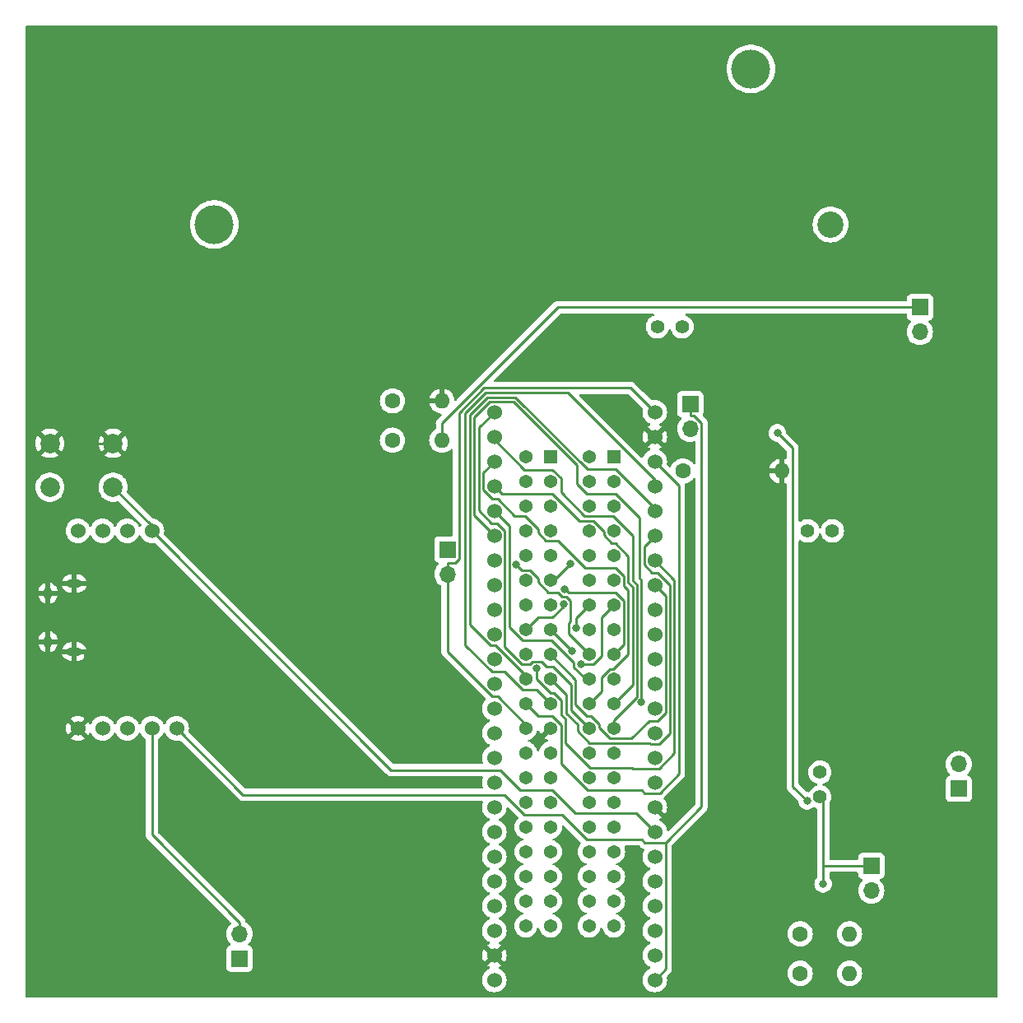
<source format=gbr>
%TF.GenerationSoftware,KiCad,Pcbnew,(7.0.0)*%
%TF.CreationDate,2023-04-14T03:48:35+02:00*%
%TF.ProjectId,overall scematic,6f766572-616c-46c2-9073-63656d617469,rev?*%
%TF.SameCoordinates,Original*%
%TF.FileFunction,Copper,L2,Bot*%
%TF.FilePolarity,Positive*%
%FSLAX46Y46*%
G04 Gerber Fmt 4.6, Leading zero omitted, Abs format (unit mm)*
G04 Created by KiCad (PCBNEW (7.0.0)) date 2023-04-14 03:48:35*
%MOMM*%
%LPD*%
G01*
G04 APERTURE LIST*
%TA.AperFunction,ComponentPad*%
%ADD10R,1.700000X1.700000*%
%TD*%
%TA.AperFunction,ComponentPad*%
%ADD11O,1.700000X1.700000*%
%TD*%
%TA.AperFunction,ComponentPad*%
%ADD12C,4.000000*%
%TD*%
%TA.AperFunction,ComponentPad*%
%ADD13C,2.700000*%
%TD*%
%TA.AperFunction,ComponentPad*%
%ADD14R,1.370000X1.370000*%
%TD*%
%TA.AperFunction,ComponentPad*%
%ADD15C,1.370000*%
%TD*%
%TA.AperFunction,ComponentPad*%
%ADD16C,1.524000*%
%TD*%
%TA.AperFunction,ComponentPad*%
%ADD17C,2.000000*%
%TD*%
%TA.AperFunction,ComponentPad*%
%ADD18O,0.950000X1.250000*%
%TD*%
%TA.AperFunction,ComponentPad*%
%ADD19O,1.550000X0.890000*%
%TD*%
%TA.AperFunction,ComponentPad*%
%ADD20O,1.600000X1.600000*%
%TD*%
%TA.AperFunction,ComponentPad*%
%ADD21C,1.600000*%
%TD*%
%TA.AperFunction,ComponentPad*%
%ADD22C,1.400000*%
%TD*%
%TA.AperFunction,ViaPad*%
%ADD23C,0.800000*%
%TD*%
%TA.AperFunction,Conductor*%
%ADD24C,0.250000*%
%TD*%
G04 APERTURE END LIST*
D10*
%TO.P,J4,1,Pin_1*%
%TO.N,/Battery+*%
X182999999Y-116539999D03*
D11*
%TO.P,J4,2,Pin_2*%
%TO.N,Net-(J4-Pin_2)*%
X182999999Y-113999999D03*
%TD*%
D10*
%TO.P,J2,1,Pin_1*%
%TO.N,Vreg_Out*%
X155369999Y-76949999D03*
D11*
%TO.P,J2,2,Pin_2*%
%TO.N,/Power module/5V*%
X155369999Y-79489999D03*
%TD*%
D12*
%TO.P,BT1,*%
%TO.N,*%
X106400000Y-58475000D03*
X161600000Y-42475000D03*
D13*
X169820000Y-58475000D03*
%TD*%
D14*
%TO.P,J13,01*%
%TO.N,N/C*%
X147499999Y-82379999D03*
D15*
%TO.P,J13,02*%
X144960000Y-82380000D03*
%TO.P,J13,03*%
X147500000Y-84920000D03*
%TO.P,J13,04*%
X144960000Y-84920000D03*
%TO.P,J13,05*%
X147500000Y-87460000D03*
%TO.P,J13,06*%
X144960000Y-87460000D03*
%TO.P,J13,07*%
X147500000Y-90000000D03*
%TO.P,J13,08*%
X144960000Y-90000000D03*
%TO.P,J13,09*%
X147500000Y-92540000D03*
%TO.P,J13,10,Pin_10*%
%TO.N,/Micro controller pin outs/PB3*%
X144960000Y-92540000D03*
%TO.P,J13,11,Pin_11*%
%TO.N,/Micro controller pin outs/PA15*%
X147500000Y-95080000D03*
%TO.P,J13,12,Pin_12*%
%TO.N,/Micro controller pin outs/PA14*%
X144960000Y-95080000D03*
%TO.P,J13,13,Pin_13*%
%TO.N,/Micro controller pin outs/PF7*%
X147500000Y-97620000D03*
%TO.P,J13,14,Pin_14*%
%TO.N,/Micro controller pin outs/PF6*%
X144960000Y-97620000D03*
%TO.P,J13,15,Pin_15*%
%TO.N,/Micro controller pin outs/PA13*%
X147500000Y-100160000D03*
%TO.P,J13,16,Pin_16*%
%TO.N,/Micro controller pin outs/PA12*%
X144960000Y-100160000D03*
%TO.P,J13,17,Pin_17*%
%TO.N,/Micro controller pin outs/PA11*%
X147500000Y-102700000D03*
%TO.P,J13,18,Pin_18*%
%TO.N,/Micro controller pin outs/PA10*%
X144960000Y-102700000D03*
%TO.P,J13,19,Pin_19*%
%TO.N,/Micro controller pin outs/PA9*%
X147500000Y-105240000D03*
%TO.P,J13,20,Pin_20*%
%TO.N,/Micro controller pin outs/PA8*%
X144960000Y-105240000D03*
%TO.P,J13,21,Pin_21*%
%TO.N,/Micro controller pin outs/PB15*%
X147500000Y-107780000D03*
%TO.P,J13,22,Pin_22*%
%TO.N,/Micro controller pin outs/PB14*%
X144960000Y-107780000D03*
%TO.P,J13,23,Pin_23*%
%TO.N,/Micro controller pin outs/PB13*%
X147500000Y-110320000D03*
%TO.P,J13,24,Pin_24*%
%TO.N,/Micro controller pin outs/PB12*%
X144960000Y-110320000D03*
%TO.P,J13,25*%
%TO.N,N/C*%
X147500000Y-112860000D03*
%TO.P,J13,26*%
X144960000Y-112860000D03*
%TO.P,J13,27*%
X147500000Y-115400000D03*
%TO.P,J13,28*%
X144960000Y-115400000D03*
%TO.P,J13,29*%
X147500000Y-117940000D03*
%TO.P,J13,30*%
X144960000Y-117940000D03*
%TO.P,J13,31*%
X147500000Y-120480000D03*
%TO.P,J13,32*%
X144960000Y-120480000D03*
%TO.P,J13,33*%
X147500000Y-123020000D03*
%TO.P,J13,34*%
X144960000Y-123020000D03*
%TO.P,J13,35*%
X147500000Y-125560000D03*
%TO.P,J13,36*%
X144960000Y-125560000D03*
%TO.P,J13,37*%
X147500000Y-128100000D03*
%TO.P,J13,38*%
X144960000Y-128100000D03*
%TO.P,J13,39*%
X147500000Y-130640000D03*
%TO.P,J13,40*%
X144960000Y-130640000D03*
%TD*%
D14*
%TO.P,J12,01*%
%TO.N,N/C*%
X140999999Y-82379999D03*
D15*
%TO.P,J12,02*%
X138460000Y-82380000D03*
%TO.P,J12,03*%
X141000000Y-84920000D03*
%TO.P,J12,04*%
X138460000Y-84920000D03*
%TO.P,J12,05*%
X141000000Y-87460000D03*
%TO.P,J12,06*%
X138460000Y-87460000D03*
%TO.P,J12,07*%
X141000000Y-90000000D03*
%TO.P,J12,08*%
X138460000Y-90000000D03*
%TO.P,J12,09*%
X141000000Y-92540000D03*
%TO.P,J12,10,Pin_10*%
%TO.N,/Micro controller pin outs/PA0*%
X138460000Y-92540000D03*
%TO.P,J12,11,Pin_11*%
%TO.N,/Micro controller pin outs/PA1*%
X141000000Y-95080000D03*
%TO.P,J12,12,Pin_12*%
%TO.N,/Micro controller pin outs/PA2*%
X138460000Y-95080000D03*
%TO.P,J12,13,Pin_13*%
%TO.N,/Micro controller pin outs/PA3*%
X141000000Y-97620000D03*
%TO.P,J12,14,Pin_14*%
%TO.N,/Micro controller pin outs/PA4*%
X138460000Y-97620000D03*
%TO.P,J12,15,Pin_15*%
%TO.N,/Micro controller pin outs/PA5*%
X141000000Y-100160000D03*
%TO.P,J12,16,Pin_16*%
%TO.N,/Micro controller pin outs/PA6*%
X138460000Y-100160000D03*
%TO.P,J12,17,Pin_17*%
%TO.N,/Micro controller pin outs/PA7*%
X141000000Y-102700000D03*
%TO.P,J12,18,Pin_18*%
%TO.N,/Micro controller pin outs/PB0*%
X138460000Y-102700000D03*
%TO.P,J12,19,Pin_19*%
%TO.N,/Micro controller pin outs/PB1*%
X141000000Y-105240000D03*
%TO.P,J12,20,Pin_20*%
%TO.N,/Micro controller pin outs/PB2*%
X138460000Y-105240000D03*
%TO.P,J12,21,Pin_21*%
%TO.N,/SCL*%
X141000000Y-107780000D03*
%TO.P,J12,22,Pin_22*%
%TO.N,/SDA*%
X138460000Y-107780000D03*
%TO.P,J12,23,Pin_23*%
%TO.N,GND*%
X141000000Y-110320000D03*
%TO.P,J12,24,Pin_24*%
%TO.N,/Supply_Voltage*%
X138460000Y-110320000D03*
%TO.P,J12,25*%
%TO.N,N/C*%
X141000000Y-112860000D03*
%TO.P,J12,26*%
X138460000Y-112860000D03*
%TO.P,J12,27*%
X141000000Y-115400000D03*
%TO.P,J12,28*%
X138460000Y-115400000D03*
%TO.P,J12,29*%
X141000000Y-117940000D03*
%TO.P,J12,30*%
X138460000Y-117940000D03*
%TO.P,J12,31*%
X141000000Y-120480000D03*
%TO.P,J12,32*%
X138460000Y-120480000D03*
%TO.P,J12,33*%
X141000000Y-123020000D03*
%TO.P,J12,34*%
X138460000Y-123020000D03*
%TO.P,J12,35*%
X141000000Y-125560000D03*
%TO.P,J12,36*%
X138460000Y-125560000D03*
%TO.P,J12,37*%
X141000000Y-128100000D03*
%TO.P,J12,38*%
X138460000Y-128100000D03*
%TO.P,J12,39*%
X141000000Y-130640000D03*
%TO.P,J12,40*%
X138460000Y-130640000D03*
%TD*%
D16*
%TO.P,U3,1,5V_USB*%
%TO.N,Vreg_Out*%
X102540000Y-110320000D03*
%TO.P,U3,2,V_Target*%
%TO.N,/Supply_Voltage*%
X100000000Y-110320000D03*
%TO.P,U3,3,USB_DM*%
%TO.N,Data -*%
X97460000Y-110320000D03*
%TO.P,U3,4,USB_DP*%
%TO.N,Data +*%
X94920000Y-110320000D03*
%TO.P,U3,5,GND*%
%TO.N,GND*%
X92380000Y-110320000D03*
%TO.P,U3,6,T_NRST*%
%TO.N,/Micro controller pin outs/NRST*%
X100000000Y-90000000D03*
%TO.P,U3,7,T_SWCLK*%
%TO.N,/Micro controller pin outs/PA9*%
X97460000Y-90000000D03*
%TO.P,U3,8,T_SWDIO*%
%TO.N,/Micro controller pin outs/PA10*%
X94920000Y-90000000D03*
%TO.P,U3,9,T_SWO*%
%TO.N,unconnected-(U3-T_SWO-Pad9)*%
X92380000Y-90000000D03*
%TD*%
%TO.P,J9,1,Pin_1*%
%TO.N,Vreg_Out*%
X151725000Y-136205000D03*
%TO.P,J9,2,Pin_2*%
%TO.N,/Micro controller pin outs/PC13*%
X151725000Y-133665000D03*
%TO.P,J9,3,Pin_3*%
%TO.N,/Micro controller pin outs/PC14*%
X151725000Y-131125000D03*
%TO.P,J9,4,Pin_4*%
%TO.N,/Micro controller pin outs/PC15*%
X151725000Y-128585000D03*
%TO.P,J9,5,Pin_5*%
%TO.N,/Micro controller pin outs/PF0*%
X151725000Y-126045000D03*
%TO.P,J9,6,Pin_6*%
%TO.N,/Micro controller pin outs/PF1*%
X151725000Y-123505000D03*
%TO.P,J9,7,Pin_7*%
%TO.N,/Micro controller pin outs/NRST*%
X151725000Y-120965000D03*
%TO.P,J9,8,Pin_8*%
%TO.N,GND*%
X151725000Y-118425000D03*
%TO.P,J9,9,Pin_9*%
%TO.N,/Micro controller pin outs/VDDA*%
X151725000Y-115885000D03*
%TO.P,J9,10,Pin_10*%
%TO.N,/Micro controller pin outs/PA0*%
X151725000Y-113345000D03*
%TO.P,J9,11,Pin_11*%
%TO.N,/Micro controller pin outs/PA1*%
X151725000Y-110805000D03*
%TO.P,J9,12,Pin_12*%
%TO.N,/Micro controller pin outs/PA2*%
X151725000Y-108265000D03*
%TO.P,J9,13,Pin_13*%
%TO.N,/Micro controller pin outs/PA3*%
X151725000Y-105725000D03*
%TO.P,J9,14,Pin_14*%
%TO.N,/Micro controller pin outs/PA4*%
X151725000Y-103185000D03*
%TO.P,J9,15,Pin_15*%
%TO.N,/Micro controller pin outs/PA5*%
X151725000Y-100645000D03*
%TO.P,J9,16,Pin_16*%
%TO.N,/Micro controller pin outs/PA6*%
X151725000Y-98105000D03*
%TO.P,J9,17,Pin_17*%
%TO.N,/Micro controller pin outs/PA7*%
X151725000Y-95565000D03*
%TO.P,J9,18,Pin_18*%
%TO.N,/Micro controller pin outs/PB0*%
X151725000Y-93025000D03*
%TO.P,J9,19,Pin_19*%
%TO.N,/Micro controller pin outs/PB1*%
X151725000Y-90485000D03*
%TO.P,J9,20,Pin_20*%
%TO.N,/Micro controller pin outs/PB2*%
X151725000Y-87945000D03*
%TO.P,J9,21,Pin_21*%
%TO.N,/SCL*%
X151725000Y-85405000D03*
%TO.P,J9,22,Pin_22*%
%TO.N,/SDA*%
X151725000Y-82865000D03*
%TO.P,J9,23,Pin_23*%
%TO.N,GND*%
X151725000Y-80325000D03*
%TO.P,J9,24,Pin_24*%
%TO.N,/Supply_Voltage*%
X151725000Y-77785000D03*
%TO.P,J9,25,Pin_25*%
%TO.N,/Micro controller pin outs/PB12*%
X135215000Y-77785000D03*
%TO.P,J9,26,Pin_26*%
%TO.N,/Micro controller pin outs/PB13*%
X135215000Y-80325000D03*
%TO.P,J9,27,Pin_27*%
%TO.N,/Micro controller pin outs/PB14*%
X135215000Y-82865000D03*
%TO.P,J9,28,Pin_28*%
%TO.N,/Micro controller pin outs/PB15*%
X135215000Y-85405000D03*
%TO.P,J9,29,Pin_29*%
%TO.N,/Micro controller pin outs/PA8*%
X135215000Y-87945000D03*
%TO.P,J9,30,Pin_30*%
%TO.N,/Micro controller pin outs/PA9*%
X135215000Y-90485000D03*
%TO.P,J9,31,Pin_31*%
%TO.N,/Micro controller pin outs/PA10*%
X135215000Y-93025000D03*
%TO.P,J9,32,Pin_32*%
%TO.N,/Micro controller pin outs/PA11*%
X135215000Y-95565000D03*
%TO.P,J9,33,Pin_33*%
%TO.N,/Micro controller pin outs/PA12*%
X135215000Y-98105000D03*
%TO.P,J9,34,Pin_34*%
%TO.N,/Micro controller pin outs/PA13*%
X135215000Y-100645000D03*
%TO.P,J9,35,Pin_35*%
%TO.N,/Micro controller pin outs/PF6*%
X135215000Y-103185000D03*
%TO.P,J9,36,Pin_36*%
%TO.N,/Micro controller pin outs/PF7*%
X135215000Y-105725000D03*
%TO.P,J9,37,Pin_37*%
%TO.N,/Micro controller pin outs/PA14*%
X135215000Y-108265000D03*
%TO.P,J9,38,Pin_38*%
%TO.N,/Micro controller pin outs/PA15*%
X135215000Y-110805000D03*
%TO.P,J9,39,Pin_39*%
%TO.N,/Micro controller pin outs/PB3*%
X135215000Y-113345000D03*
%TO.P,J9,40,Pin_40*%
%TO.N,/Micro controller pin outs/PB4*%
X135215000Y-115885000D03*
%TO.P,J9,41,Pin_41*%
%TO.N,/Micro controller pin outs/PB5*%
X135215000Y-118425000D03*
%TO.P,J9,42,Pin_42*%
%TO.N,/Micro controller pin outs/PB6*%
X135215000Y-120965000D03*
%TO.P,J9,43,Pin_43*%
%TO.N,/Micro controller pin outs/PB7*%
X135215000Y-123505000D03*
%TO.P,J9,44,Pin_44*%
%TO.N,/Micro controller pin outs/BOOT*%
X135215000Y-126045000D03*
%TO.P,J9,45,Pin_45*%
%TO.N,/Micro controller pin outs/PB8*%
X135215000Y-128585000D03*
%TO.P,J9,46,Pin_46*%
%TO.N,/Micro controller pin outs/PB9*%
X135215000Y-131125000D03*
%TO.P,J9,47,Pin_47*%
%TO.N,GND*%
X135215000Y-133665000D03*
%TO.P,J9,48,Pin_48*%
%TO.N,/Supply_Voltage*%
X135215000Y-136205000D03*
%TD*%
D17*
%TO.P,SW1,1,1*%
%TO.N,GND*%
X96000000Y-81000000D03*
X89500000Y-81000000D03*
%TO.P,SW1,2,2*%
%TO.N,/Micro controller pin outs/NRST*%
X96000000Y-85500000D03*
X89500000Y-85500000D03*
%TD*%
D10*
%TO.P,J19,1,Pin_1*%
%TO.N,Net-(J19-Pin_1)*%
X108999999Y-133999999D03*
D11*
%TO.P,J19,2,Pin_2*%
%TO.N,/Supply_Voltage*%
X108999999Y-131459999D03*
%TD*%
D10*
%TO.P,J5,1,Pin_1*%
%TO.N,Net-(J3-BAT)*%
X173999999Y-124459999D03*
D11*
%TO.P,J5,2,Pin_2*%
%TO.N,/Battery+*%
X173999999Y-126999999D03*
%TD*%
%TO.P,J6,2,Pin_2*%
%TO.N,/Supply_Voltage*%
X130397499Y-94449999D03*
D10*
%TO.P,J6,1,Pin_1*%
%TO.N,Net-(J6-Pin_1)*%
X130397499Y-91909999D03*
%TD*%
D11*
%TO.P,J7,2,Pin_2*%
%TO.N,/Power module/V_Battery*%
X178999999Y-69539999D03*
D10*
%TO.P,J7,1,Pin_1*%
%TO.N,Net-(J7-Pin_1)*%
X178999999Y-66999999D03*
%TD*%
D18*
%TO.P,J1,6,Shield*%
%TO.N,GND*%
X89299999Y-96414999D03*
D19*
X91999999Y-95414999D03*
D18*
X89299999Y-101414999D03*
D19*
X91999999Y-102414999D03*
%TD*%
D20*
%TO.P,R1,2*%
%TO.N,GND*%
X164779999Y-83849999D03*
D21*
%TO.P,R1,1*%
%TO.N,Net-(J3-PROG2)*%
X154620000Y-83850000D03*
%TD*%
%TO.P,R5,1*%
%TO.N,Net-(IC1-CS)*%
X124747000Y-76625000D03*
D20*
%TO.P,R5,2*%
%TO.N,GND*%
X129826999Y-76624999D03*
%TD*%
D21*
%TO.P,R6,1*%
%TO.N,Net-(IC1-VCC)*%
X124747000Y-80675000D03*
D20*
%TO.P,R6,2*%
%TO.N,Net-(J7-Pin_1)*%
X129826999Y-80674999D03*
%TD*%
D21*
%TO.P,R3,1*%
%TO.N,Net-(D1-K)*%
X166685000Y-131460000D03*
D20*
%TO.P,R3,2*%
%TO.N,Net-(J3-~{CHRG})*%
X171764999Y-131459999D03*
%TD*%
D21*
%TO.P,R4,1*%
%TO.N,Net-(D2-K)*%
X166685000Y-135510000D03*
D20*
%TO.P,R4,2*%
%TO.N,Net-(J3-~{STDBY})*%
X171764999Y-135509999D03*
%TD*%
D22*
%TO.P,TP1,2*%
%TO.N,N/C*%
X154540000Y-69000000D03*
%TO.P,TP1,1,1*%
%TO.N,Vreg_Out*%
X152000000Y-69000000D03*
%TD*%
%TO.P,TP2,2*%
%TO.N,N/C*%
X167460000Y-90000000D03*
%TO.P,TP2,1,1*%
%TO.N,Net-(J6-Pin_1)*%
X170000000Y-90000000D03*
%TD*%
%TO.P,TP3,2*%
%TO.N,N/C*%
X168712000Y-114825000D03*
%TO.P,TP3,1,1*%
%TO.N,Net-(J3-BAT)*%
X168712000Y-117365000D03*
%TD*%
D23*
%TO.N,/Micro controller pin outs/PA9*%
X150359000Y-107636000D03*
%TO.N,/Micro controller pin outs/PA10*%
X137478000Y-93460700D03*
%TO.N,/Micro controller pin outs/PA11*%
X142491000Y-96040800D03*
%TO.N,/Micro controller pin outs/PF6*%
X143622000Y-100004000D03*
%TO.N,/Micro controller pin outs/PF7*%
X144157000Y-103741000D03*
%TO.N,/Micro controller pin outs/PB0*%
X139596000Y-104164000D03*
%TO.N,/Micro controller pin outs/PA6*%
X142330000Y-97497600D03*
%TO.N,/Micro controller pin outs/PA5*%
X143201000Y-102361000D03*
%TO.N,/Micro controller pin outs/PA1*%
X143065000Y-93385200D03*
%TO.N,Net-(J3-BAT)*%
X169046000Y-126327000D03*
%TO.N,/Power module/Vcc_IC*%
X164340000Y-79916900D03*
X167388000Y-117778000D03*
%TD*%
D24*
%TO.N,/Micro controller pin outs/PB12*%
X143093000Y-108453000D02*
X144960000Y-110320000D01*
X143093000Y-105838000D02*
X143093000Y-108453000D01*
X141225000Y-103970000D02*
X143093000Y-105838000D01*
X140586000Y-103970000D02*
X141225000Y-103970000D01*
X140050000Y-103434000D02*
X140586000Y-103970000D01*
X139155000Y-103434000D02*
X140050000Y-103434000D01*
X138878000Y-103710000D02*
X139155000Y-103434000D01*
X138039000Y-103710000D02*
X138878000Y-103710000D01*
X136302000Y-101974000D02*
X138039000Y-103710000D01*
X136302000Y-90032100D02*
X136302000Y-101974000D01*
X135485000Y-89215000D02*
X136302000Y-90032100D01*
X134943000Y-89215000D02*
X135485000Y-89215000D01*
X133626000Y-87897900D02*
X134943000Y-89215000D01*
X133626000Y-79373800D02*
X133626000Y-87897900D01*
X135215000Y-77785000D02*
X133626000Y-79373800D01*
%TO.N,/Micro controller pin outs/PB13*%
X147500000Y-109470000D02*
X147500000Y-110320000D01*
X149896000Y-107074000D02*
X147500000Y-109470000D01*
X149896000Y-95570200D02*
X149896000Y-107074000D01*
X149446000Y-95120200D02*
X149896000Y-95570200D01*
X149446000Y-90485600D02*
X149446000Y-95120200D01*
X147430000Y-88470200D02*
X149446000Y-90485600D01*
X144500000Y-88470200D02*
X147430000Y-88470200D01*
X142092000Y-86061600D02*
X144500000Y-88470200D01*
X142092000Y-84573000D02*
X142092000Y-86061600D01*
X141218000Y-83699900D02*
X142092000Y-84573000D01*
X138342000Y-83699900D02*
X141218000Y-83699900D01*
X135215000Y-80572400D02*
X138342000Y-83699900D01*
X135215000Y-80325000D02*
X135215000Y-80572400D01*
%TO.N,/Micro controller pin outs/PB14*%
X146230000Y-106510000D02*
X144960000Y-107780000D01*
X146230000Y-105064000D02*
X146230000Y-106510000D01*
X147065000Y-104230000D02*
X146230000Y-105064000D01*
X147460000Y-104230000D02*
X147065000Y-104230000D01*
X148994000Y-102696000D02*
X147460000Y-104230000D01*
X148994000Y-96120100D02*
X148994000Y-102696000D01*
X148513000Y-95639800D02*
X148994000Y-96120100D01*
X148513000Y-94656600D02*
X148513000Y-95639800D01*
X147667000Y-93810000D02*
X148513000Y-94656600D01*
X144538000Y-93810000D02*
X147667000Y-93810000D01*
X141738000Y-91010200D02*
X144538000Y-93810000D01*
X140534000Y-91010200D02*
X141738000Y-91010200D01*
X139730000Y-90205900D02*
X140534000Y-91010200D01*
X139730000Y-89840100D02*
X139730000Y-90205900D01*
X138360000Y-88470200D02*
X139730000Y-89840100D01*
X137311000Y-88470200D02*
X138360000Y-88470200D01*
X135571000Y-86730800D02*
X137311000Y-88470200D01*
X135003000Y-86730800D02*
X135571000Y-86730800D01*
X134076000Y-85804100D02*
X135003000Y-86730800D01*
X134076000Y-84003600D02*
X134076000Y-85804100D01*
X135215000Y-82865000D02*
X134076000Y-84003600D01*
%TO.N,/Micro controller pin outs/PB15*%
X149444000Y-105836000D02*
X147500000Y-107780000D01*
X149444000Y-95755100D02*
X149444000Y-105836000D01*
X148995000Y-95306700D02*
X149444000Y-95755100D01*
X148995000Y-92583800D02*
X148995000Y-95306700D01*
X147682000Y-91270000D02*
X148995000Y-92583800D01*
X147305000Y-91270000D02*
X147682000Y-91270000D01*
X146490000Y-90454900D02*
X147305000Y-91270000D01*
X146490000Y-90084200D02*
X146490000Y-90454900D01*
X145395000Y-88989800D02*
X146490000Y-90084200D01*
X143960000Y-88989800D02*
X145395000Y-88989800D01*
X141160000Y-86190000D02*
X143960000Y-88989800D01*
X136000000Y-86190000D02*
X141160000Y-86190000D01*
X135215000Y-85405000D02*
X136000000Y-86190000D01*
%TO.N,/Micro controller pin outs/PA8*%
X136752000Y-89482300D02*
X135215000Y-87945000D01*
X136752000Y-99880900D02*
X136752000Y-89482300D01*
X138142000Y-101271000D02*
X136752000Y-99880900D01*
X141085000Y-101271000D02*
X138142000Y-101271000D01*
X143403000Y-103588000D02*
X141085000Y-101271000D01*
X143403000Y-104024000D02*
X143403000Y-103588000D01*
X144619000Y-105240000D02*
X143403000Y-104024000D01*
X144960000Y-105240000D02*
X144619000Y-105240000D01*
%TO.N,/Micro controller pin outs/PA9*%
X150359000Y-95079000D02*
X150359000Y-107636000D01*
X150121000Y-94840500D02*
X150359000Y-95079000D01*
X150121000Y-88651300D02*
X150121000Y-94840500D01*
X147659000Y-86190000D02*
X150121000Y-88651300D01*
X144753000Y-86190000D02*
X147659000Y-86190000D01*
X143736000Y-85172800D02*
X144753000Y-86190000D01*
X143736000Y-83230700D02*
X143736000Y-85172800D01*
X137203000Y-76697800D02*
X143736000Y-83230700D01*
X134762000Y-76697800D02*
X137203000Y-76697800D01*
X133144000Y-78315500D02*
X134762000Y-76697800D01*
X133144000Y-88414300D02*
X133144000Y-78315500D01*
X135215000Y-90485000D02*
X133144000Y-88414300D01*
%TO.N,/Micro controller pin outs/PA10*%
X138087000Y-94069800D02*
X137478000Y-93460700D01*
X138895000Y-94069800D02*
X138087000Y-94069800D01*
X139730000Y-94904400D02*
X138895000Y-94069800D01*
X139730000Y-95275100D02*
X139730000Y-94904400D01*
X140777000Y-96322300D02*
X139730000Y-95275100D01*
X141747000Y-96322300D02*
X140777000Y-96322300D01*
X142190000Y-96765900D02*
X141747000Y-96322300D01*
X142628000Y-96765900D02*
X142190000Y-96765900D01*
X143072000Y-97210000D02*
X142628000Y-96765900D01*
X143072000Y-99304500D02*
X143072000Y-97210000D01*
X142860000Y-99516900D02*
X143072000Y-99304500D01*
X142860000Y-100600000D02*
X142860000Y-99516900D01*
X144960000Y-102700000D02*
X142860000Y-100600000D01*
%TO.N,/Micro controller pin outs/PA11*%
X148514000Y-101686000D02*
X147500000Y-102700000D01*
X148514000Y-97195500D02*
X148514000Y-101686000D01*
X147668000Y-96350000D02*
X148514000Y-97195500D01*
X142849000Y-96350000D02*
X147668000Y-96350000D01*
X142540000Y-96040800D02*
X142849000Y-96350000D01*
X142491000Y-96040800D02*
X142540000Y-96040800D01*
%TO.N,/Micro controller pin outs/PF6*%
X143622000Y-98957500D02*
X144960000Y-97620000D01*
X143622000Y-100004000D02*
X143622000Y-98957500D01*
%TO.N,/Micro controller pin outs/PF7*%
X146230000Y-98890000D02*
X147500000Y-97620000D01*
X146230000Y-102910000D02*
X146230000Y-98890000D01*
X145399000Y-103741000D02*
X146230000Y-102910000D01*
X144157000Y-103741000D02*
X145399000Y-103741000D01*
%TO.N,/Micro controller pin outs/PB2*%
X151725000Y-87681000D02*
X151725000Y-87945000D01*
X147694000Y-83650000D02*
X151725000Y-87681000D01*
X144792000Y-83650000D02*
X147694000Y-83650000D01*
X137389000Y-76247600D02*
X144792000Y-83650000D01*
X134497000Y-76247600D02*
X137389000Y-76247600D01*
X132694000Y-78050300D02*
X134497000Y-76247600D01*
X132694000Y-99661400D02*
X132694000Y-78050300D01*
X134788000Y-101756000D02*
X132694000Y-99661400D01*
X135324000Y-101756000D02*
X134788000Y-101756000D01*
X138460000Y-104892000D02*
X135324000Y-101756000D01*
X138460000Y-105240000D02*
X138460000Y-104892000D01*
%TO.N,/Micro controller pin outs/PB1*%
X150638000Y-91572200D02*
X151725000Y-90485000D01*
X150638000Y-93475100D02*
X150638000Y-91572200D01*
X151458000Y-94295000D02*
X150638000Y-93475100D01*
X151998000Y-94295000D02*
X151458000Y-94295000D01*
X153296000Y-95592800D02*
X151998000Y-94295000D01*
X153296000Y-110806000D02*
X153296000Y-95592800D01*
X152190000Y-111911000D02*
X153296000Y-110806000D01*
X151294000Y-111911000D02*
X152190000Y-111911000D01*
X151232000Y-111850000D02*
X151294000Y-111911000D01*
X145026000Y-111850000D02*
X151232000Y-111850000D01*
X143764000Y-110588000D02*
X145026000Y-111850000D01*
X143764000Y-109923000D02*
X143764000Y-110588000D01*
X142602000Y-108762000D02*
X143764000Y-109923000D01*
X142602000Y-106842000D02*
X142602000Y-108762000D01*
X141000000Y-105240000D02*
X142602000Y-106842000D01*
%TO.N,/Micro controller pin outs/PB0*%
X139596000Y-105265000D02*
X139596000Y-104164000D01*
X140999000Y-106669000D02*
X139596000Y-105265000D01*
X141318000Y-106669000D02*
X140999000Y-106669000D01*
X142102000Y-107453000D02*
X141318000Y-106669000D01*
X142102000Y-108898000D02*
X142102000Y-107453000D01*
X142552000Y-109348000D02*
X142102000Y-108898000D01*
X142552000Y-111881000D02*
X142552000Y-109348000D01*
X145060000Y-114390000D02*
X142552000Y-111881000D01*
X149414000Y-114390000D02*
X145060000Y-114390000D01*
X149471000Y-114447000D02*
X149414000Y-114390000D01*
X152164000Y-114447000D02*
X149471000Y-114447000D01*
X153752000Y-112859000D02*
X152164000Y-114447000D01*
X153752000Y-95051500D02*
X153752000Y-112859000D01*
X151725000Y-93025000D02*
X153752000Y-95051500D01*
%TO.N,/Micro controller pin outs/PA7*%
X143587000Y-105287000D02*
X141000000Y-102700000D01*
X143587000Y-107868000D02*
X143587000Y-105287000D01*
X144769000Y-109050000D02*
X143587000Y-107868000D01*
X145152000Y-109050000D02*
X144769000Y-109050000D01*
X145970000Y-109868000D02*
X145152000Y-109050000D01*
X145970000Y-110240000D02*
X145970000Y-109868000D01*
X147065000Y-111335000D02*
X145970000Y-110240000D01*
X149340000Y-111335000D02*
X147065000Y-111335000D01*
X151139000Y-109535000D02*
X149340000Y-111335000D01*
X151994000Y-109535000D02*
X151139000Y-109535000D01*
X152846000Y-108684000D02*
X151994000Y-109535000D01*
X152846000Y-96685600D02*
X152846000Y-108684000D01*
X151725000Y-95565000D02*
X152846000Y-96685600D01*
%TO.N,/Micro controller pin outs/PA6*%
X139730000Y-98890000D02*
X138460000Y-100160000D01*
X141192000Y-98890000D02*
X139730000Y-98890000D01*
X142330000Y-97752600D02*
X141192000Y-98890000D01*
X142330000Y-97497600D02*
X142330000Y-97752600D01*
%TO.N,/Micro controller pin outs/PA5*%
X141000000Y-100160000D02*
X143201000Y-102361000D01*
%TO.N,/Micro controller pin outs/PA1*%
X141370000Y-95080000D02*
X141000000Y-95080000D01*
X143065000Y-93385200D02*
X141370000Y-95080000D01*
%TO.N,Net-(J3-BAT)*%
X169046000Y-124460000D02*
X174000000Y-124460000D01*
X169046000Y-117699000D02*
X169046000Y-124460000D01*
X168712000Y-117365000D02*
X169046000Y-117699000D01*
X169046000Y-124460000D02*
X169046000Y-126327000D01*
%TO.N,Vreg_Out*%
X152855000Y-135075000D02*
X151725000Y-136205000D01*
X152855000Y-122053000D02*
X152855000Y-135075000D01*
X156546000Y-118362000D02*
X152855000Y-122053000D01*
X156546000Y-78933400D02*
X156546000Y-118362000D01*
X155737000Y-78125100D02*
X156546000Y-78933400D01*
X155370000Y-78125100D02*
X155737000Y-78125100D01*
X155370000Y-76950000D02*
X155370000Y-78125100D01*
X109386000Y-117166000D02*
X102540000Y-110320000D01*
X136253000Y-117166000D02*
X109386000Y-117166000D01*
X138297000Y-119210000D02*
X136253000Y-117166000D01*
X142166000Y-119210000D02*
X138297000Y-119210000D01*
X144706000Y-121750000D02*
X142166000Y-119210000D01*
X150378000Y-121750000D02*
X144706000Y-121750000D01*
X150681000Y-122053000D02*
X150378000Y-121750000D01*
X152855000Y-122053000D02*
X150681000Y-122053000D01*
%TO.N,/SDA*%
X139730000Y-109050000D02*
X138460000Y-107780000D01*
X141168000Y-109050000D02*
X139730000Y-109050000D01*
X142102000Y-109983000D02*
X141168000Y-109050000D01*
X142102000Y-113971000D02*
X142102000Y-109983000D01*
X144801000Y-116670000D02*
X142102000Y-113971000D01*
X150378000Y-116670000D02*
X144801000Y-116670000D01*
X150694000Y-116986000D02*
X150378000Y-116670000D01*
X152231000Y-116986000D02*
X150694000Y-116986000D01*
X154202000Y-115016000D02*
X152231000Y-116986000D01*
X154202000Y-85341700D02*
X154202000Y-115016000D01*
X151725000Y-82865000D02*
X154202000Y-85341700D01*
%TO.N,Net-(J7-Pin_1)*%
X129827000Y-78945600D02*
X129827000Y-80675000D01*
X141773000Y-67000000D02*
X129827000Y-78945600D01*
X179000000Y-67000000D02*
X141773000Y-67000000D01*
%TO.N,/Power module/Vcc_IC*%
X165908000Y-116298000D02*
X167388000Y-117778000D01*
X165908000Y-81485400D02*
X165908000Y-116298000D01*
X164340000Y-79916900D02*
X165908000Y-81485400D01*
%TO.N,/SCL*%
X151725000Y-84747400D02*
X151725000Y-85405000D01*
X142775000Y-75797500D02*
X151725000Y-84747400D01*
X134310000Y-75797500D02*
X142775000Y-75797500D01*
X132244000Y-77863800D02*
X134310000Y-75797500D01*
X132244000Y-101761000D02*
X132244000Y-77863800D01*
X134994000Y-104511000D02*
X132244000Y-101761000D01*
X136302000Y-104511000D02*
X134994000Y-104511000D01*
X138142000Y-106351000D02*
X136302000Y-104511000D01*
X139571000Y-106351000D02*
X138142000Y-106351000D01*
X141000000Y-107780000D02*
X139571000Y-106351000D01*
%TO.N,/Micro controller pin outs/NRST*%
X100000000Y-89500000D02*
X100000000Y-90000000D01*
X96000000Y-85500000D02*
X100000000Y-89500000D01*
X124615000Y-114615000D02*
X100000000Y-90000000D01*
X135812000Y-114615000D02*
X124615000Y-114615000D01*
X137868000Y-116670000D02*
X135812000Y-114615000D01*
X141196000Y-116670000D02*
X137868000Y-116670000D01*
X143546000Y-119020000D02*
X141196000Y-116670000D01*
X143550000Y-119020000D02*
X143546000Y-119020000D01*
X143581000Y-119051000D02*
X143550000Y-119020000D01*
X149811000Y-119051000D02*
X143581000Y-119051000D01*
X151725000Y-120965000D02*
X149811000Y-119051000D01*
%TO.N,/Supply_Voltage*%
X100000000Y-121285000D02*
X100000000Y-110320000D01*
X109000000Y-130285000D02*
X100000000Y-121285000D01*
X109000000Y-131460000D02*
X109000000Y-130285000D01*
X130398000Y-94450000D02*
X130398000Y-94449500D01*
X149242000Y-75301900D02*
X151725000Y-77785000D01*
X134169000Y-75301900D02*
X149242000Y-75301900D01*
X131573000Y-77898700D02*
X134169000Y-75301900D01*
X131573000Y-92907700D02*
X131573000Y-77898700D01*
X131205000Y-93274900D02*
X131573000Y-92907700D01*
X130398000Y-93274900D02*
X131205000Y-93274900D01*
X130398000Y-94449500D02*
X130398000Y-93274900D01*
X130398000Y-102450000D02*
X130398000Y-94450000D01*
X134999000Y-107051000D02*
X130398000Y-102450000D01*
X135569000Y-107051000D02*
X134999000Y-107051000D01*
X138460000Y-109942000D02*
X135569000Y-107051000D01*
X138460000Y-110320000D02*
X138460000Y-109942000D01*
X130398000Y-94450000D02*
X130398000Y-94449500D01*
%TO.N,GND*%
X93100100Y-109600000D02*
X92380000Y-110320000D01*
X93100100Y-102415000D02*
X93100100Y-109600000D01*
X92000000Y-102415000D02*
X93100100Y-102415000D01*
X92299800Y-81000000D02*
X96000000Y-81000000D01*
X90899900Y-82399900D02*
X92299800Y-81000000D01*
X89500000Y-81000000D02*
X90899900Y-82399900D01*
%TD*%
%TA.AperFunction,Conductor*%
%TO.N,GND*%
G36*
X155862210Y-84548166D02*
G01*
X155904953Y-84593207D01*
X155920500Y-84653324D01*
X155920500Y-118051547D01*
X155911061Y-118099000D01*
X155884181Y-118139228D01*
X153185672Y-120837735D01*
X153124828Y-120871115D01*
X153055578Y-120866575D01*
X152999613Y-120825538D01*
X152974463Y-120760861D01*
X152973070Y-120744932D01*
X152915894Y-120531550D01*
X152822534Y-120331339D01*
X152695826Y-120150380D01*
X152539620Y-119994174D01*
X152511056Y-119974173D01*
X152363096Y-119870570D01*
X152363090Y-119870566D01*
X152358662Y-119867466D01*
X152353760Y-119865180D01*
X152353758Y-119865179D01*
X152229217Y-119807105D01*
X152177041Y-119761348D01*
X152157622Y-119694722D01*
X152177042Y-119628097D01*
X152229219Y-119582340D01*
X152353499Y-119524388D01*
X152362851Y-119518989D01*
X152412064Y-119484528D01*
X152419496Y-119476419D01*
X152413582Y-119467136D01*
X151459127Y-118512681D01*
X151427033Y-118457094D01*
X151427033Y-118392906D01*
X151459127Y-118337319D01*
X151637319Y-118159127D01*
X151692906Y-118127033D01*
X151757094Y-118127033D01*
X151812681Y-118159127D01*
X152767136Y-119113582D01*
X152776419Y-119119496D01*
X152784528Y-119112064D01*
X152818989Y-119062851D01*
X152824391Y-119053494D01*
X152913135Y-118863180D01*
X152916821Y-118853056D01*
X152971173Y-118650213D01*
X152973047Y-118639581D01*
X152991349Y-118430395D01*
X152991349Y-118419605D01*
X152973047Y-118210418D01*
X152971173Y-118199786D01*
X152916822Y-117996949D01*
X152913134Y-117986815D01*
X152824388Y-117796500D01*
X152818990Y-117787150D01*
X152698546Y-117615138D01*
X152691611Y-117606873D01*
X152682494Y-117597756D01*
X152651468Y-117545917D01*
X152648621Y-117485569D01*
X152674628Y-117431039D01*
X152682182Y-117421905D01*
X152690367Y-117412011D01*
X152698228Y-117403373D01*
X154589185Y-115513376D01*
X154597432Y-115505875D01*
X154603877Y-115501786D01*
X154649861Y-115452816D01*
X154652548Y-115450045D01*
X154672015Y-115430590D01*
X154674526Y-115427353D01*
X154682111Y-115418474D01*
X154712062Y-115386582D01*
X154721664Y-115369114D01*
X154732366Y-115352826D01*
X154744592Y-115337074D01*
X154761990Y-115296893D01*
X154767111Y-115286445D01*
X154788197Y-115248092D01*
X154793154Y-115228780D01*
X154799467Y-115210348D01*
X154807393Y-115192049D01*
X154814251Y-115148811D01*
X154816612Y-115137419D01*
X154827500Y-115095019D01*
X154827500Y-115075078D01*
X154829032Y-115055649D01*
X154829348Y-115053656D01*
X154832155Y-115035964D01*
X154828047Y-114992388D01*
X154827500Y-114980750D01*
X154827500Y-85419482D01*
X154828023Y-85408392D01*
X154829676Y-85400995D01*
X154827560Y-85333815D01*
X154827500Y-85329914D01*
X154827500Y-85306250D01*
X154827500Y-85302350D01*
X154826993Y-85298344D01*
X154826077Y-85286705D01*
X154824703Y-85243034D01*
X154826959Y-85242963D01*
X154831017Y-85196445D01*
X154863693Y-85146112D01*
X154916174Y-85117017D01*
X155066496Y-85076739D01*
X155272734Y-84980568D01*
X155459139Y-84850047D01*
X155620047Y-84689139D01*
X155694925Y-84582200D01*
X155742142Y-84541874D01*
X155802989Y-84529494D01*
X155862210Y-84548166D01*
G37*
%TD.AperFunction*%
%TA.AperFunction,Conductor*%
G36*
X141087680Y-110054127D02*
G01*
X141265872Y-110232319D01*
X141297966Y-110287906D01*
X141297966Y-110352094D01*
X141265872Y-110407681D01*
X140367485Y-111306067D01*
X140361555Y-111315522D01*
X140369492Y-111323368D01*
X140464660Y-111382293D01*
X140474886Y-111387385D01*
X140668966Y-111462573D01*
X140679958Y-111465700D01*
X140691493Y-111467857D01*
X140752246Y-111498109D01*
X140787974Y-111555811D01*
X140787975Y-111623679D01*
X140752247Y-111681382D01*
X140691494Y-111711634D01*
X140679822Y-111713815D01*
X140679802Y-111713820D01*
X140674183Y-111714871D01*
X140668848Y-111716937D01*
X140668840Y-111716940D01*
X140474657Y-111792166D01*
X140474650Y-111792169D01*
X140469313Y-111794237D01*
X140464450Y-111797247D01*
X140464440Y-111797253D01*
X140287385Y-111906881D01*
X140287375Y-111906887D01*
X140282516Y-111909897D01*
X140278285Y-111913753D01*
X140278281Y-111913757D01*
X140124392Y-112054045D01*
X140124382Y-112054055D01*
X140120152Y-112057912D01*
X140116698Y-112062484D01*
X140116694Y-112062490D01*
X139991201Y-112228668D01*
X139991194Y-112228678D01*
X139987749Y-112233241D01*
X139985199Y-112238361D01*
X139985194Y-112238370D01*
X139892372Y-112424782D01*
X139892368Y-112424790D01*
X139889818Y-112429913D01*
X139888249Y-112435425D01*
X139888249Y-112435427D01*
X139849266Y-112572439D01*
X139816867Y-112626993D01*
X139761725Y-112658378D01*
X139698275Y-112658378D01*
X139643133Y-112626993D01*
X139610734Y-112572439D01*
X139597172Y-112524775D01*
X139570182Y-112429913D01*
X139472251Y-112233241D01*
X139403065Y-112141625D01*
X139343305Y-112062490D01*
X139339848Y-112057912D01*
X139335611Y-112054049D01*
X139335607Y-112054045D01*
X139181718Y-111913757D01*
X139181719Y-111913757D01*
X139177484Y-111909897D01*
X139172618Y-111906884D01*
X139172614Y-111906881D01*
X138995559Y-111797253D01*
X138995553Y-111797250D01*
X138990687Y-111794237D01*
X138985345Y-111792167D01*
X138985342Y-111792166D01*
X138791159Y-111716940D01*
X138791154Y-111716938D01*
X138785817Y-111714871D01*
X138780186Y-111713818D01*
X138780185Y-111713818D01*
X138769865Y-111711889D01*
X138709111Y-111681638D01*
X138673383Y-111623934D01*
X138673383Y-111556066D01*
X138709111Y-111498362D01*
X138769865Y-111468111D01*
X138770231Y-111468042D01*
X138785817Y-111465129D01*
X138990687Y-111385763D01*
X139177484Y-111270103D01*
X139339848Y-111122088D01*
X139472251Y-110946759D01*
X139570182Y-110750087D01*
X139610995Y-110606642D01*
X139643391Y-110552094D01*
X139698534Y-110520708D01*
X139761983Y-110520708D01*
X139817126Y-110552093D01*
X139849525Y-110606646D01*
X139888715Y-110744384D01*
X139892845Y-110755045D01*
X139985615Y-110941352D01*
X139991298Y-110950531D01*
X140002257Y-110958675D01*
X140014422Y-110952022D01*
X140912318Y-110054127D01*
X140967905Y-110022033D01*
X141032093Y-110022033D01*
X141087680Y-110054127D01*
G37*
%TD.AperFunction*%
%TA.AperFunction,Conductor*%
G36*
X186937500Y-38017113D02*
G01*
X186982887Y-38062500D01*
X186999500Y-38124500D01*
X186999500Y-137875500D01*
X186982887Y-137937500D01*
X186937500Y-137982887D01*
X186875500Y-137999500D01*
X87124500Y-137999500D01*
X87062500Y-137982887D01*
X87017113Y-137937500D01*
X87000500Y-137875500D01*
X87000500Y-136205000D01*
X133947677Y-136205000D01*
X133948149Y-136210395D01*
X133966457Y-136419669D01*
X133966458Y-136419676D01*
X133966930Y-136425068D01*
X133968329Y-136430289D01*
X133968331Y-136430300D01*
X134022706Y-136633228D01*
X134022708Y-136633235D01*
X134024106Y-136638450D01*
X134026392Y-136643352D01*
X134106650Y-136815468D01*
X134117466Y-136838662D01*
X134120566Y-136843090D01*
X134120570Y-136843096D01*
X134224173Y-136991056D01*
X134244174Y-137019620D01*
X134400380Y-137175826D01*
X134490859Y-137239180D01*
X134576903Y-137299429D01*
X134576906Y-137299430D01*
X134581338Y-137302534D01*
X134781550Y-137395894D01*
X134786770Y-137397292D01*
X134786771Y-137397293D01*
X134989699Y-137451668D01*
X134989701Y-137451668D01*
X134994932Y-137453070D01*
X135215000Y-137472323D01*
X135435068Y-137453070D01*
X135648450Y-137395894D01*
X135848662Y-137302534D01*
X136029620Y-137175826D01*
X136185826Y-137019620D01*
X136312534Y-136838662D01*
X136405894Y-136638450D01*
X136463070Y-136425068D01*
X136482323Y-136205000D01*
X136463070Y-135984932D01*
X136405894Y-135771550D01*
X136392075Y-135741916D01*
X136382950Y-135722347D01*
X136312534Y-135571339D01*
X136185826Y-135390380D01*
X136029620Y-135234174D01*
X135975569Y-135196327D01*
X135853096Y-135110570D01*
X135853090Y-135110566D01*
X135848662Y-135107466D01*
X135843760Y-135105180D01*
X135843758Y-135105179D01*
X135719217Y-135047105D01*
X135667041Y-135001348D01*
X135647622Y-134934722D01*
X135667042Y-134868097D01*
X135719219Y-134822340D01*
X135843499Y-134764388D01*
X135852851Y-134758989D01*
X135902064Y-134724528D01*
X135909496Y-134716419D01*
X135903582Y-134707136D01*
X135226542Y-134030095D01*
X135215000Y-134023431D01*
X135203457Y-134030095D01*
X134526416Y-134707136D01*
X134520503Y-134716418D01*
X134527936Y-134724530D01*
X134577151Y-134758991D01*
X134586499Y-134764388D01*
X134710780Y-134822341D01*
X134762956Y-134868097D01*
X134782376Y-134934722D01*
X134762957Y-135001347D01*
X134710782Y-135047105D01*
X134586245Y-135105178D01*
X134586242Y-135105179D01*
X134581339Y-135107466D01*
X134576906Y-135110569D01*
X134576899Y-135110574D01*
X134404815Y-135231068D01*
X134404810Y-135231071D01*
X134400380Y-135234174D01*
X134396556Y-135237997D01*
X134396550Y-135238003D01*
X134248003Y-135386550D01*
X134247997Y-135386556D01*
X134244174Y-135390380D01*
X134241071Y-135394810D01*
X134241068Y-135394815D01*
X134120574Y-135566899D01*
X134120569Y-135566906D01*
X134117466Y-135571339D01*
X134115178Y-135576245D01*
X134115176Y-135576249D01*
X134026393Y-135766643D01*
X134026388Y-135766654D01*
X134024106Y-135771550D01*
X134022706Y-135776772D01*
X134022705Y-135776777D01*
X133968331Y-135979699D01*
X133968328Y-135979711D01*
X133966930Y-135984932D01*
X133966458Y-135990321D01*
X133966457Y-135990330D01*
X133951804Y-136157823D01*
X133947677Y-136205000D01*
X87000500Y-136205000D01*
X87000500Y-111371418D01*
X91685503Y-111371418D01*
X91692936Y-111379530D01*
X91742151Y-111413991D01*
X91751499Y-111419388D01*
X91941819Y-111508135D01*
X91951943Y-111511821D01*
X92154786Y-111566173D01*
X92165418Y-111568047D01*
X92374605Y-111586349D01*
X92385395Y-111586349D01*
X92594581Y-111568047D01*
X92605213Y-111566173D01*
X92808056Y-111511821D01*
X92818180Y-111508135D01*
X93008494Y-111419391D01*
X93017851Y-111413989D01*
X93067064Y-111379528D01*
X93074496Y-111371419D01*
X93068582Y-111362136D01*
X92391542Y-110685095D01*
X92380000Y-110678431D01*
X92368457Y-110685095D01*
X91691416Y-111362136D01*
X91685503Y-111371418D01*
X87000500Y-111371418D01*
X87000500Y-110325395D01*
X91113651Y-110325395D01*
X91131952Y-110534581D01*
X91133826Y-110545213D01*
X91188178Y-110748056D01*
X91191864Y-110758180D01*
X91280609Y-110948496D01*
X91286008Y-110957848D01*
X91320470Y-111007065D01*
X91328579Y-111014496D01*
X91337862Y-111008582D01*
X92014903Y-110331541D01*
X92021567Y-110319998D01*
X92014903Y-110308456D01*
X91337859Y-109631413D01*
X91328581Y-109625502D01*
X91320468Y-109632936D01*
X91286006Y-109682154D01*
X91280612Y-109691498D01*
X91191865Y-109881815D01*
X91188177Y-109891949D01*
X91133826Y-110094786D01*
X91131952Y-110105418D01*
X91113651Y-110314605D01*
X91113651Y-110325395D01*
X87000500Y-110325395D01*
X87000500Y-109268581D01*
X91685502Y-109268581D01*
X91691413Y-109277859D01*
X92368457Y-109954903D01*
X92380000Y-109961567D01*
X92391542Y-109954903D01*
X93068582Y-109277862D01*
X93074496Y-109268579D01*
X93067065Y-109260470D01*
X93017848Y-109226008D01*
X93008496Y-109220609D01*
X92818180Y-109131864D01*
X92808056Y-109128178D01*
X92605213Y-109073826D01*
X92594581Y-109071952D01*
X92385395Y-109053651D01*
X92374605Y-109053651D01*
X92165418Y-109071952D01*
X92154786Y-109073826D01*
X91951949Y-109128177D01*
X91941815Y-109131865D01*
X91751498Y-109220612D01*
X91742154Y-109226006D01*
X91692936Y-109260468D01*
X91685502Y-109268581D01*
X87000500Y-109268581D01*
X87000500Y-102667720D01*
X90758771Y-102667720D01*
X90760070Y-102679062D01*
X90815014Y-102827418D01*
X90820528Y-102838659D01*
X90915536Y-102991086D01*
X90923195Y-103000980D01*
X91046947Y-103131167D01*
X91056438Y-103139314D01*
X91203866Y-103241927D01*
X91214800Y-103247996D01*
X91379868Y-103318832D01*
X91391798Y-103322575D01*
X91567745Y-103358734D01*
X91580191Y-103360000D01*
X91733674Y-103360000D01*
X91746549Y-103356549D01*
X91750000Y-103343674D01*
X92250000Y-103343674D01*
X92253450Y-103356549D01*
X92266326Y-103360000D01*
X92374778Y-103360000D01*
X92381043Y-103359682D01*
X92514955Y-103346064D01*
X92527206Y-103343546D01*
X92698584Y-103289776D01*
X92710089Y-103284839D01*
X92867130Y-103197674D01*
X92877405Y-103190523D01*
X93013683Y-103073531D01*
X93022315Y-103064451D01*
X93132250Y-102922426D01*
X93138875Y-102911799D01*
X93217976Y-102750540D01*
X93222321Y-102738806D01*
X93237872Y-102678745D01*
X93238157Y-102667535D01*
X93227232Y-102665000D01*
X92266326Y-102665000D01*
X92253450Y-102668450D01*
X92250000Y-102681326D01*
X92250000Y-103343674D01*
X91750000Y-103343674D01*
X91750000Y-102681326D01*
X91746549Y-102668450D01*
X91733674Y-102665000D01*
X90769857Y-102665000D01*
X90758771Y-102667720D01*
X87000500Y-102667720D01*
X87000500Y-101682301D01*
X88331900Y-101682301D01*
X88339397Y-101756025D01*
X88341915Y-101768276D01*
X88397512Y-101945475D01*
X88402449Y-101956981D01*
X88492575Y-102119357D01*
X88499726Y-102129632D01*
X88620692Y-102270539D01*
X88629772Y-102279171D01*
X88776622Y-102392841D01*
X88787249Y-102399466D01*
X88953986Y-102481254D01*
X88965716Y-102485598D01*
X89036257Y-102503862D01*
X89047464Y-102504146D01*
X89049091Y-102497135D01*
X89550000Y-102497135D01*
X89552720Y-102508220D01*
X89564063Y-102506921D01*
X89725695Y-102447060D01*
X89736937Y-102441546D01*
X89894544Y-102343308D01*
X89904440Y-102335647D01*
X90039043Y-102207697D01*
X90047200Y-102198196D01*
X90072070Y-102162464D01*
X90761842Y-102162464D01*
X90772768Y-102165000D01*
X91733674Y-102165000D01*
X91746549Y-102161549D01*
X91750000Y-102148674D01*
X92250000Y-102148674D01*
X92253450Y-102161549D01*
X92266326Y-102165000D01*
X93230143Y-102165000D01*
X93241228Y-102162279D01*
X93239929Y-102150937D01*
X93184985Y-102002581D01*
X93179471Y-101991340D01*
X93084463Y-101838913D01*
X93076804Y-101829019D01*
X92953052Y-101698832D01*
X92943561Y-101690685D01*
X92796133Y-101588072D01*
X92785199Y-101582003D01*
X92620131Y-101511167D01*
X92608201Y-101507424D01*
X92432254Y-101471265D01*
X92419809Y-101470000D01*
X92266326Y-101470000D01*
X92253450Y-101473450D01*
X92250000Y-101486326D01*
X92250000Y-102148674D01*
X91750000Y-102148674D01*
X91750000Y-101486326D01*
X91746549Y-101473450D01*
X91733674Y-101470000D01*
X91625222Y-101470000D01*
X91618956Y-101470317D01*
X91485044Y-101483935D01*
X91472793Y-101486453D01*
X91301415Y-101540223D01*
X91289910Y-101545160D01*
X91132869Y-101632325D01*
X91122594Y-101639476D01*
X90986316Y-101756468D01*
X90977684Y-101765548D01*
X90867749Y-101907573D01*
X90861124Y-101918200D01*
X90782023Y-102079459D01*
X90777678Y-102091193D01*
X90762127Y-102151254D01*
X90761842Y-102162464D01*
X90072070Y-102162464D01*
X90153288Y-102045775D01*
X90159364Y-102034830D01*
X90232604Y-101864158D01*
X90236347Y-101852228D01*
X90272046Y-101678518D01*
X90271836Y-101667437D01*
X90261023Y-101665000D01*
X89566326Y-101665000D01*
X89553450Y-101668450D01*
X89550000Y-101681326D01*
X89550000Y-102497135D01*
X89049091Y-102497135D01*
X89050000Y-102493221D01*
X89050000Y-101681326D01*
X89046549Y-101668450D01*
X89033674Y-101665000D01*
X88347534Y-101665000D01*
X88334323Y-101668779D01*
X88331900Y-101682301D01*
X87000500Y-101682301D01*
X87000500Y-101151481D01*
X88327953Y-101151481D01*
X88328163Y-101162562D01*
X88338977Y-101165000D01*
X89033674Y-101165000D01*
X89046549Y-101161549D01*
X89050000Y-101148674D01*
X89550000Y-101148674D01*
X89553450Y-101161549D01*
X89566326Y-101165000D01*
X90252466Y-101165000D01*
X90265676Y-101161220D01*
X90268099Y-101147698D01*
X90260602Y-101073974D01*
X90258084Y-101061723D01*
X90202487Y-100884524D01*
X90197550Y-100873018D01*
X90107424Y-100710642D01*
X90100273Y-100700367D01*
X89979307Y-100559460D01*
X89970227Y-100550828D01*
X89823377Y-100437158D01*
X89812750Y-100430533D01*
X89646013Y-100348745D01*
X89634283Y-100344401D01*
X89563742Y-100326137D01*
X89552535Y-100325853D01*
X89550000Y-100336779D01*
X89550000Y-101148674D01*
X89050000Y-101148674D01*
X89050000Y-100332865D01*
X89047279Y-100321779D01*
X89035936Y-100323078D01*
X88874304Y-100382939D01*
X88863062Y-100388453D01*
X88705455Y-100486691D01*
X88695559Y-100494352D01*
X88560956Y-100622302D01*
X88552799Y-100631803D01*
X88446711Y-100784224D01*
X88440635Y-100795169D01*
X88367395Y-100965841D01*
X88363652Y-100977771D01*
X88327953Y-101151481D01*
X87000500Y-101151481D01*
X87000500Y-96682301D01*
X88331900Y-96682301D01*
X88339397Y-96756025D01*
X88341915Y-96768276D01*
X88397512Y-96945475D01*
X88402449Y-96956981D01*
X88492575Y-97119357D01*
X88499726Y-97129632D01*
X88620692Y-97270539D01*
X88629772Y-97279171D01*
X88776622Y-97392841D01*
X88787249Y-97399466D01*
X88953986Y-97481254D01*
X88965716Y-97485598D01*
X89036257Y-97503862D01*
X89047464Y-97504146D01*
X89049091Y-97497135D01*
X89550000Y-97497135D01*
X89552720Y-97508220D01*
X89564063Y-97506921D01*
X89725695Y-97447060D01*
X89736937Y-97441546D01*
X89894544Y-97343308D01*
X89904440Y-97335647D01*
X90039043Y-97207697D01*
X90047200Y-97198196D01*
X90153288Y-97045775D01*
X90159364Y-97034830D01*
X90232604Y-96864158D01*
X90236347Y-96852228D01*
X90272046Y-96678518D01*
X90271836Y-96667437D01*
X90261023Y-96665000D01*
X89566326Y-96665000D01*
X89553450Y-96668450D01*
X89550000Y-96681326D01*
X89550000Y-97497135D01*
X89049091Y-97497135D01*
X89050000Y-97493221D01*
X89050000Y-96681326D01*
X89046549Y-96668450D01*
X89033674Y-96665000D01*
X88347534Y-96665000D01*
X88334323Y-96668779D01*
X88331900Y-96682301D01*
X87000500Y-96682301D01*
X87000500Y-96151481D01*
X88327953Y-96151481D01*
X88328163Y-96162562D01*
X88338977Y-96165000D01*
X89033674Y-96165000D01*
X89046549Y-96161549D01*
X89050000Y-96148674D01*
X89550000Y-96148674D01*
X89553450Y-96161549D01*
X89566326Y-96165000D01*
X90252466Y-96165000D01*
X90265676Y-96161220D01*
X90268099Y-96147698D01*
X90260602Y-96073974D01*
X90258084Y-96061723D01*
X90202487Y-95884524D01*
X90197550Y-95873018D01*
X90107424Y-95710642D01*
X90100273Y-95700367D01*
X90072246Y-95667720D01*
X90758771Y-95667720D01*
X90760070Y-95679062D01*
X90815014Y-95827418D01*
X90820528Y-95838659D01*
X90915536Y-95991086D01*
X90923195Y-96000980D01*
X91046947Y-96131167D01*
X91056438Y-96139314D01*
X91203866Y-96241927D01*
X91214800Y-96247996D01*
X91379868Y-96318832D01*
X91391798Y-96322575D01*
X91567745Y-96358734D01*
X91580191Y-96360000D01*
X91733674Y-96360000D01*
X91746549Y-96356549D01*
X91750000Y-96343674D01*
X92250000Y-96343674D01*
X92253450Y-96356549D01*
X92266326Y-96360000D01*
X92374778Y-96360000D01*
X92381043Y-96359682D01*
X92514955Y-96346064D01*
X92527206Y-96343546D01*
X92698584Y-96289776D01*
X92710089Y-96284839D01*
X92867130Y-96197674D01*
X92877405Y-96190523D01*
X93013683Y-96073531D01*
X93022315Y-96064451D01*
X93132250Y-95922426D01*
X93138875Y-95911799D01*
X93217976Y-95750540D01*
X93222321Y-95738806D01*
X93237872Y-95678745D01*
X93238157Y-95667535D01*
X93227232Y-95665000D01*
X92266326Y-95665000D01*
X92253450Y-95668450D01*
X92250000Y-95681326D01*
X92250000Y-96343674D01*
X91750000Y-96343674D01*
X91750000Y-95681326D01*
X91746549Y-95668450D01*
X91733674Y-95665000D01*
X90769857Y-95665000D01*
X90758771Y-95667720D01*
X90072246Y-95667720D01*
X89979307Y-95559460D01*
X89970227Y-95550828D01*
X89823377Y-95437158D01*
X89812750Y-95430533D01*
X89646013Y-95348745D01*
X89634283Y-95344401D01*
X89563742Y-95326137D01*
X89552535Y-95325853D01*
X89550000Y-95336779D01*
X89550000Y-96148674D01*
X89050000Y-96148674D01*
X89050000Y-95332865D01*
X89047279Y-95321779D01*
X89035936Y-95323078D01*
X88874304Y-95382939D01*
X88863062Y-95388453D01*
X88705455Y-95486691D01*
X88695559Y-95494352D01*
X88560956Y-95622302D01*
X88552799Y-95631803D01*
X88446711Y-95784224D01*
X88440635Y-95795169D01*
X88367395Y-95965841D01*
X88363652Y-95977771D01*
X88327953Y-96151481D01*
X87000500Y-96151481D01*
X87000500Y-95162464D01*
X90761842Y-95162464D01*
X90772768Y-95165000D01*
X91733674Y-95165000D01*
X91746549Y-95161549D01*
X91750000Y-95148674D01*
X92250000Y-95148674D01*
X92253450Y-95161549D01*
X92266326Y-95165000D01*
X93230143Y-95165000D01*
X93241228Y-95162279D01*
X93239929Y-95150937D01*
X93184985Y-95002581D01*
X93179471Y-94991340D01*
X93084463Y-94838913D01*
X93076804Y-94829019D01*
X92953052Y-94698832D01*
X92943561Y-94690685D01*
X92796133Y-94588072D01*
X92785199Y-94582003D01*
X92620131Y-94511167D01*
X92608201Y-94507424D01*
X92432254Y-94471265D01*
X92419809Y-94470000D01*
X92266326Y-94470000D01*
X92253450Y-94473450D01*
X92250000Y-94486326D01*
X92250000Y-95148674D01*
X91750000Y-95148674D01*
X91750000Y-94486326D01*
X91746549Y-94473450D01*
X91733674Y-94470000D01*
X91625222Y-94470000D01*
X91618956Y-94470317D01*
X91485044Y-94483935D01*
X91472793Y-94486453D01*
X91301415Y-94540223D01*
X91289910Y-94545160D01*
X91132869Y-94632325D01*
X91122594Y-94639476D01*
X90986316Y-94756468D01*
X90977684Y-94765548D01*
X90867749Y-94907573D01*
X90861124Y-94918200D01*
X90782023Y-95079459D01*
X90777678Y-95091193D01*
X90762127Y-95151254D01*
X90761842Y-95162464D01*
X87000500Y-95162464D01*
X87000500Y-90000000D01*
X91112677Y-90000000D01*
X91113149Y-90005395D01*
X91131457Y-90214669D01*
X91131458Y-90214676D01*
X91131930Y-90220068D01*
X91133329Y-90225289D01*
X91133331Y-90225300D01*
X91187706Y-90428228D01*
X91187708Y-90428235D01*
X91189106Y-90433450D01*
X91191392Y-90438352D01*
X91276803Y-90621519D01*
X91282466Y-90633662D01*
X91285566Y-90638090D01*
X91285570Y-90638096D01*
X91360247Y-90744745D01*
X91409174Y-90814620D01*
X91565380Y-90970826D01*
X91647079Y-91028032D01*
X91741903Y-91094429D01*
X91741906Y-91094430D01*
X91746338Y-91097534D01*
X91946550Y-91190894D01*
X91951770Y-91192292D01*
X91951771Y-91192293D01*
X92154699Y-91246668D01*
X92154701Y-91246668D01*
X92159932Y-91248070D01*
X92380000Y-91267323D01*
X92600068Y-91248070D01*
X92813450Y-91190894D01*
X93013662Y-91097534D01*
X93194620Y-90970826D01*
X93350826Y-90814620D01*
X93477534Y-90633662D01*
X93537618Y-90504808D01*
X93583375Y-90452634D01*
X93650000Y-90433214D01*
X93716625Y-90452634D01*
X93762382Y-90504810D01*
X93816803Y-90621519D01*
X93822466Y-90633662D01*
X93825566Y-90638090D01*
X93825570Y-90638096D01*
X93900247Y-90744745D01*
X93949174Y-90814620D01*
X94105380Y-90970826D01*
X94187079Y-91028032D01*
X94281903Y-91094429D01*
X94281906Y-91094430D01*
X94286338Y-91097534D01*
X94486550Y-91190894D01*
X94491770Y-91192292D01*
X94491771Y-91192293D01*
X94694699Y-91246668D01*
X94694701Y-91246668D01*
X94699932Y-91248070D01*
X94920000Y-91267323D01*
X95140068Y-91248070D01*
X95353450Y-91190894D01*
X95553662Y-91097534D01*
X95734620Y-90970826D01*
X95890826Y-90814620D01*
X96017534Y-90633662D01*
X96077618Y-90504808D01*
X96123375Y-90452634D01*
X96190000Y-90433214D01*
X96256625Y-90452634D01*
X96302382Y-90504810D01*
X96356803Y-90621519D01*
X96362466Y-90633662D01*
X96365566Y-90638090D01*
X96365570Y-90638096D01*
X96440247Y-90744745D01*
X96489174Y-90814620D01*
X96645380Y-90970826D01*
X96727079Y-91028032D01*
X96821903Y-91094429D01*
X96821906Y-91094430D01*
X96826338Y-91097534D01*
X97026550Y-91190894D01*
X97031770Y-91192292D01*
X97031771Y-91192293D01*
X97234699Y-91246668D01*
X97234701Y-91246668D01*
X97239932Y-91248070D01*
X97460000Y-91267323D01*
X97680068Y-91248070D01*
X97893450Y-91190894D01*
X98093662Y-91097534D01*
X98274620Y-90970826D01*
X98430826Y-90814620D01*
X98557534Y-90633662D01*
X98617618Y-90504808D01*
X98663375Y-90452634D01*
X98730000Y-90433214D01*
X98796625Y-90452634D01*
X98842382Y-90504810D01*
X98896803Y-90621519D01*
X98902466Y-90633662D01*
X98905566Y-90638090D01*
X98905570Y-90638096D01*
X98980247Y-90744745D01*
X99029174Y-90814620D01*
X99185380Y-90970826D01*
X99267079Y-91028032D01*
X99361903Y-91094429D01*
X99361906Y-91094430D01*
X99366338Y-91097534D01*
X99566550Y-91190894D01*
X99571770Y-91192292D01*
X99571771Y-91192293D01*
X99774699Y-91246668D01*
X99774701Y-91246668D01*
X99779932Y-91248070D01*
X100000000Y-91267323D01*
X100220068Y-91248070D01*
X100264019Y-91236292D01*
X100328208Y-91236292D01*
X100383795Y-91268385D01*
X112254723Y-103139314D01*
X124117707Y-115002298D01*
X124125159Y-115010487D01*
X124129214Y-115016877D01*
X124163782Y-115049339D01*
X124178223Y-115062900D01*
X124181019Y-115065610D01*
X124200529Y-115085120D01*
X124203709Y-115087587D01*
X124212571Y-115095155D01*
X124226020Y-115107785D01*
X124238732Y-115119723D01*
X124238734Y-115119724D01*
X124244418Y-115125062D01*
X124251251Y-115128818D01*
X124251252Y-115128819D01*
X124261973Y-115134713D01*
X124278234Y-115145394D01*
X124294064Y-115157673D01*
X124334154Y-115175021D01*
X124344631Y-115180154D01*
X124382908Y-115201197D01*
X124399135Y-115205363D01*
X124402305Y-115206177D01*
X124420719Y-115212481D01*
X124439104Y-115220438D01*
X124482265Y-115227273D01*
X124493664Y-115229634D01*
X124535981Y-115240500D01*
X124556017Y-115240500D01*
X124575402Y-115242025D01*
X124595196Y-115245160D01*
X124633276Y-115241560D01*
X124638676Y-115241050D01*
X124650345Y-115240500D01*
X133927879Y-115240500D01*
X133987521Y-115255786D01*
X134032459Y-115297875D01*
X134051613Y-115356390D01*
X134040261Y-115416904D01*
X134026395Y-115446638D01*
X134026389Y-115446652D01*
X134024106Y-115451550D01*
X134022706Y-115456772D01*
X134022705Y-115456777D01*
X133968331Y-115659699D01*
X133968328Y-115659711D01*
X133966930Y-115664932D01*
X133966458Y-115670321D01*
X133966457Y-115670330D01*
X133952481Y-115830087D01*
X133947677Y-115885000D01*
X133948149Y-115890395D01*
X133966457Y-116099669D01*
X133966458Y-116099676D01*
X133966930Y-116105068D01*
X133968329Y-116110289D01*
X133968331Y-116110300D01*
X134022706Y-116313228D01*
X134022708Y-116313235D01*
X134024106Y-116318450D01*
X134026390Y-116323348D01*
X134045391Y-116364095D01*
X134056743Y-116424610D01*
X134037589Y-116483125D01*
X133992652Y-116525214D01*
X133933009Y-116540500D01*
X109696452Y-116540500D01*
X109648999Y-116531061D01*
X109608771Y-116504181D01*
X103808386Y-110703795D01*
X103776292Y-110648206D01*
X103776293Y-110584018D01*
X103777451Y-110579699D01*
X103788070Y-110540068D01*
X103807323Y-110320000D01*
X103788070Y-110099932D01*
X103784847Y-110087905D01*
X103749209Y-109954903D01*
X103730894Y-109886550D01*
X103722223Y-109867956D01*
X103659862Y-109734222D01*
X103637534Y-109686339D01*
X103510826Y-109505380D01*
X103354620Y-109349174D01*
X103275972Y-109294104D01*
X103178096Y-109225570D01*
X103178090Y-109225566D01*
X103173662Y-109222466D01*
X103168757Y-109220178D01*
X103168754Y-109220177D01*
X103003023Y-109142896D01*
X102973450Y-109129106D01*
X102968235Y-109127708D01*
X102968228Y-109127706D01*
X102765300Y-109073331D01*
X102765289Y-109073329D01*
X102760068Y-109071930D01*
X102754676Y-109071458D01*
X102754669Y-109071457D01*
X102545395Y-109053149D01*
X102540000Y-109052677D01*
X102534605Y-109053149D01*
X102325330Y-109071457D01*
X102325321Y-109071458D01*
X102319932Y-109071930D01*
X102314711Y-109073328D01*
X102314699Y-109073331D01*
X102111777Y-109127705D01*
X102111772Y-109127706D01*
X102106550Y-109129106D01*
X102101654Y-109131388D01*
X102101643Y-109131393D01*
X101911249Y-109220176D01*
X101911245Y-109220178D01*
X101906339Y-109222466D01*
X101901906Y-109225569D01*
X101901899Y-109225574D01*
X101729815Y-109346068D01*
X101729810Y-109346071D01*
X101725380Y-109349174D01*
X101721556Y-109352997D01*
X101721550Y-109353003D01*
X101573003Y-109501550D01*
X101572997Y-109501556D01*
X101569174Y-109505380D01*
X101566071Y-109509810D01*
X101566068Y-109509815D01*
X101445574Y-109681899D01*
X101445569Y-109681906D01*
X101442466Y-109686339D01*
X101440178Y-109691245D01*
X101440176Y-109691249D01*
X101382382Y-109815189D01*
X101336625Y-109867365D01*
X101270000Y-109886784D01*
X101203375Y-109867365D01*
X101157618Y-109815189D01*
X101119862Y-109734222D01*
X101097534Y-109686339D01*
X100970826Y-109505380D01*
X100814620Y-109349174D01*
X100735972Y-109294104D01*
X100638096Y-109225570D01*
X100638090Y-109225566D01*
X100633662Y-109222466D01*
X100628757Y-109220178D01*
X100628754Y-109220177D01*
X100463023Y-109142896D01*
X100433450Y-109129106D01*
X100428235Y-109127708D01*
X100428228Y-109127706D01*
X100225300Y-109073331D01*
X100225289Y-109073329D01*
X100220068Y-109071930D01*
X100214676Y-109071458D01*
X100214669Y-109071457D01*
X100005395Y-109053149D01*
X100000000Y-109052677D01*
X99994605Y-109053149D01*
X99785330Y-109071457D01*
X99785321Y-109071458D01*
X99779932Y-109071930D01*
X99774711Y-109073328D01*
X99774699Y-109073331D01*
X99571777Y-109127705D01*
X99571772Y-109127706D01*
X99566550Y-109129106D01*
X99561654Y-109131388D01*
X99561643Y-109131393D01*
X99371249Y-109220176D01*
X99371245Y-109220178D01*
X99366339Y-109222466D01*
X99361906Y-109225569D01*
X99361899Y-109225574D01*
X99189815Y-109346068D01*
X99189810Y-109346071D01*
X99185380Y-109349174D01*
X99181556Y-109352997D01*
X99181550Y-109353003D01*
X99033003Y-109501550D01*
X99032997Y-109501556D01*
X99029174Y-109505380D01*
X99026071Y-109509810D01*
X99026068Y-109509815D01*
X98905574Y-109681899D01*
X98905569Y-109681906D01*
X98902466Y-109686339D01*
X98900178Y-109691245D01*
X98900176Y-109691249D01*
X98842382Y-109815189D01*
X98796625Y-109867365D01*
X98730000Y-109886784D01*
X98663375Y-109867365D01*
X98617618Y-109815189D01*
X98579862Y-109734222D01*
X98557534Y-109686339D01*
X98430826Y-109505380D01*
X98274620Y-109349174D01*
X98195972Y-109294104D01*
X98098096Y-109225570D01*
X98098090Y-109225566D01*
X98093662Y-109222466D01*
X98088757Y-109220178D01*
X98088754Y-109220177D01*
X97923023Y-109142896D01*
X97893450Y-109129106D01*
X97888235Y-109127708D01*
X97888228Y-109127706D01*
X97685300Y-109073331D01*
X97685289Y-109073329D01*
X97680068Y-109071930D01*
X97674676Y-109071458D01*
X97674669Y-109071457D01*
X97465395Y-109053149D01*
X97460000Y-109052677D01*
X97454605Y-109053149D01*
X97245330Y-109071457D01*
X97245321Y-109071458D01*
X97239932Y-109071930D01*
X97234711Y-109073328D01*
X97234699Y-109073331D01*
X97031777Y-109127705D01*
X97031772Y-109127706D01*
X97026550Y-109129106D01*
X97021654Y-109131388D01*
X97021643Y-109131393D01*
X96831249Y-109220176D01*
X96831245Y-109220178D01*
X96826339Y-109222466D01*
X96821906Y-109225569D01*
X96821899Y-109225574D01*
X96649815Y-109346068D01*
X96649810Y-109346071D01*
X96645380Y-109349174D01*
X96641556Y-109352997D01*
X96641550Y-109353003D01*
X96493003Y-109501550D01*
X96492997Y-109501556D01*
X96489174Y-109505380D01*
X96486071Y-109509810D01*
X96486068Y-109509815D01*
X96365574Y-109681899D01*
X96365569Y-109681906D01*
X96362466Y-109686339D01*
X96360178Y-109691245D01*
X96360176Y-109691249D01*
X96302382Y-109815189D01*
X96256625Y-109867365D01*
X96190000Y-109886784D01*
X96123375Y-109867365D01*
X96077618Y-109815189D01*
X96039862Y-109734222D01*
X96017534Y-109686339D01*
X95890826Y-109505380D01*
X95734620Y-109349174D01*
X95655972Y-109294104D01*
X95558096Y-109225570D01*
X95558090Y-109225566D01*
X95553662Y-109222466D01*
X95548757Y-109220178D01*
X95548754Y-109220177D01*
X95383023Y-109142896D01*
X95353450Y-109129106D01*
X95348235Y-109127708D01*
X95348228Y-109127706D01*
X95145300Y-109073331D01*
X95145289Y-109073329D01*
X95140068Y-109071930D01*
X95134676Y-109071458D01*
X95134669Y-109071457D01*
X94925395Y-109053149D01*
X94920000Y-109052677D01*
X94914605Y-109053149D01*
X94705330Y-109071457D01*
X94705321Y-109071458D01*
X94699932Y-109071930D01*
X94694711Y-109073328D01*
X94694699Y-109073331D01*
X94491777Y-109127705D01*
X94491772Y-109127706D01*
X94486550Y-109129106D01*
X94481654Y-109131388D01*
X94481643Y-109131393D01*
X94291249Y-109220176D01*
X94291245Y-109220178D01*
X94286339Y-109222466D01*
X94281906Y-109225569D01*
X94281899Y-109225574D01*
X94109815Y-109346068D01*
X94109810Y-109346071D01*
X94105380Y-109349174D01*
X94101556Y-109352997D01*
X94101550Y-109353003D01*
X93953003Y-109501550D01*
X93952997Y-109501556D01*
X93949174Y-109505380D01*
X93946071Y-109509810D01*
X93946068Y-109509815D01*
X93825574Y-109681899D01*
X93825569Y-109681906D01*
X93822466Y-109686339D01*
X93820179Y-109691242D01*
X93820178Y-109691245D01*
X93762105Y-109815782D01*
X93716347Y-109867957D01*
X93649722Y-109887376D01*
X93583097Y-109867956D01*
X93537341Y-109815780D01*
X93479391Y-109691504D01*
X93473990Y-109682150D01*
X93439529Y-109632935D01*
X93431418Y-109625502D01*
X93422139Y-109631413D01*
X92745095Y-110308457D01*
X92738431Y-110320000D01*
X92745095Y-110331542D01*
X93422136Y-111008582D01*
X93431419Y-111014496D01*
X93439528Y-111007064D01*
X93473989Y-110957851D01*
X93479388Y-110948499D01*
X93537340Y-110824219D01*
X93583097Y-110772042D01*
X93649722Y-110752622D01*
X93716348Y-110772041D01*
X93762105Y-110824217D01*
X93822466Y-110953662D01*
X93825566Y-110958090D01*
X93825570Y-110958096D01*
X93923372Y-111097771D01*
X93949174Y-111134620D01*
X94105380Y-111290826D01*
X94140650Y-111315522D01*
X94281903Y-111414429D01*
X94281906Y-111414430D01*
X94286338Y-111417534D01*
X94486550Y-111510894D01*
X94491770Y-111512292D01*
X94491771Y-111512293D01*
X94694699Y-111566668D01*
X94694701Y-111566668D01*
X94699932Y-111568070D01*
X94920000Y-111587323D01*
X95140068Y-111568070D01*
X95353450Y-111510894D01*
X95553662Y-111417534D01*
X95734620Y-111290826D01*
X95890826Y-111134620D01*
X96017534Y-110953662D01*
X96077618Y-110824808D01*
X96123375Y-110772634D01*
X96190000Y-110753214D01*
X96256625Y-110772634D01*
X96302382Y-110824810D01*
X96356725Y-110941352D01*
X96362466Y-110953662D01*
X96365566Y-110958090D01*
X96365570Y-110958096D01*
X96463372Y-111097771D01*
X96489174Y-111134620D01*
X96645380Y-111290826D01*
X96680650Y-111315522D01*
X96821903Y-111414429D01*
X96821906Y-111414430D01*
X96826338Y-111417534D01*
X97026550Y-111510894D01*
X97031770Y-111512292D01*
X97031771Y-111512293D01*
X97234699Y-111566668D01*
X97234701Y-111566668D01*
X97239932Y-111568070D01*
X97460000Y-111587323D01*
X97680068Y-111568070D01*
X97893450Y-111510894D01*
X98093662Y-111417534D01*
X98274620Y-111290826D01*
X98430826Y-111134620D01*
X98557534Y-110953662D01*
X98617618Y-110824808D01*
X98663375Y-110772634D01*
X98730000Y-110753214D01*
X98796625Y-110772634D01*
X98842382Y-110824810D01*
X98896725Y-110941352D01*
X98902466Y-110953662D01*
X98905566Y-110958090D01*
X98905570Y-110958096D01*
X99003372Y-111097771D01*
X99029174Y-111134620D01*
X99185380Y-111290826D01*
X99321623Y-111386224D01*
X99360489Y-111430542D01*
X99374500Y-111487799D01*
X99374500Y-121207225D01*
X99373978Y-121218280D01*
X99372327Y-121225667D01*
X99372571Y-121233453D01*
X99372571Y-121233461D01*
X99374439Y-121292873D01*
X99374500Y-121296768D01*
X99374500Y-121324350D01*
X99374988Y-121328219D01*
X99374989Y-121328225D01*
X99375004Y-121328343D01*
X99375918Y-121339966D01*
X99377045Y-121375830D01*
X99377046Y-121375837D01*
X99377291Y-121383627D01*
X99379467Y-121391119D01*
X99379468Y-121391121D01*
X99382879Y-121402862D01*
X99386825Y-121421915D01*
X99389336Y-121441792D01*
X99392206Y-121449042D01*
X99392208Y-121449048D01*
X99405414Y-121482404D01*
X99409197Y-121493451D01*
X99421382Y-121535390D01*
X99425353Y-121542105D01*
X99425354Y-121542107D01*
X99431581Y-121552637D01*
X99440136Y-121570099D01*
X99444642Y-121581480D01*
X99444643Y-121581483D01*
X99447514Y-121588732D01*
X99454729Y-121598662D01*
X99473181Y-121624060D01*
X99479593Y-121633822D01*
X99497856Y-121664702D01*
X99497859Y-121664707D01*
X99501830Y-121671420D01*
X99507345Y-121676935D01*
X99515990Y-121685580D01*
X99528626Y-121700374D01*
X99535819Y-121710275D01*
X99535823Y-121710279D01*
X99540406Y-121716587D01*
X99546415Y-121721558D01*
X99546416Y-121721559D01*
X99574058Y-121744426D01*
X99582699Y-121752289D01*
X108102575Y-130272166D01*
X108134669Y-130327753D01*
X108134669Y-130391940D01*
X108102576Y-130447527D01*
X107961505Y-130588599D01*
X107958402Y-130593029D01*
X107958399Y-130593034D01*
X107829073Y-130777731D01*
X107829068Y-130777738D01*
X107825965Y-130782171D01*
X107823677Y-130787077D01*
X107823675Y-130787081D01*
X107728386Y-130991427D01*
X107728383Y-130991432D01*
X107726097Y-130996337D01*
X107724698Y-131001557D01*
X107724694Y-131001569D01*
X107666337Y-131219365D01*
X107666335Y-131219371D01*
X107664937Y-131224592D01*
X107664465Y-131229977D01*
X107664465Y-131229982D01*
X107654869Y-131339669D01*
X107644341Y-131460000D01*
X107644813Y-131465395D01*
X107663702Y-131681301D01*
X107664937Y-131695408D01*
X107666336Y-131700630D01*
X107666337Y-131700634D01*
X107724694Y-131918430D01*
X107724697Y-131918438D01*
X107726097Y-131923663D01*
X107728385Y-131928570D01*
X107728386Y-131928572D01*
X107823678Y-132132927D01*
X107823681Y-132132933D01*
X107825965Y-132137830D01*
X107829064Y-132142257D01*
X107829066Y-132142259D01*
X107958399Y-132326966D01*
X107958402Y-132326970D01*
X107961505Y-132331401D01*
X107965335Y-132335231D01*
X107965336Y-132335232D01*
X108083430Y-132453326D01*
X108114726Y-132506072D01*
X108116915Y-132567365D01*
X108089462Y-132622210D01*
X108039083Y-132657189D01*
X107939923Y-132694174D01*
X107907669Y-132706204D01*
X107900572Y-132711516D01*
X107900568Y-132711519D01*
X107799550Y-132787141D01*
X107799546Y-132787144D01*
X107792454Y-132792454D01*
X107787144Y-132799546D01*
X107787141Y-132799550D01*
X107711519Y-132900568D01*
X107711516Y-132900572D01*
X107706204Y-132907669D01*
X107703104Y-132915978D01*
X107703104Y-132915980D01*
X107658620Y-133035247D01*
X107658619Y-133035250D01*
X107655909Y-133042517D01*
X107655079Y-133050227D01*
X107655079Y-133050232D01*
X107649855Y-133098819D01*
X107649854Y-133098831D01*
X107649500Y-133102127D01*
X107649500Y-133105448D01*
X107649500Y-133105449D01*
X107649500Y-134894560D01*
X107649500Y-134894578D01*
X107649501Y-134897872D01*
X107649853Y-134901150D01*
X107649854Y-134901161D01*
X107655079Y-134949768D01*
X107655080Y-134949773D01*
X107655909Y-134957483D01*
X107658619Y-134964749D01*
X107658620Y-134964753D01*
X107672372Y-135001623D01*
X107706204Y-135092331D01*
X107792454Y-135207546D01*
X107907669Y-135293796D01*
X108042517Y-135344091D01*
X108102127Y-135350500D01*
X109897872Y-135350499D01*
X109957483Y-135344091D01*
X110092331Y-135293796D01*
X110207546Y-135207546D01*
X110293796Y-135092331D01*
X110344091Y-134957483D01*
X110350500Y-134897873D01*
X110350499Y-133670395D01*
X133948651Y-133670395D01*
X133966952Y-133879581D01*
X133968826Y-133890213D01*
X134023178Y-134093056D01*
X134026864Y-134103180D01*
X134115609Y-134293496D01*
X134121008Y-134302848D01*
X134155470Y-134352065D01*
X134163579Y-134359496D01*
X134172862Y-134353582D01*
X134849903Y-133676541D01*
X134856566Y-133664999D01*
X135573431Y-133664999D01*
X135580095Y-133676541D01*
X136257136Y-134353582D01*
X136266419Y-134359496D01*
X136274528Y-134352064D01*
X136308989Y-134302851D01*
X136314391Y-134293494D01*
X136403135Y-134103180D01*
X136406821Y-134093056D01*
X136461173Y-133890213D01*
X136463047Y-133879581D01*
X136481349Y-133670395D01*
X136481349Y-133659605D01*
X136463047Y-133450418D01*
X136461173Y-133439786D01*
X136406822Y-133236949D01*
X136403134Y-133226815D01*
X136314388Y-133036500D01*
X136308990Y-133027150D01*
X136274529Y-132977935D01*
X136266418Y-132970502D01*
X136257139Y-132976413D01*
X135580095Y-133653456D01*
X135573431Y-133664999D01*
X134856566Y-133664999D01*
X134856567Y-133664998D01*
X134849903Y-133653456D01*
X134172859Y-132976413D01*
X134163581Y-132970502D01*
X134155468Y-132977936D01*
X134121006Y-133027154D01*
X134115612Y-133036498D01*
X134026865Y-133226815D01*
X134023177Y-133236949D01*
X133968826Y-133439786D01*
X133966952Y-133450418D01*
X133948651Y-133659605D01*
X133948651Y-133670395D01*
X110350499Y-133670395D01*
X110350499Y-133102128D01*
X110344091Y-133042517D01*
X110293796Y-132907669D01*
X110207546Y-132792454D01*
X110171497Y-132765468D01*
X110099431Y-132711519D01*
X110099430Y-132711518D01*
X110092331Y-132706204D01*
X110022359Y-132680106D01*
X109960916Y-132657189D01*
X109910537Y-132622210D01*
X109883084Y-132567365D01*
X109885273Y-132506072D01*
X109916566Y-132453329D01*
X110038495Y-132331401D01*
X110174035Y-132137830D01*
X110273903Y-131923663D01*
X110335063Y-131695408D01*
X110355659Y-131460000D01*
X110335063Y-131224592D01*
X110273903Y-130996337D01*
X110174035Y-130782171D01*
X110038495Y-130588599D01*
X109871401Y-130421505D01*
X109866970Y-130418402D01*
X109866966Y-130418399D01*
X109677830Y-130285965D01*
X109678758Y-130284638D01*
X109640237Y-130246699D01*
X109626991Y-130201434D01*
X109624175Y-130201881D01*
X109622954Y-130194173D01*
X109622709Y-130186373D01*
X109617120Y-130167140D01*
X109613174Y-130148083D01*
X109611641Y-130135944D01*
X109610664Y-130128208D01*
X109594582Y-130087591D01*
X109590803Y-130076551D01*
X109580795Y-130042102D01*
X109580793Y-130042099D01*
X109578618Y-130034610D01*
X109568417Y-130017360D01*
X109559863Y-129999901D01*
X109552486Y-129981268D01*
X109526808Y-129945925D01*
X109520401Y-129936171D01*
X109502142Y-129905296D01*
X109502141Y-129905294D01*
X109498170Y-129898580D01*
X109484004Y-129884414D01*
X109471370Y-129869622D01*
X109459594Y-129853413D01*
X109453583Y-129848440D01*
X109453581Y-129848438D01*
X109425941Y-129825573D01*
X109417300Y-129817710D01*
X100661819Y-121062228D01*
X100634939Y-121022000D01*
X100625500Y-120974547D01*
X100625500Y-111487799D01*
X100639511Y-111430542D01*
X100678377Y-111386224D01*
X100814620Y-111290826D01*
X100970826Y-111134620D01*
X101097534Y-110953662D01*
X101157618Y-110824808D01*
X101203375Y-110772634D01*
X101270000Y-110753214D01*
X101336625Y-110772634D01*
X101382382Y-110824810D01*
X101436725Y-110941352D01*
X101442466Y-110953662D01*
X101445566Y-110958090D01*
X101445570Y-110958096D01*
X101543372Y-111097771D01*
X101569174Y-111134620D01*
X101725380Y-111290826D01*
X101760650Y-111315522D01*
X101901903Y-111414429D01*
X101901906Y-111414430D01*
X101906338Y-111417534D01*
X102106550Y-111510894D01*
X102111770Y-111512292D01*
X102111771Y-111512293D01*
X102314699Y-111566668D01*
X102314701Y-111566668D01*
X102319932Y-111568070D01*
X102540000Y-111587323D01*
X102760068Y-111568070D01*
X102804019Y-111556292D01*
X102868208Y-111556292D01*
X102923796Y-111588386D01*
X108888707Y-117553298D01*
X108896159Y-117561487D01*
X108900214Y-117567877D01*
X108930869Y-117596664D01*
X108949223Y-117613900D01*
X108952020Y-117616611D01*
X108971529Y-117636120D01*
X108974709Y-117638587D01*
X108983571Y-117646155D01*
X108990262Y-117652439D01*
X109009732Y-117670723D01*
X109009734Y-117670724D01*
X109015418Y-117676062D01*
X109022251Y-117679818D01*
X109022252Y-117679819D01*
X109032973Y-117685713D01*
X109049234Y-117696394D01*
X109065064Y-117708673D01*
X109105154Y-117726021D01*
X109115631Y-117731154D01*
X109153908Y-117752197D01*
X109170957Y-117756574D01*
X109173305Y-117757177D01*
X109191719Y-117763481D01*
X109210104Y-117771438D01*
X109253265Y-117778273D01*
X109264664Y-117780634D01*
X109306981Y-117791500D01*
X109327017Y-117791500D01*
X109346402Y-117793025D01*
X109366196Y-117796160D01*
X109404276Y-117792560D01*
X109409676Y-117792050D01*
X109421345Y-117791500D01*
X133922750Y-117791500D01*
X133982393Y-117806786D01*
X134027331Y-117848875D01*
X134046485Y-117907391D01*
X134035132Y-117967905D01*
X134026393Y-117986643D01*
X134026388Y-117986654D01*
X134024106Y-117991550D01*
X134022706Y-117996772D01*
X134022705Y-117996777D01*
X133968331Y-118199699D01*
X133968328Y-118199711D01*
X133966930Y-118204932D01*
X133966458Y-118210321D01*
X133966457Y-118210330D01*
X133952481Y-118370087D01*
X133947677Y-118425000D01*
X133948149Y-118430395D01*
X133966457Y-118639669D01*
X133966458Y-118639676D01*
X133966930Y-118645068D01*
X133968329Y-118650289D01*
X133968331Y-118650300D01*
X134022706Y-118853228D01*
X134022708Y-118853235D01*
X134024106Y-118858450D01*
X134117466Y-119058662D01*
X134120566Y-119063090D01*
X134120570Y-119063096D01*
X134154858Y-119112064D01*
X134244174Y-119239620D01*
X134400380Y-119395826D01*
X134467660Y-119442936D01*
X134576903Y-119519429D01*
X134576906Y-119519430D01*
X134581338Y-119522534D01*
X134710189Y-119582618D01*
X134762364Y-119628373D01*
X134781784Y-119694998D01*
X134762365Y-119761623D01*
X134710190Y-119807381D01*
X134586245Y-119865178D01*
X134586242Y-119865179D01*
X134581339Y-119867466D01*
X134576906Y-119870569D01*
X134576899Y-119870574D01*
X134404815Y-119991068D01*
X134404810Y-119991071D01*
X134400380Y-119994174D01*
X134396556Y-119997997D01*
X134396550Y-119998003D01*
X134248003Y-120146550D01*
X134247997Y-120146556D01*
X134244174Y-120150380D01*
X134241071Y-120154810D01*
X134241068Y-120154815D01*
X134120574Y-120326899D01*
X134120569Y-120326906D01*
X134117466Y-120331339D01*
X134115178Y-120336245D01*
X134115176Y-120336249D01*
X134026393Y-120526643D01*
X134026388Y-120526654D01*
X134024106Y-120531550D01*
X134022706Y-120536772D01*
X134022705Y-120536777D01*
X133968331Y-120739699D01*
X133968328Y-120739711D01*
X133966930Y-120744932D01*
X133966458Y-120750321D01*
X133966457Y-120750330D01*
X133952481Y-120910087D01*
X133947677Y-120965000D01*
X133948149Y-120970395D01*
X133966457Y-121179669D01*
X133966458Y-121179676D01*
X133966930Y-121185068D01*
X133968329Y-121190289D01*
X133968331Y-121190300D01*
X134022706Y-121393228D01*
X134022708Y-121393235D01*
X134024106Y-121398450D01*
X134026392Y-121403352D01*
X134112835Y-121588732D01*
X134117466Y-121598662D01*
X134120566Y-121603090D01*
X134120570Y-121603096D01*
X134183161Y-121692484D01*
X134244174Y-121779620D01*
X134400380Y-121935826D01*
X134423716Y-121952166D01*
X134576903Y-122059429D01*
X134576906Y-122059430D01*
X134581338Y-122062534D01*
X134710189Y-122122618D01*
X134762364Y-122168373D01*
X134781784Y-122234998D01*
X134762365Y-122301623D01*
X134710190Y-122347381D01*
X134586245Y-122405178D01*
X134586242Y-122405179D01*
X134581339Y-122407466D01*
X134576906Y-122410569D01*
X134576899Y-122410574D01*
X134404815Y-122531068D01*
X134404810Y-122531071D01*
X134400380Y-122534174D01*
X134396556Y-122537997D01*
X134396550Y-122538003D01*
X134248003Y-122686550D01*
X134247997Y-122686556D01*
X134244174Y-122690380D01*
X134241071Y-122694810D01*
X134241068Y-122694815D01*
X134120574Y-122866899D01*
X134120569Y-122866906D01*
X134117466Y-122871339D01*
X134115178Y-122876245D01*
X134115176Y-122876249D01*
X134026393Y-123066643D01*
X134026388Y-123066654D01*
X134024106Y-123071550D01*
X134022706Y-123076772D01*
X134022705Y-123076777D01*
X133968331Y-123279699D01*
X133968328Y-123279711D01*
X133966930Y-123284932D01*
X133966458Y-123290321D01*
X133966457Y-123290330D01*
X133952481Y-123450087D01*
X133947677Y-123505000D01*
X133948149Y-123510395D01*
X133966457Y-123719669D01*
X133966458Y-123719676D01*
X133966930Y-123725068D01*
X133968329Y-123730289D01*
X133968331Y-123730300D01*
X134022706Y-123933228D01*
X134022708Y-123933235D01*
X134024106Y-123938450D01*
X134117466Y-124138662D01*
X134120566Y-124143090D01*
X134120570Y-124143096D01*
X134138086Y-124168111D01*
X134244174Y-124319620D01*
X134400380Y-124475826D01*
X134405846Y-124479653D01*
X134576903Y-124599429D01*
X134576906Y-124599430D01*
X134581338Y-124602534D01*
X134710189Y-124662618D01*
X134762364Y-124708373D01*
X134781784Y-124774998D01*
X134762365Y-124841623D01*
X134710190Y-124887381D01*
X134586245Y-124945178D01*
X134586242Y-124945179D01*
X134581339Y-124947466D01*
X134576906Y-124950569D01*
X134576899Y-124950574D01*
X134404815Y-125071068D01*
X134404810Y-125071071D01*
X134400380Y-125074174D01*
X134396556Y-125077997D01*
X134396550Y-125078003D01*
X134248003Y-125226550D01*
X134247997Y-125226556D01*
X134244174Y-125230380D01*
X134241071Y-125234810D01*
X134241068Y-125234815D01*
X134120574Y-125406899D01*
X134120569Y-125406906D01*
X134117466Y-125411339D01*
X134115178Y-125416245D01*
X134115176Y-125416249D01*
X134026393Y-125606643D01*
X134026388Y-125606654D01*
X134024106Y-125611550D01*
X134022706Y-125616772D01*
X134022705Y-125616777D01*
X133968331Y-125819699D01*
X133968328Y-125819711D01*
X133966930Y-125824932D01*
X133966458Y-125830321D01*
X133966457Y-125830330D01*
X133952481Y-125990087D01*
X133947677Y-126045000D01*
X133948149Y-126050395D01*
X133966457Y-126259669D01*
X133966458Y-126259676D01*
X133966930Y-126265068D01*
X133968329Y-126270289D01*
X133968331Y-126270300D01*
X134022706Y-126473228D01*
X134022708Y-126473235D01*
X134024106Y-126478450D01*
X134117466Y-126678662D01*
X134120566Y-126683090D01*
X134120570Y-126683096D01*
X134181409Y-126769982D01*
X134244174Y-126859620D01*
X134400380Y-127015826D01*
X134423716Y-127032166D01*
X134576903Y-127139429D01*
X134576906Y-127139430D01*
X134581338Y-127142534D01*
X134710189Y-127202618D01*
X134762364Y-127248373D01*
X134781784Y-127314998D01*
X134762365Y-127381623D01*
X134710190Y-127427381D01*
X134586245Y-127485178D01*
X134586242Y-127485179D01*
X134581339Y-127487466D01*
X134576906Y-127490569D01*
X134576899Y-127490574D01*
X134404815Y-127611068D01*
X134404810Y-127611071D01*
X134400380Y-127614174D01*
X134396556Y-127617997D01*
X134396550Y-127618003D01*
X134248003Y-127766550D01*
X134247997Y-127766556D01*
X134244174Y-127770380D01*
X134241071Y-127774810D01*
X134241068Y-127774815D01*
X134120574Y-127946899D01*
X134120569Y-127946906D01*
X134117466Y-127951339D01*
X134115178Y-127956245D01*
X134115176Y-127956249D01*
X134026393Y-128146643D01*
X134026388Y-128146654D01*
X134024106Y-128151550D01*
X134022706Y-128156772D01*
X134022705Y-128156777D01*
X133968331Y-128359699D01*
X133968328Y-128359711D01*
X133966930Y-128364932D01*
X133966458Y-128370321D01*
X133966457Y-128370330D01*
X133952481Y-128530087D01*
X133947677Y-128585000D01*
X133948149Y-128590395D01*
X133966457Y-128799669D01*
X133966458Y-128799676D01*
X133966930Y-128805068D01*
X133968329Y-128810289D01*
X133968331Y-128810300D01*
X134022706Y-129013228D01*
X134022708Y-129013235D01*
X134024106Y-129018450D01*
X134117466Y-129218662D01*
X134120566Y-129223090D01*
X134120570Y-129223096D01*
X134138086Y-129248111D01*
X134244174Y-129399620D01*
X134400380Y-129555826D01*
X134423716Y-129572166D01*
X134576903Y-129679429D01*
X134576906Y-129679430D01*
X134581338Y-129682534D01*
X134710189Y-129742618D01*
X134762364Y-129788373D01*
X134781784Y-129854998D01*
X134762365Y-129921623D01*
X134710190Y-129967381D01*
X134586245Y-130025178D01*
X134586242Y-130025179D01*
X134581339Y-130027466D01*
X134576906Y-130030569D01*
X134576899Y-130030574D01*
X134404815Y-130151068D01*
X134404810Y-130151071D01*
X134400380Y-130154174D01*
X134396556Y-130157997D01*
X134396550Y-130158003D01*
X134248003Y-130306550D01*
X134247997Y-130306556D01*
X134244174Y-130310380D01*
X134241071Y-130314810D01*
X134241068Y-130314815D01*
X134120574Y-130486899D01*
X134120569Y-130486906D01*
X134117466Y-130491339D01*
X134115178Y-130496245D01*
X134115176Y-130496249D01*
X134026393Y-130686643D01*
X134026388Y-130686654D01*
X134024106Y-130691550D01*
X134022706Y-130696772D01*
X134022705Y-130696777D01*
X133968331Y-130899699D01*
X133968328Y-130899711D01*
X133966930Y-130904932D01*
X133966458Y-130910321D01*
X133966457Y-130910330D01*
X133952481Y-131070087D01*
X133947677Y-131125000D01*
X133948149Y-131130395D01*
X133966457Y-131339669D01*
X133966458Y-131339676D01*
X133966930Y-131345068D01*
X133968329Y-131350289D01*
X133968331Y-131350300D01*
X134022706Y-131553228D01*
X134022708Y-131553235D01*
X134024106Y-131558450D01*
X134117466Y-131758662D01*
X134120566Y-131763090D01*
X134120570Y-131763096D01*
X134163529Y-131824447D01*
X134244174Y-131939620D01*
X134400380Y-132095826D01*
X134430867Y-132117173D01*
X134576903Y-132219429D01*
X134576906Y-132219430D01*
X134581338Y-132222534D01*
X134710781Y-132282894D01*
X134762956Y-132328649D01*
X134782376Y-132395274D01*
X134762957Y-132461899D01*
X134710782Y-132507657D01*
X134586494Y-132565614D01*
X134577154Y-132571006D01*
X134527936Y-132605468D01*
X134520502Y-132613581D01*
X134526413Y-132622859D01*
X135203457Y-133299903D01*
X135215000Y-133306567D01*
X135226542Y-133299903D01*
X135903582Y-132622862D01*
X135909496Y-132613579D01*
X135902065Y-132605470D01*
X135852848Y-132571008D01*
X135843496Y-132565609D01*
X135719218Y-132507658D01*
X135667042Y-132461901D01*
X135647622Y-132395276D01*
X135667042Y-132328651D01*
X135719216Y-132282895D01*
X135848662Y-132222534D01*
X136029620Y-132095826D01*
X136185826Y-131939620D01*
X136312534Y-131758662D01*
X136405894Y-131558450D01*
X136463070Y-131345068D01*
X136482323Y-131125000D01*
X136463070Y-130904932D01*
X136405894Y-130691550D01*
X136312534Y-130491339D01*
X136185826Y-130310380D01*
X136029620Y-130154174D01*
X135982184Y-130120959D01*
X135853096Y-130030570D01*
X135853090Y-130030566D01*
X135848662Y-130027466D01*
X135843757Y-130025178D01*
X135843754Y-130025177D01*
X135765131Y-129988515D01*
X135719808Y-129967381D01*
X135667634Y-129921625D01*
X135648214Y-129855000D01*
X135667634Y-129788375D01*
X135719808Y-129742618D01*
X135848662Y-129682534D01*
X136029620Y-129555826D01*
X136185826Y-129399620D01*
X136312534Y-129218662D01*
X136405894Y-129018450D01*
X136463070Y-128805068D01*
X136482323Y-128585000D01*
X136463070Y-128364932D01*
X136405894Y-128151550D01*
X136312534Y-127951339D01*
X136185826Y-127770380D01*
X136029620Y-127614174D01*
X136001056Y-127594173D01*
X135853096Y-127490570D01*
X135853090Y-127490566D01*
X135848662Y-127487466D01*
X135843757Y-127485178D01*
X135843754Y-127485177D01*
X135785876Y-127458188D01*
X135719808Y-127427381D01*
X135667634Y-127381625D01*
X135648214Y-127315000D01*
X135667634Y-127248375D01*
X135719808Y-127202618D01*
X135848662Y-127142534D01*
X136029620Y-127015826D01*
X136185826Y-126859620D01*
X136312534Y-126678662D01*
X136405894Y-126478450D01*
X136463070Y-126265068D01*
X136482323Y-126045000D01*
X136463070Y-125824932D01*
X136457142Y-125802810D01*
X136423140Y-125675912D01*
X136405894Y-125611550D01*
X136312534Y-125411339D01*
X136185826Y-125230380D01*
X136029620Y-125074174D01*
X136001056Y-125054173D01*
X135853096Y-124950570D01*
X135853090Y-124950566D01*
X135848662Y-124947466D01*
X135843760Y-124945180D01*
X135843758Y-124945179D01*
X135719809Y-124887381D01*
X135667633Y-124841624D01*
X135648214Y-124774998D01*
X135667634Y-124708373D01*
X135719806Y-124662620D01*
X135848662Y-124602534D01*
X136029620Y-124475826D01*
X136185826Y-124319620D01*
X136312534Y-124138662D01*
X136405894Y-123938450D01*
X136463070Y-123725068D01*
X136482323Y-123505000D01*
X136463070Y-123284932D01*
X136454367Y-123252454D01*
X136432681Y-123171519D01*
X136405894Y-123071550D01*
X136312534Y-122871339D01*
X136185826Y-122690380D01*
X136029620Y-122534174D01*
X135982121Y-122500915D01*
X135853096Y-122410570D01*
X135853090Y-122410566D01*
X135848662Y-122407466D01*
X135843757Y-122405178D01*
X135843754Y-122405177D01*
X135754273Y-122363452D01*
X135719808Y-122347381D01*
X135667634Y-122301625D01*
X135648214Y-122235000D01*
X135667634Y-122168375D01*
X135719808Y-122122618D01*
X135848662Y-122062534D01*
X136029620Y-121935826D01*
X136185826Y-121779620D01*
X136312534Y-121598662D01*
X136405894Y-121398450D01*
X136463070Y-121185068D01*
X136482323Y-120965000D01*
X136463070Y-120744932D01*
X136405894Y-120531550D01*
X136312534Y-120331339D01*
X136185826Y-120150380D01*
X136029620Y-119994174D01*
X136001056Y-119974173D01*
X135853096Y-119870570D01*
X135853090Y-119870566D01*
X135848662Y-119867466D01*
X135843757Y-119865178D01*
X135843754Y-119865177D01*
X135780110Y-119835500D01*
X135719808Y-119807381D01*
X135667634Y-119761625D01*
X135648214Y-119695000D01*
X135667634Y-119628375D01*
X135719808Y-119582618D01*
X135848662Y-119522534D01*
X136029620Y-119395826D01*
X136185826Y-119239620D01*
X136312534Y-119058662D01*
X136405894Y-118858450D01*
X136463070Y-118645068D01*
X136470819Y-118556491D01*
X136495971Y-118491813D01*
X136551936Y-118450777D01*
X136621185Y-118446238D01*
X136682028Y-118479618D01*
X137645346Y-119442936D01*
X137677920Y-119500371D01*
X137676395Y-119566383D01*
X137641205Y-119622253D01*
X137584385Y-119674052D01*
X137584379Y-119674058D01*
X137580152Y-119677912D01*
X137576705Y-119682475D01*
X137576699Y-119682483D01*
X137451201Y-119848668D01*
X137451194Y-119848678D01*
X137447749Y-119853241D01*
X137445199Y-119858361D01*
X137445194Y-119858370D01*
X137352372Y-120044782D01*
X137352368Y-120044790D01*
X137349818Y-120049913D01*
X137348249Y-120055425D01*
X137348249Y-120055427D01*
X137321233Y-120150380D01*
X137289693Y-120261232D01*
X137289164Y-120266937D01*
X137289164Y-120266939D01*
X137274584Y-120424281D01*
X137269421Y-120480000D01*
X137289693Y-120698768D01*
X137349818Y-120910087D01*
X137352370Y-120915213D01*
X137352372Y-120915217D01*
X137445194Y-121101629D01*
X137445196Y-121101633D01*
X137447749Y-121106759D01*
X137451198Y-121111326D01*
X137451201Y-121111331D01*
X137543430Y-121233461D01*
X137580152Y-121282088D01*
X137584388Y-121285949D01*
X137584392Y-121285954D01*
X137682982Y-121375830D01*
X137742516Y-121430103D01*
X137747383Y-121433116D01*
X137747385Y-121433118D01*
X137900461Y-121527899D01*
X137929313Y-121545763D01*
X138134183Y-121625129D01*
X138149475Y-121627987D01*
X138150135Y-121628111D01*
X138210888Y-121658363D01*
X138246616Y-121716066D01*
X138246616Y-121783934D01*
X138210888Y-121841637D01*
X138150135Y-121871889D01*
X138139813Y-121873818D01*
X138139807Y-121873819D01*
X138134183Y-121874871D01*
X138128848Y-121876937D01*
X138128840Y-121876940D01*
X137934657Y-121952166D01*
X137934650Y-121952169D01*
X137929313Y-121954237D01*
X137924450Y-121957247D01*
X137924440Y-121957253D01*
X137747385Y-122066881D01*
X137747375Y-122066887D01*
X137742516Y-122069897D01*
X137738285Y-122073753D01*
X137738281Y-122073757D01*
X137584392Y-122214045D01*
X137584382Y-122214055D01*
X137580152Y-122217912D01*
X137576700Y-122222483D01*
X137576694Y-122222490D01*
X137451201Y-122388668D01*
X137451194Y-122388678D01*
X137447749Y-122393241D01*
X137445199Y-122398361D01*
X137445194Y-122398370D01*
X137352372Y-122584782D01*
X137352368Y-122584790D01*
X137349818Y-122589913D01*
X137348249Y-122595425D01*
X137348249Y-122595427D01*
X137321233Y-122690380D01*
X137289693Y-122801232D01*
X137289164Y-122806937D01*
X137289164Y-122806939D01*
X137269950Y-123014291D01*
X137269421Y-123020000D01*
X137289693Y-123238768D01*
X137349818Y-123450087D01*
X137352370Y-123455213D01*
X137352372Y-123455217D01*
X137445194Y-123641629D01*
X137445196Y-123641633D01*
X137447749Y-123646759D01*
X137451198Y-123651326D01*
X137451201Y-123651331D01*
X137576694Y-123817509D01*
X137580152Y-123822088D01*
X137584388Y-123825949D01*
X137584392Y-123825954D01*
X137593767Y-123834500D01*
X137742516Y-123970103D01*
X137929313Y-124085763D01*
X138134183Y-124165129D01*
X138149475Y-124167987D01*
X138150135Y-124168111D01*
X138210888Y-124198363D01*
X138246616Y-124256066D01*
X138246616Y-124323934D01*
X138210888Y-124381637D01*
X138150135Y-124411889D01*
X138139813Y-124413818D01*
X138139807Y-124413819D01*
X138134183Y-124414871D01*
X138128848Y-124416937D01*
X138128840Y-124416940D01*
X137934657Y-124492166D01*
X137934650Y-124492169D01*
X137929313Y-124494237D01*
X137924450Y-124497247D01*
X137924440Y-124497253D01*
X137747385Y-124606881D01*
X137747375Y-124606887D01*
X137742516Y-124609897D01*
X137738285Y-124613753D01*
X137738281Y-124613757D01*
X137584392Y-124754045D01*
X137584382Y-124754055D01*
X137580152Y-124757912D01*
X137576698Y-124762484D01*
X137576694Y-124762490D01*
X137451201Y-124928668D01*
X137451194Y-124928678D01*
X137447749Y-124933241D01*
X137445199Y-124938361D01*
X137445194Y-124938370D01*
X137352372Y-125124782D01*
X137352368Y-125124790D01*
X137349818Y-125129913D01*
X137348249Y-125135425D01*
X137348249Y-125135427D01*
X137321233Y-125230380D01*
X137289693Y-125341232D01*
X137289164Y-125346937D01*
X137289164Y-125346939D01*
X137270902Y-125544019D01*
X137269421Y-125560000D01*
X137289693Y-125778768D01*
X137349818Y-125990087D01*
X137352370Y-125995213D01*
X137352372Y-125995217D01*
X137445194Y-126181629D01*
X137445196Y-126181633D01*
X137447749Y-126186759D01*
X137451198Y-126191326D01*
X137451201Y-126191331D01*
X137553716Y-126327081D01*
X137580152Y-126362088D01*
X137584388Y-126365949D01*
X137584392Y-126365954D01*
X137695946Y-126467649D01*
X137742516Y-126510103D01*
X137747383Y-126513116D01*
X137747385Y-126513118D01*
X137760817Y-126521435D01*
X137929313Y-126625763D01*
X138134183Y-126705129D01*
X138149475Y-126707987D01*
X138150135Y-126708111D01*
X138210888Y-126738363D01*
X138246616Y-126796066D01*
X138246616Y-126863934D01*
X138210888Y-126921637D01*
X138150135Y-126951889D01*
X138139813Y-126953818D01*
X138139807Y-126953819D01*
X138134183Y-126954871D01*
X138128848Y-126956937D01*
X138128840Y-126956940D01*
X137934657Y-127032166D01*
X137934650Y-127032169D01*
X137929313Y-127034237D01*
X137924450Y-127037247D01*
X137924440Y-127037253D01*
X137747385Y-127146881D01*
X137747375Y-127146887D01*
X137742516Y-127149897D01*
X137738285Y-127153753D01*
X137738281Y-127153757D01*
X137584392Y-127294045D01*
X137584382Y-127294055D01*
X137580152Y-127297912D01*
X137576698Y-127302484D01*
X137576694Y-127302490D01*
X137451201Y-127468668D01*
X137451194Y-127468678D01*
X137447749Y-127473241D01*
X137445199Y-127478361D01*
X137445194Y-127478370D01*
X137352372Y-127664782D01*
X137352368Y-127664790D01*
X137349818Y-127669913D01*
X137348249Y-127675425D01*
X137348249Y-127675427D01*
X137321233Y-127770380D01*
X137289693Y-127881232D01*
X137289164Y-127886937D01*
X137289164Y-127886939D01*
X137275475Y-128034663D01*
X137269421Y-128100000D01*
X137269950Y-128105709D01*
X137285665Y-128275305D01*
X137289693Y-128318768D01*
X137349818Y-128530087D01*
X137352370Y-128535213D01*
X137352372Y-128535217D01*
X137445194Y-128721629D01*
X137445196Y-128721633D01*
X137447749Y-128726759D01*
X137451198Y-128731326D01*
X137451201Y-128731331D01*
X137576694Y-128897509D01*
X137580152Y-128902088D01*
X137584388Y-128905949D01*
X137584392Y-128905954D01*
X137695946Y-129007649D01*
X137742516Y-129050103D01*
X137929313Y-129165763D01*
X138134183Y-129245129D01*
X138149475Y-129247987D01*
X138150135Y-129248111D01*
X138210888Y-129278363D01*
X138246616Y-129336066D01*
X138246616Y-129403934D01*
X138210888Y-129461637D01*
X138150135Y-129491889D01*
X138139813Y-129493818D01*
X138139807Y-129493819D01*
X138134183Y-129494871D01*
X138128848Y-129496937D01*
X138128840Y-129496940D01*
X137934657Y-129572166D01*
X137934650Y-129572169D01*
X137929313Y-129574237D01*
X137924450Y-129577247D01*
X137924440Y-129577253D01*
X137747385Y-129686881D01*
X137747375Y-129686887D01*
X137742516Y-129689897D01*
X137738285Y-129693753D01*
X137738281Y-129693757D01*
X137584392Y-129834045D01*
X137584382Y-129834055D01*
X137580152Y-129837912D01*
X137576698Y-129842484D01*
X137576694Y-129842490D01*
X137451201Y-130008668D01*
X137451194Y-130008678D01*
X137447749Y-130013241D01*
X137445199Y-130018361D01*
X137445194Y-130018370D01*
X137352372Y-130204782D01*
X137352368Y-130204790D01*
X137349818Y-130209913D01*
X137348249Y-130215425D01*
X137348249Y-130215427D01*
X137321233Y-130310380D01*
X137289693Y-130421232D01*
X137289164Y-130426937D01*
X137289164Y-130426939D01*
X137270784Y-130625296D01*
X137269421Y-130640000D01*
X137289693Y-130858768D01*
X137349818Y-131070087D01*
X137352370Y-131075213D01*
X137352372Y-131075217D01*
X137445194Y-131261629D01*
X137445196Y-131261633D01*
X137447749Y-131266759D01*
X137451198Y-131271326D01*
X137451201Y-131271331D01*
X137576694Y-131437509D01*
X137580152Y-131442088D01*
X137584388Y-131445949D01*
X137584392Y-131445954D01*
X137593882Y-131454605D01*
X137742516Y-131590103D01*
X137747383Y-131593116D01*
X137747385Y-131593118D01*
X137889805Y-131681301D01*
X137929313Y-131705763D01*
X138134183Y-131785129D01*
X138350147Y-131825500D01*
X138564124Y-131825500D01*
X138569853Y-131825500D01*
X138785817Y-131785129D01*
X138990687Y-131705763D01*
X139177484Y-131590103D01*
X139339848Y-131442088D01*
X139472251Y-131266759D01*
X139570182Y-131070087D01*
X139610734Y-130927559D01*
X139643133Y-130873006D01*
X139698275Y-130841621D01*
X139761725Y-130841621D01*
X139816867Y-130873006D01*
X139849265Y-130927559D01*
X139889818Y-131070087D01*
X139892370Y-131075213D01*
X139892372Y-131075217D01*
X139985194Y-131261629D01*
X139985196Y-131261633D01*
X139987749Y-131266759D01*
X139991198Y-131271326D01*
X139991201Y-131271331D01*
X140116694Y-131437509D01*
X140120152Y-131442088D01*
X140124388Y-131445949D01*
X140124392Y-131445954D01*
X140133882Y-131454605D01*
X140282516Y-131590103D01*
X140287383Y-131593116D01*
X140287385Y-131593118D01*
X140429805Y-131681301D01*
X140469313Y-131705763D01*
X140674183Y-131785129D01*
X140890147Y-131825500D01*
X141104124Y-131825500D01*
X141109853Y-131825500D01*
X141325817Y-131785129D01*
X141530687Y-131705763D01*
X141717484Y-131590103D01*
X141879848Y-131442088D01*
X142012251Y-131266759D01*
X142110182Y-131070087D01*
X142170307Y-130858768D01*
X142190579Y-130640000D01*
X142170307Y-130421232D01*
X142110182Y-130209913D01*
X142026622Y-130042102D01*
X142014805Y-130018370D01*
X142014804Y-130018369D01*
X142012251Y-130013241D01*
X142002170Y-129999892D01*
X141883305Y-129842490D01*
X141879848Y-129837912D01*
X141875611Y-129834049D01*
X141875607Y-129834045D01*
X141721718Y-129693757D01*
X141721719Y-129693757D01*
X141717484Y-129689897D01*
X141712618Y-129686884D01*
X141712614Y-129686881D01*
X141535559Y-129577253D01*
X141535553Y-129577250D01*
X141530687Y-129574237D01*
X141525345Y-129572167D01*
X141525342Y-129572166D01*
X141331159Y-129496940D01*
X141331154Y-129496938D01*
X141325817Y-129494871D01*
X141320186Y-129493818D01*
X141320185Y-129493818D01*
X141309865Y-129491889D01*
X141249111Y-129461638D01*
X141213383Y-129403934D01*
X141213383Y-129336066D01*
X141249111Y-129278362D01*
X141309865Y-129248111D01*
X141310231Y-129248042D01*
X141325817Y-129245129D01*
X141530687Y-129165763D01*
X141717484Y-129050103D01*
X141879848Y-128902088D01*
X142012251Y-128726759D01*
X142110182Y-128530087D01*
X142170307Y-128318768D01*
X142190579Y-128100000D01*
X142170307Y-127881232D01*
X142110182Y-127669913D01*
X142012251Y-127473241D01*
X142008725Y-127468572D01*
X141883305Y-127302490D01*
X141879848Y-127297912D01*
X141875611Y-127294049D01*
X141875607Y-127294045D01*
X141721718Y-127153757D01*
X141721719Y-127153757D01*
X141717484Y-127149897D01*
X141712618Y-127146884D01*
X141712614Y-127146881D01*
X141535559Y-127037253D01*
X141535553Y-127037250D01*
X141530687Y-127034237D01*
X141525345Y-127032167D01*
X141525342Y-127032166D01*
X141331159Y-126956940D01*
X141331154Y-126956938D01*
X141325817Y-126954871D01*
X141320186Y-126953818D01*
X141320185Y-126953818D01*
X141309865Y-126951889D01*
X141249111Y-126921638D01*
X141213383Y-126863934D01*
X141213383Y-126796066D01*
X141249111Y-126738362D01*
X141309865Y-126708111D01*
X141310231Y-126708042D01*
X141325817Y-126705129D01*
X141530687Y-126625763D01*
X141717484Y-126510103D01*
X141879848Y-126362088D01*
X142012251Y-126186759D01*
X142110182Y-125990087D01*
X142170307Y-125778768D01*
X142190579Y-125560000D01*
X142170307Y-125341232D01*
X142110182Y-125129913D01*
X142012251Y-124933241D01*
X141879848Y-124757912D01*
X141875611Y-124754049D01*
X141875607Y-124754045D01*
X141721718Y-124613757D01*
X141721719Y-124613757D01*
X141717484Y-124609897D01*
X141712618Y-124606884D01*
X141712614Y-124606881D01*
X141535559Y-124497253D01*
X141535553Y-124497250D01*
X141530687Y-124494237D01*
X141525345Y-124492167D01*
X141525342Y-124492166D01*
X141331159Y-124416940D01*
X141331154Y-124416938D01*
X141325817Y-124414871D01*
X141320186Y-124413818D01*
X141320185Y-124413818D01*
X141309865Y-124411889D01*
X141249111Y-124381638D01*
X141213383Y-124323934D01*
X141213383Y-124256066D01*
X141249111Y-124198362D01*
X141309865Y-124168111D01*
X141310231Y-124168042D01*
X141325817Y-124165129D01*
X141530687Y-124085763D01*
X141717484Y-123970103D01*
X141879848Y-123822088D01*
X142012251Y-123646759D01*
X142110182Y-123450087D01*
X142170307Y-123238768D01*
X142190579Y-123020000D01*
X142170307Y-122801232D01*
X142110182Y-122589913D01*
X142012251Y-122393241D01*
X141989755Y-122363452D01*
X141883305Y-122222490D01*
X141879848Y-122217912D01*
X141875611Y-122214049D01*
X141875607Y-122214045D01*
X141750208Y-122099729D01*
X141717484Y-122069897D01*
X141712618Y-122066884D01*
X141712614Y-122066881D01*
X141535559Y-121957253D01*
X141535553Y-121957250D01*
X141530687Y-121954237D01*
X141525345Y-121952167D01*
X141525342Y-121952166D01*
X141331159Y-121876940D01*
X141331154Y-121876938D01*
X141325817Y-121874871D01*
X141320186Y-121873818D01*
X141320185Y-121873818D01*
X141309865Y-121871889D01*
X141249111Y-121841638D01*
X141213383Y-121783934D01*
X141213383Y-121716066D01*
X141249111Y-121658362D01*
X141309865Y-121628111D01*
X141310231Y-121628042D01*
X141325817Y-121625129D01*
X141530687Y-121545763D01*
X141717484Y-121430103D01*
X141879848Y-121282088D01*
X142012251Y-121106759D01*
X142110182Y-120910087D01*
X142170307Y-120698768D01*
X142190579Y-120480000D01*
X142185415Y-120424277D01*
X142194545Y-120364858D01*
X142230553Y-120316713D01*
X142284975Y-120291165D01*
X142345018Y-120294219D01*
X142396566Y-120325156D01*
X143251078Y-121179669D01*
X144097742Y-122026333D01*
X144130315Y-122083766D01*
X144128792Y-122149776D01*
X144093605Y-122205646D01*
X144084389Y-122214048D01*
X144084381Y-122214056D01*
X144080152Y-122217912D01*
X144076705Y-122222475D01*
X144076699Y-122222483D01*
X143951201Y-122388668D01*
X143951194Y-122388678D01*
X143947749Y-122393241D01*
X143945199Y-122398361D01*
X143945194Y-122398370D01*
X143852372Y-122584782D01*
X143852368Y-122584790D01*
X143849818Y-122589913D01*
X143848249Y-122595425D01*
X143848249Y-122595427D01*
X143821233Y-122690380D01*
X143789693Y-122801232D01*
X143789164Y-122806937D01*
X143789164Y-122806939D01*
X143769950Y-123014291D01*
X143769421Y-123020000D01*
X143789693Y-123238768D01*
X143849818Y-123450087D01*
X143852370Y-123455213D01*
X143852372Y-123455217D01*
X143945194Y-123641629D01*
X143945196Y-123641633D01*
X143947749Y-123646759D01*
X143951198Y-123651326D01*
X143951201Y-123651331D01*
X144076694Y-123817509D01*
X144080152Y-123822088D01*
X144084388Y-123825949D01*
X144084392Y-123825954D01*
X144093767Y-123834500D01*
X144242516Y-123970103D01*
X144429313Y-124085763D01*
X144634183Y-124165129D01*
X144649475Y-124167987D01*
X144650135Y-124168111D01*
X144710888Y-124198363D01*
X144746616Y-124256066D01*
X144746616Y-124323934D01*
X144710888Y-124381637D01*
X144650135Y-124411889D01*
X144639813Y-124413818D01*
X144639807Y-124413819D01*
X144634183Y-124414871D01*
X144628848Y-124416937D01*
X144628840Y-124416940D01*
X144434657Y-124492166D01*
X144434650Y-124492169D01*
X144429313Y-124494237D01*
X144424450Y-124497247D01*
X144424440Y-124497253D01*
X144247385Y-124606881D01*
X144247375Y-124606887D01*
X144242516Y-124609897D01*
X144238285Y-124613753D01*
X144238281Y-124613757D01*
X144084392Y-124754045D01*
X144084382Y-124754055D01*
X144080152Y-124757912D01*
X144076698Y-124762484D01*
X144076694Y-124762490D01*
X143951201Y-124928668D01*
X143951194Y-124928678D01*
X143947749Y-124933241D01*
X143945199Y-124938361D01*
X143945194Y-124938370D01*
X143852372Y-125124782D01*
X143852368Y-125124790D01*
X143849818Y-125129913D01*
X143848249Y-125135425D01*
X143848249Y-125135427D01*
X143821233Y-125230380D01*
X143789693Y-125341232D01*
X143789164Y-125346937D01*
X143789164Y-125346939D01*
X143770902Y-125544019D01*
X143769421Y-125560000D01*
X143789693Y-125778768D01*
X143849818Y-125990087D01*
X143852370Y-125995213D01*
X143852372Y-125995217D01*
X143945194Y-126181629D01*
X143945196Y-126181633D01*
X143947749Y-126186759D01*
X143951198Y-126191326D01*
X143951201Y-126191331D01*
X144053716Y-126327081D01*
X144080152Y-126362088D01*
X144084388Y-126365949D01*
X144084392Y-126365954D01*
X144195946Y-126467649D01*
X144242516Y-126510103D01*
X144247383Y-126513116D01*
X144247385Y-126513118D01*
X144260817Y-126521435D01*
X144429313Y-126625763D01*
X144634183Y-126705129D01*
X144649475Y-126707987D01*
X144650135Y-126708111D01*
X144710888Y-126738363D01*
X144746616Y-126796066D01*
X144746616Y-126863934D01*
X144710888Y-126921637D01*
X144650135Y-126951889D01*
X144639813Y-126953818D01*
X144639807Y-126953819D01*
X144634183Y-126954871D01*
X144628848Y-126956937D01*
X144628840Y-126956940D01*
X144434657Y-127032166D01*
X144434650Y-127032169D01*
X144429313Y-127034237D01*
X144424450Y-127037247D01*
X144424440Y-127037253D01*
X144247385Y-127146881D01*
X144247375Y-127146887D01*
X144242516Y-127149897D01*
X144238285Y-127153753D01*
X144238281Y-127153757D01*
X144084392Y-127294045D01*
X144084382Y-127294055D01*
X144080152Y-127297912D01*
X144076698Y-127302484D01*
X144076694Y-127302490D01*
X143951201Y-127468668D01*
X143951194Y-127468678D01*
X143947749Y-127473241D01*
X143945199Y-127478361D01*
X143945194Y-127478370D01*
X143852372Y-127664782D01*
X143852368Y-127664790D01*
X143849818Y-127669913D01*
X143848249Y-127675425D01*
X143848249Y-127675427D01*
X143821233Y-127770380D01*
X143789693Y-127881232D01*
X143789164Y-127886937D01*
X143789164Y-127886939D01*
X143775475Y-128034663D01*
X143769421Y-128100000D01*
X143769950Y-128105709D01*
X143785665Y-128275305D01*
X143789693Y-128318768D01*
X143849818Y-128530087D01*
X143852370Y-128535213D01*
X143852372Y-128535217D01*
X143945194Y-128721629D01*
X143945196Y-128721633D01*
X143947749Y-128726759D01*
X143951198Y-128731326D01*
X143951201Y-128731331D01*
X144076694Y-128897509D01*
X144080152Y-128902088D01*
X144084388Y-128905949D01*
X144084392Y-128905954D01*
X144195946Y-129007649D01*
X144242516Y-129050103D01*
X144429313Y-129165763D01*
X144634183Y-129245129D01*
X144649475Y-129247987D01*
X144650135Y-129248111D01*
X144710888Y-129278363D01*
X144746616Y-129336066D01*
X144746616Y-129403934D01*
X144710888Y-129461637D01*
X144650135Y-129491889D01*
X144639813Y-129493818D01*
X144639807Y-129493819D01*
X144634183Y-129494871D01*
X144628848Y-129496937D01*
X144628840Y-129496940D01*
X144434657Y-129572166D01*
X144434650Y-129572169D01*
X144429313Y-129574237D01*
X144424450Y-129577247D01*
X144424440Y-129577253D01*
X144247385Y-129686881D01*
X144247375Y-129686887D01*
X144242516Y-129689897D01*
X144238285Y-129693753D01*
X144238281Y-129693757D01*
X144084392Y-129834045D01*
X144084382Y-129834055D01*
X144080152Y-129837912D01*
X144076698Y-129842484D01*
X144076694Y-129842490D01*
X143951201Y-130008668D01*
X143951194Y-130008678D01*
X143947749Y-130013241D01*
X143945199Y-130018361D01*
X143945194Y-130018370D01*
X143852372Y-130204782D01*
X143852368Y-130204790D01*
X143849818Y-130209913D01*
X143848249Y-130215425D01*
X143848249Y-130215427D01*
X143821233Y-130310380D01*
X143789693Y-130421232D01*
X143789164Y-130426937D01*
X143789164Y-130426939D01*
X143770784Y-130625296D01*
X143769421Y-130640000D01*
X143789693Y-130858768D01*
X143849818Y-131070087D01*
X143852370Y-131075213D01*
X143852372Y-131075217D01*
X143945194Y-131261629D01*
X143945196Y-131261633D01*
X143947749Y-131266759D01*
X143951198Y-131271326D01*
X143951201Y-131271331D01*
X144076694Y-131437509D01*
X144080152Y-131442088D01*
X144084388Y-131445949D01*
X144084392Y-131445954D01*
X144093882Y-131454605D01*
X144242516Y-131590103D01*
X144247383Y-131593116D01*
X144247385Y-131593118D01*
X144389805Y-131681301D01*
X144429313Y-131705763D01*
X144634183Y-131785129D01*
X144850147Y-131825500D01*
X145064124Y-131825500D01*
X145069853Y-131825500D01*
X145285817Y-131785129D01*
X145490687Y-131705763D01*
X145677484Y-131590103D01*
X145839848Y-131442088D01*
X145972251Y-131266759D01*
X146070182Y-131070087D01*
X146110734Y-130927559D01*
X146143133Y-130873006D01*
X146198275Y-130841621D01*
X146261725Y-130841621D01*
X146316867Y-130873006D01*
X146349265Y-130927559D01*
X146389818Y-131070087D01*
X146392370Y-131075213D01*
X146392372Y-131075217D01*
X146485194Y-131261629D01*
X146485196Y-131261633D01*
X146487749Y-131266759D01*
X146491198Y-131271326D01*
X146491201Y-131271331D01*
X146616694Y-131437509D01*
X146620152Y-131442088D01*
X146624388Y-131445949D01*
X146624392Y-131445954D01*
X146633882Y-131454605D01*
X146782516Y-131590103D01*
X146787383Y-131593116D01*
X146787385Y-131593118D01*
X146929805Y-131681301D01*
X146969313Y-131705763D01*
X147174183Y-131785129D01*
X147390147Y-131825500D01*
X147604124Y-131825500D01*
X147609853Y-131825500D01*
X147825817Y-131785129D01*
X148030687Y-131705763D01*
X148217484Y-131590103D01*
X148379848Y-131442088D01*
X148512251Y-131266759D01*
X148610182Y-131070087D01*
X148670307Y-130858768D01*
X148690579Y-130640000D01*
X148670307Y-130421232D01*
X148610182Y-130209913D01*
X148526622Y-130042102D01*
X148514805Y-130018370D01*
X148514804Y-130018369D01*
X148512251Y-130013241D01*
X148502170Y-129999892D01*
X148383305Y-129842490D01*
X148379848Y-129837912D01*
X148375611Y-129834049D01*
X148375607Y-129834045D01*
X148221718Y-129693757D01*
X148221719Y-129693757D01*
X148217484Y-129689897D01*
X148212618Y-129686884D01*
X148212614Y-129686881D01*
X148035559Y-129577253D01*
X148035553Y-129577250D01*
X148030687Y-129574237D01*
X148025345Y-129572167D01*
X148025342Y-129572166D01*
X147831159Y-129496940D01*
X147831154Y-129496938D01*
X147825817Y-129494871D01*
X147820186Y-129493818D01*
X147820185Y-129493818D01*
X147809865Y-129491889D01*
X147749111Y-129461638D01*
X147713383Y-129403934D01*
X147713383Y-129336066D01*
X147749111Y-129278362D01*
X147809865Y-129248111D01*
X147810231Y-129248042D01*
X147825817Y-129245129D01*
X148030687Y-129165763D01*
X148217484Y-129050103D01*
X148379848Y-128902088D01*
X148512251Y-128726759D01*
X148610182Y-128530087D01*
X148670307Y-128318768D01*
X148690579Y-128100000D01*
X148670307Y-127881232D01*
X148610182Y-127669913D01*
X148512251Y-127473241D01*
X148508725Y-127468572D01*
X148383305Y-127302490D01*
X148379848Y-127297912D01*
X148375611Y-127294049D01*
X148375607Y-127294045D01*
X148221718Y-127153757D01*
X148221719Y-127153757D01*
X148217484Y-127149897D01*
X148212618Y-127146884D01*
X148212614Y-127146881D01*
X148035559Y-127037253D01*
X148035553Y-127037250D01*
X148030687Y-127034237D01*
X148025345Y-127032167D01*
X148025342Y-127032166D01*
X147831159Y-126956940D01*
X147831154Y-126956938D01*
X147825817Y-126954871D01*
X147820186Y-126953818D01*
X147820185Y-126953818D01*
X147809865Y-126951889D01*
X147749111Y-126921638D01*
X147713383Y-126863934D01*
X147713383Y-126796066D01*
X147749111Y-126738362D01*
X147809865Y-126708111D01*
X147810231Y-126708042D01*
X147825817Y-126705129D01*
X148030687Y-126625763D01*
X148217484Y-126510103D01*
X148379848Y-126362088D01*
X148512251Y-126186759D01*
X148610182Y-125990087D01*
X148670307Y-125778768D01*
X148690579Y-125560000D01*
X148670307Y-125341232D01*
X148610182Y-125129913D01*
X148512251Y-124933241D01*
X148379848Y-124757912D01*
X148375611Y-124754049D01*
X148375607Y-124754045D01*
X148221718Y-124613757D01*
X148221719Y-124613757D01*
X148217484Y-124609897D01*
X148212618Y-124606884D01*
X148212614Y-124606881D01*
X148035559Y-124497253D01*
X148035553Y-124497250D01*
X148030687Y-124494237D01*
X148025345Y-124492167D01*
X148025342Y-124492166D01*
X147831159Y-124416940D01*
X147831154Y-124416938D01*
X147825817Y-124414871D01*
X147820186Y-124413818D01*
X147820185Y-124413818D01*
X147809865Y-124411889D01*
X147749111Y-124381638D01*
X147713383Y-124323934D01*
X147713383Y-124256066D01*
X147749111Y-124198362D01*
X147809865Y-124168111D01*
X147810231Y-124168042D01*
X147825817Y-124165129D01*
X148030687Y-124085763D01*
X148217484Y-123970103D01*
X148379848Y-123822088D01*
X148512251Y-123646759D01*
X148610182Y-123450087D01*
X148670307Y-123238768D01*
X148690579Y-123020000D01*
X148670307Y-122801232D01*
X148610182Y-122589913D01*
X148607625Y-122584777D01*
X148592684Y-122554771D01*
X148579816Y-122493773D01*
X148598257Y-122434222D01*
X148643345Y-122391171D01*
X148703684Y-122375500D01*
X150067548Y-122375500D01*
X150115001Y-122384939D01*
X150155229Y-122411819D01*
X150183707Y-122440297D01*
X150191156Y-122448483D01*
X150195214Y-122454877D01*
X150200899Y-122460215D01*
X150200901Y-122460218D01*
X150244239Y-122500915D01*
X150247035Y-122503625D01*
X150266530Y-122523120D01*
X150269615Y-122525513D01*
X150269701Y-122525580D01*
X150278573Y-122533158D01*
X150310418Y-122563062D01*
X150317248Y-122566817D01*
X150317251Y-122566819D01*
X150327971Y-122572712D01*
X150344222Y-122583386D01*
X150360064Y-122595674D01*
X150367221Y-122598771D01*
X150367223Y-122598772D01*
X150400155Y-122613022D01*
X150410650Y-122618164D01*
X150448908Y-122639197D01*
X150468312Y-122644179D01*
X150486714Y-122650480D01*
X150497941Y-122655338D01*
X150505105Y-122658438D01*
X150542697Y-122664391D01*
X150548239Y-122665269D01*
X150559678Y-122667638D01*
X150564578Y-122668896D01*
X150616793Y-122696921D01*
X150650040Y-122745977D01*
X150656725Y-122804859D01*
X150635321Y-122860119D01*
X150630578Y-122866893D01*
X150630575Y-122866899D01*
X150627466Y-122871339D01*
X150625178Y-122876245D01*
X150625176Y-122876249D01*
X150536393Y-123066643D01*
X150536388Y-123066654D01*
X150534106Y-123071550D01*
X150532706Y-123076772D01*
X150532705Y-123076777D01*
X150478331Y-123279699D01*
X150478328Y-123279711D01*
X150476930Y-123284932D01*
X150476458Y-123290321D01*
X150476457Y-123290330D01*
X150462481Y-123450087D01*
X150457677Y-123505000D01*
X150458149Y-123510395D01*
X150476457Y-123719669D01*
X150476458Y-123719676D01*
X150476930Y-123725068D01*
X150478329Y-123730289D01*
X150478331Y-123730300D01*
X150532706Y-123933228D01*
X150532708Y-123933235D01*
X150534106Y-123938450D01*
X150627466Y-124138662D01*
X150630566Y-124143090D01*
X150630570Y-124143096D01*
X150648086Y-124168111D01*
X150754174Y-124319620D01*
X150910380Y-124475826D01*
X150915846Y-124479653D01*
X151086903Y-124599429D01*
X151086906Y-124599430D01*
X151091338Y-124602534D01*
X151220189Y-124662618D01*
X151272364Y-124708373D01*
X151291784Y-124774998D01*
X151272365Y-124841623D01*
X151220190Y-124887381D01*
X151096245Y-124945178D01*
X151096242Y-124945179D01*
X151091339Y-124947466D01*
X151086906Y-124950569D01*
X151086899Y-124950574D01*
X150914815Y-125071068D01*
X150914810Y-125071071D01*
X150910380Y-125074174D01*
X150906556Y-125077997D01*
X150906550Y-125078003D01*
X150758003Y-125226550D01*
X150757997Y-125226556D01*
X150754174Y-125230380D01*
X150751071Y-125234810D01*
X150751068Y-125234815D01*
X150630574Y-125406899D01*
X150630569Y-125406906D01*
X150627466Y-125411339D01*
X150625178Y-125416245D01*
X150625176Y-125416249D01*
X150536393Y-125606643D01*
X150536388Y-125606654D01*
X150534106Y-125611550D01*
X150532706Y-125616772D01*
X150532705Y-125616777D01*
X150478331Y-125819699D01*
X150478328Y-125819711D01*
X150476930Y-125824932D01*
X150476458Y-125830321D01*
X150476457Y-125830330D01*
X150462481Y-125990087D01*
X150457677Y-126045000D01*
X150458149Y-126050395D01*
X150476457Y-126259669D01*
X150476458Y-126259676D01*
X150476930Y-126265068D01*
X150478329Y-126270289D01*
X150478331Y-126270300D01*
X150532706Y-126473228D01*
X150532708Y-126473235D01*
X150534106Y-126478450D01*
X150627466Y-126678662D01*
X150630566Y-126683090D01*
X150630570Y-126683096D01*
X150691409Y-126769982D01*
X150754174Y-126859620D01*
X150910380Y-127015826D01*
X150933716Y-127032166D01*
X151086903Y-127139429D01*
X151086906Y-127139430D01*
X151091338Y-127142534D01*
X151220189Y-127202618D01*
X151272364Y-127248373D01*
X151291784Y-127314998D01*
X151272365Y-127381623D01*
X151220190Y-127427381D01*
X151096245Y-127485178D01*
X151096242Y-127485179D01*
X151091339Y-127487466D01*
X151086906Y-127490569D01*
X151086899Y-127490574D01*
X150914815Y-127611068D01*
X150914810Y-127611071D01*
X150910380Y-127614174D01*
X150906556Y-127617997D01*
X150906550Y-127618003D01*
X150758003Y-127766550D01*
X150757997Y-127766556D01*
X150754174Y-127770380D01*
X150751071Y-127774810D01*
X150751068Y-127774815D01*
X150630574Y-127946899D01*
X150630569Y-127946906D01*
X150627466Y-127951339D01*
X150625178Y-127956245D01*
X150625176Y-127956249D01*
X150536393Y-128146643D01*
X150536388Y-128146654D01*
X150534106Y-128151550D01*
X150532706Y-128156772D01*
X150532705Y-128156777D01*
X150478331Y-128359699D01*
X150478328Y-128359711D01*
X150476930Y-128364932D01*
X150476458Y-128370321D01*
X150476457Y-128370330D01*
X150462481Y-128530087D01*
X150457677Y-128585000D01*
X150458149Y-128590395D01*
X150476457Y-128799669D01*
X150476458Y-128799676D01*
X150476930Y-128805068D01*
X150478329Y-128810289D01*
X150478331Y-128810300D01*
X150532706Y-129013228D01*
X150532708Y-129013235D01*
X150534106Y-129018450D01*
X150627466Y-129218662D01*
X150630566Y-129223090D01*
X150630570Y-129223096D01*
X150648086Y-129248111D01*
X150754174Y-129399620D01*
X150910380Y-129555826D01*
X150933716Y-129572166D01*
X151086903Y-129679429D01*
X151086906Y-129679430D01*
X151091338Y-129682534D01*
X151220189Y-129742618D01*
X151272364Y-129788373D01*
X151291784Y-129854998D01*
X151272365Y-129921623D01*
X151220190Y-129967381D01*
X151096245Y-130025178D01*
X151096242Y-130025179D01*
X151091339Y-130027466D01*
X151086906Y-130030569D01*
X151086899Y-130030574D01*
X150914815Y-130151068D01*
X150914810Y-130151071D01*
X150910380Y-130154174D01*
X150906556Y-130157997D01*
X150906550Y-130158003D01*
X150758003Y-130306550D01*
X150757997Y-130306556D01*
X150754174Y-130310380D01*
X150751071Y-130314810D01*
X150751068Y-130314815D01*
X150630574Y-130486899D01*
X150630569Y-130486906D01*
X150627466Y-130491339D01*
X150625178Y-130496245D01*
X150625176Y-130496249D01*
X150536393Y-130686643D01*
X150536388Y-130686654D01*
X150534106Y-130691550D01*
X150532706Y-130696772D01*
X150532705Y-130696777D01*
X150478331Y-130899699D01*
X150478328Y-130899711D01*
X150476930Y-130904932D01*
X150476458Y-130910321D01*
X150476457Y-130910330D01*
X150462481Y-131070087D01*
X150457677Y-131125000D01*
X150458149Y-131130395D01*
X150476457Y-131339669D01*
X150476458Y-131339676D01*
X150476930Y-131345068D01*
X150478329Y-131350289D01*
X150478331Y-131350300D01*
X150532706Y-131553228D01*
X150532708Y-131553235D01*
X150534106Y-131558450D01*
X150627466Y-131758662D01*
X150630566Y-131763090D01*
X150630570Y-131763096D01*
X150673529Y-131824447D01*
X150754174Y-131939620D01*
X150910380Y-132095826D01*
X150940867Y-132117173D01*
X151086903Y-132219429D01*
X151086906Y-132219430D01*
X151091338Y-132222534D01*
X151220189Y-132282618D01*
X151272364Y-132328373D01*
X151291784Y-132394998D01*
X151272365Y-132461623D01*
X151220190Y-132507381D01*
X151096245Y-132565178D01*
X151096242Y-132565179D01*
X151091339Y-132567466D01*
X151086906Y-132570569D01*
X151086899Y-132570574D01*
X150914815Y-132691068D01*
X150914810Y-132691071D01*
X150910380Y-132694174D01*
X150906556Y-132697997D01*
X150906550Y-132698003D01*
X150758003Y-132846550D01*
X150757997Y-132846556D01*
X150754174Y-132850380D01*
X150751071Y-132854810D01*
X150751068Y-132854815D01*
X150630574Y-133026899D01*
X150630569Y-133026906D01*
X150627466Y-133031339D01*
X150625178Y-133036245D01*
X150625176Y-133036249D01*
X150536393Y-133226643D01*
X150536388Y-133226654D01*
X150534106Y-133231550D01*
X150532706Y-133236772D01*
X150532705Y-133236777D01*
X150478331Y-133439699D01*
X150478328Y-133439711D01*
X150476930Y-133444932D01*
X150476458Y-133450321D01*
X150476457Y-133450330D01*
X150458687Y-133653456D01*
X150457677Y-133665000D01*
X150458149Y-133670395D01*
X150476457Y-133879669D01*
X150476458Y-133879676D01*
X150476930Y-133885068D01*
X150478329Y-133890289D01*
X150478331Y-133890300D01*
X150532706Y-134093228D01*
X150532708Y-134093235D01*
X150534106Y-134098450D01*
X150536392Y-134103352D01*
X150621351Y-134285550D01*
X150627466Y-134298662D01*
X150630566Y-134303090D01*
X150630570Y-134303096D01*
X150686198Y-134382540D01*
X150754174Y-134479620D01*
X150910380Y-134635826D01*
X150966749Y-134675296D01*
X151086903Y-134759429D01*
X151086906Y-134759430D01*
X151091338Y-134762534D01*
X151220189Y-134822618D01*
X151272364Y-134868373D01*
X151291784Y-134934998D01*
X151272365Y-135001623D01*
X151220190Y-135047381D01*
X151096245Y-135105178D01*
X151096242Y-135105179D01*
X151091339Y-135107466D01*
X151086906Y-135110569D01*
X151086899Y-135110574D01*
X150914815Y-135231068D01*
X150914810Y-135231071D01*
X150910380Y-135234174D01*
X150906556Y-135237997D01*
X150906550Y-135238003D01*
X150758003Y-135386550D01*
X150757997Y-135386556D01*
X150754174Y-135390380D01*
X150751071Y-135394810D01*
X150751068Y-135394815D01*
X150630574Y-135566899D01*
X150630569Y-135566906D01*
X150627466Y-135571339D01*
X150625178Y-135576245D01*
X150625176Y-135576249D01*
X150536393Y-135766643D01*
X150536388Y-135766654D01*
X150534106Y-135771550D01*
X150532706Y-135776772D01*
X150532705Y-135776777D01*
X150478331Y-135979699D01*
X150478328Y-135979711D01*
X150476930Y-135984932D01*
X150476458Y-135990321D01*
X150476457Y-135990330D01*
X150461804Y-136157823D01*
X150457677Y-136205000D01*
X150458149Y-136210395D01*
X150476457Y-136419669D01*
X150476458Y-136419676D01*
X150476930Y-136425068D01*
X150478329Y-136430289D01*
X150478331Y-136430300D01*
X150532706Y-136633228D01*
X150532708Y-136633235D01*
X150534106Y-136638450D01*
X150536392Y-136643352D01*
X150616650Y-136815468D01*
X150627466Y-136838662D01*
X150630566Y-136843090D01*
X150630570Y-136843096D01*
X150734173Y-136991056D01*
X150754174Y-137019620D01*
X150910380Y-137175826D01*
X151000859Y-137239180D01*
X151086903Y-137299429D01*
X151086906Y-137299430D01*
X151091338Y-137302534D01*
X151291550Y-137395894D01*
X151296770Y-137397292D01*
X151296771Y-137397293D01*
X151499699Y-137451668D01*
X151499701Y-137451668D01*
X151504932Y-137453070D01*
X151725000Y-137472323D01*
X151945068Y-137453070D01*
X152158450Y-137395894D01*
X152358662Y-137302534D01*
X152539620Y-137175826D01*
X152695826Y-137019620D01*
X152822534Y-136838662D01*
X152915894Y-136638450D01*
X152973070Y-136425068D01*
X152992323Y-136205000D01*
X152973070Y-135984932D01*
X152966766Y-135961405D01*
X152961293Y-135940979D01*
X152961292Y-135876791D01*
X152993384Y-135821205D01*
X153242311Y-135572278D01*
X153250481Y-135564844D01*
X153256877Y-135560786D01*
X153302918Y-135511756D01*
X153304619Y-135510000D01*
X165379532Y-135510000D01*
X165380004Y-135515395D01*
X165384981Y-135572289D01*
X165399365Y-135736692D01*
X165400762Y-135741907D01*
X165400764Y-135741916D01*
X165456858Y-135951263D01*
X165456861Y-135951271D01*
X165458261Y-135956496D01*
X165460549Y-135961403D01*
X165460550Y-135961405D01*
X165469081Y-135979699D01*
X165554432Y-136162734D01*
X165684953Y-136349139D01*
X165845861Y-136510047D01*
X166032266Y-136640568D01*
X166238504Y-136736739D01*
X166458308Y-136795635D01*
X166685000Y-136815468D01*
X166911692Y-136795635D01*
X167131496Y-136736739D01*
X167337734Y-136640568D01*
X167524139Y-136510047D01*
X167685047Y-136349139D01*
X167815568Y-136162734D01*
X167911739Y-135956496D01*
X167970635Y-135736692D01*
X167990468Y-135510000D01*
X170459532Y-135510000D01*
X170460004Y-135515395D01*
X170464981Y-135572289D01*
X170479365Y-135736692D01*
X170480762Y-135741907D01*
X170480764Y-135741916D01*
X170536858Y-135951263D01*
X170536861Y-135951271D01*
X170538261Y-135956496D01*
X170540549Y-135961403D01*
X170540550Y-135961405D01*
X170549081Y-135979699D01*
X170634432Y-136162734D01*
X170764953Y-136349139D01*
X170925861Y-136510047D01*
X171112266Y-136640568D01*
X171318504Y-136736739D01*
X171538308Y-136795635D01*
X171765000Y-136815468D01*
X171991692Y-136795635D01*
X172211496Y-136736739D01*
X172417734Y-136640568D01*
X172604139Y-136510047D01*
X172765047Y-136349139D01*
X172895568Y-136162734D01*
X172991739Y-135956496D01*
X173050635Y-135736692D01*
X173070468Y-135510000D01*
X173050635Y-135283308D01*
X173030335Y-135207546D01*
X172993141Y-135068736D01*
X172993140Y-135068734D01*
X172991739Y-135063504D01*
X172895568Y-134857266D01*
X172765047Y-134670861D01*
X172604139Y-134509953D01*
X172417734Y-134379432D01*
X172253500Y-134302848D01*
X172216405Y-134285550D01*
X172216403Y-134285549D01*
X172211496Y-134283261D01*
X172206271Y-134281861D01*
X172206263Y-134281858D01*
X171996916Y-134225764D01*
X171996907Y-134225762D01*
X171991692Y-134224365D01*
X171986304Y-134223893D01*
X171986301Y-134223893D01*
X171770395Y-134205004D01*
X171765000Y-134204532D01*
X171759605Y-134205004D01*
X171543698Y-134223893D01*
X171543693Y-134223893D01*
X171538308Y-134224365D01*
X171533094Y-134225762D01*
X171533083Y-134225764D01*
X171323736Y-134281858D01*
X171323724Y-134281862D01*
X171318504Y-134283261D01*
X171313599Y-134285547D01*
X171313594Y-134285550D01*
X171117176Y-134377142D01*
X171117172Y-134377144D01*
X171112266Y-134379432D01*
X171107833Y-134382535D01*
X171107826Y-134382540D01*
X170930296Y-134506847D01*
X170930291Y-134506850D01*
X170925861Y-134509953D01*
X170922037Y-134513776D01*
X170922031Y-134513782D01*
X170768782Y-134667031D01*
X170768776Y-134667037D01*
X170764953Y-134670861D01*
X170761850Y-134675291D01*
X170761847Y-134675296D01*
X170637540Y-134852826D01*
X170637535Y-134852833D01*
X170634432Y-134857266D01*
X170632144Y-134862172D01*
X170632142Y-134862176D01*
X170540550Y-135058594D01*
X170540547Y-135058599D01*
X170538261Y-135063504D01*
X170536862Y-135068724D01*
X170536858Y-135068736D01*
X170480764Y-135278083D01*
X170480762Y-135278094D01*
X170479365Y-135283308D01*
X170478893Y-135288693D01*
X170478893Y-135288698D01*
X170467452Y-135419474D01*
X170459532Y-135510000D01*
X167990468Y-135510000D01*
X167970635Y-135283308D01*
X167950335Y-135207546D01*
X167913141Y-135068736D01*
X167913140Y-135068734D01*
X167911739Y-135063504D01*
X167815568Y-134857266D01*
X167685047Y-134670861D01*
X167524139Y-134509953D01*
X167337734Y-134379432D01*
X167173500Y-134302848D01*
X167136405Y-134285550D01*
X167136403Y-134285549D01*
X167131496Y-134283261D01*
X167126271Y-134281861D01*
X167126263Y-134281858D01*
X166916916Y-134225764D01*
X166916907Y-134225762D01*
X166911692Y-134224365D01*
X166906304Y-134223893D01*
X166906301Y-134223893D01*
X166690395Y-134205004D01*
X166685000Y-134204532D01*
X166679605Y-134205004D01*
X166463698Y-134223893D01*
X166463693Y-134223893D01*
X166458308Y-134224365D01*
X166453094Y-134225762D01*
X166453083Y-134225764D01*
X166243736Y-134281858D01*
X166243724Y-134281862D01*
X166238504Y-134283261D01*
X166233599Y-134285547D01*
X166233594Y-134285550D01*
X166037176Y-134377142D01*
X166037172Y-134377144D01*
X166032266Y-134379432D01*
X166027833Y-134382535D01*
X166027826Y-134382540D01*
X165850296Y-134506847D01*
X165850291Y-134506850D01*
X165845861Y-134509953D01*
X165842037Y-134513776D01*
X165842031Y-134513782D01*
X165688782Y-134667031D01*
X165688776Y-134667037D01*
X165684953Y-134670861D01*
X165681850Y-134675291D01*
X165681847Y-134675296D01*
X165557540Y-134852826D01*
X165557535Y-134852833D01*
X165554432Y-134857266D01*
X165552144Y-134862172D01*
X165552142Y-134862176D01*
X165460550Y-135058594D01*
X165460547Y-135058599D01*
X165458261Y-135063504D01*
X165456862Y-135068724D01*
X165456858Y-135068736D01*
X165400764Y-135278083D01*
X165400762Y-135278094D01*
X165399365Y-135283308D01*
X165398893Y-135288693D01*
X165398893Y-135288698D01*
X165387452Y-135419474D01*
X165379532Y-135510000D01*
X153304619Y-135510000D01*
X153305535Y-135509054D01*
X153325120Y-135489471D01*
X153327585Y-135486292D01*
X153335167Y-135477416D01*
X153365062Y-135445582D01*
X153374713Y-135428023D01*
X153385390Y-135411770D01*
X153397673Y-135395936D01*
X153415018Y-135355852D01*
X153420151Y-135345371D01*
X153441197Y-135307092D01*
X153446179Y-135287684D01*
X153452482Y-135269276D01*
X153460437Y-135250896D01*
X153467271Y-135207744D01*
X153469633Y-135196338D01*
X153480500Y-135154019D01*
X153480500Y-135133983D01*
X153482027Y-135114585D01*
X153483939Y-135102513D01*
X153483938Y-135102513D01*
X153485160Y-135094804D01*
X153481050Y-135051324D01*
X153480500Y-135039655D01*
X153480500Y-131460000D01*
X165379532Y-131460000D01*
X165380004Y-131465395D01*
X165390914Y-131590103D01*
X165399365Y-131686692D01*
X165400762Y-131691907D01*
X165400764Y-131691916D01*
X165456858Y-131901263D01*
X165456861Y-131901271D01*
X165458261Y-131906496D01*
X165460549Y-131911403D01*
X165460550Y-131911405D01*
X165524313Y-132048145D01*
X165554432Y-132112734D01*
X165684953Y-132299139D01*
X165845861Y-132460047D01*
X166032266Y-132590568D01*
X166238504Y-132686739D01*
X166243734Y-132688140D01*
X166243736Y-132688141D01*
X166453083Y-132744235D01*
X166458308Y-132745635D01*
X166685000Y-132765468D01*
X166911692Y-132745635D01*
X167131496Y-132686739D01*
X167337734Y-132590568D01*
X167524139Y-132460047D01*
X167685047Y-132299139D01*
X167815568Y-132112734D01*
X167911739Y-131906496D01*
X167970635Y-131686692D01*
X167990468Y-131460000D01*
X170459532Y-131460000D01*
X170460004Y-131465395D01*
X170470914Y-131590103D01*
X170479365Y-131686692D01*
X170480762Y-131691907D01*
X170480764Y-131691916D01*
X170536858Y-131901263D01*
X170536861Y-131901271D01*
X170538261Y-131906496D01*
X170540549Y-131911403D01*
X170540550Y-131911405D01*
X170604313Y-132048145D01*
X170634432Y-132112734D01*
X170764953Y-132299139D01*
X170925861Y-132460047D01*
X171112266Y-132590568D01*
X171318504Y-132686739D01*
X171323734Y-132688140D01*
X171323736Y-132688141D01*
X171533083Y-132744235D01*
X171538308Y-132745635D01*
X171765000Y-132765468D01*
X171991692Y-132745635D01*
X172211496Y-132686739D01*
X172417734Y-132590568D01*
X172604139Y-132460047D01*
X172765047Y-132299139D01*
X172895568Y-132112734D01*
X172991739Y-131906496D01*
X173050635Y-131686692D01*
X173070468Y-131460000D01*
X173050635Y-131233308D01*
X172991739Y-131013504D01*
X172895568Y-130807266D01*
X172765047Y-130620861D01*
X172604139Y-130459953D01*
X172528504Y-130406993D01*
X172422173Y-130332540D01*
X172422171Y-130332539D01*
X172417734Y-130329432D01*
X172321674Y-130284638D01*
X172216405Y-130235550D01*
X172216403Y-130235549D01*
X172211496Y-130233261D01*
X172206271Y-130231861D01*
X172206263Y-130231858D01*
X171996916Y-130175764D01*
X171996907Y-130175762D01*
X171991692Y-130174365D01*
X171986304Y-130173893D01*
X171986301Y-130173893D01*
X171770395Y-130155004D01*
X171765000Y-130154532D01*
X171759605Y-130155004D01*
X171543698Y-130173893D01*
X171543693Y-130173893D01*
X171538308Y-130174365D01*
X171533094Y-130175762D01*
X171533083Y-130175764D01*
X171323736Y-130231858D01*
X171323724Y-130231862D01*
X171318504Y-130233261D01*
X171313599Y-130235547D01*
X171313594Y-130235550D01*
X171117176Y-130327142D01*
X171117172Y-130327144D01*
X171112266Y-130329432D01*
X171107833Y-130332535D01*
X171107826Y-130332540D01*
X170930296Y-130456847D01*
X170930291Y-130456850D01*
X170925861Y-130459953D01*
X170922037Y-130463776D01*
X170922031Y-130463782D01*
X170768782Y-130617031D01*
X170768776Y-130617037D01*
X170764953Y-130620861D01*
X170761850Y-130625291D01*
X170761847Y-130625296D01*
X170637540Y-130802826D01*
X170637535Y-130802833D01*
X170634432Y-130807266D01*
X170632144Y-130812172D01*
X170632142Y-130812176D01*
X170540550Y-131008594D01*
X170540547Y-131008599D01*
X170538261Y-131013504D01*
X170536862Y-131018724D01*
X170536858Y-131018736D01*
X170480764Y-131228083D01*
X170480762Y-131228094D01*
X170479365Y-131233308D01*
X170478893Y-131238693D01*
X170478893Y-131238698D01*
X170461500Y-131437509D01*
X170459532Y-131460000D01*
X167990468Y-131460000D01*
X167970635Y-131233308D01*
X167911739Y-131013504D01*
X167815568Y-130807266D01*
X167685047Y-130620861D01*
X167524139Y-130459953D01*
X167448504Y-130406993D01*
X167342173Y-130332540D01*
X167342171Y-130332539D01*
X167337734Y-130329432D01*
X167241674Y-130284638D01*
X167136405Y-130235550D01*
X167136403Y-130235549D01*
X167131496Y-130233261D01*
X167126271Y-130231861D01*
X167126263Y-130231858D01*
X166916916Y-130175764D01*
X166916907Y-130175762D01*
X166911692Y-130174365D01*
X166906304Y-130173893D01*
X166906301Y-130173893D01*
X166690395Y-130155004D01*
X166685000Y-130154532D01*
X166679605Y-130155004D01*
X166463698Y-130173893D01*
X166463693Y-130173893D01*
X166458308Y-130174365D01*
X166453094Y-130175762D01*
X166453083Y-130175764D01*
X166243736Y-130231858D01*
X166243724Y-130231862D01*
X166238504Y-130233261D01*
X166233599Y-130235547D01*
X166233594Y-130235550D01*
X166037176Y-130327142D01*
X166037172Y-130327144D01*
X166032266Y-130329432D01*
X166027833Y-130332535D01*
X166027826Y-130332540D01*
X165850296Y-130456847D01*
X165850291Y-130456850D01*
X165845861Y-130459953D01*
X165842037Y-130463776D01*
X165842031Y-130463782D01*
X165688782Y-130617031D01*
X165688776Y-130617037D01*
X165684953Y-130620861D01*
X165681850Y-130625291D01*
X165681847Y-130625296D01*
X165557540Y-130802826D01*
X165557535Y-130802833D01*
X165554432Y-130807266D01*
X165552144Y-130812172D01*
X165552142Y-130812176D01*
X165460550Y-131008594D01*
X165460547Y-131008599D01*
X165458261Y-131013504D01*
X165456862Y-131018724D01*
X165456858Y-131018736D01*
X165400764Y-131228083D01*
X165400762Y-131228094D01*
X165399365Y-131233308D01*
X165398893Y-131238693D01*
X165398893Y-131238698D01*
X165381500Y-131437509D01*
X165379532Y-131460000D01*
X153480500Y-131460000D01*
X153480500Y-122363452D01*
X153489939Y-122315999D01*
X153516819Y-122275771D01*
X155211387Y-120581203D01*
X156933311Y-118859278D01*
X156941481Y-118851844D01*
X156947877Y-118847786D01*
X156993918Y-118798756D01*
X156996535Y-118796054D01*
X157016120Y-118776471D01*
X157018585Y-118773292D01*
X157026167Y-118764416D01*
X157056062Y-118732582D01*
X157065713Y-118715023D01*
X157076390Y-118698770D01*
X157088673Y-118682936D01*
X157106018Y-118642852D01*
X157111151Y-118632371D01*
X157132197Y-118594092D01*
X157137179Y-118574684D01*
X157143482Y-118556276D01*
X157151437Y-118537896D01*
X157158271Y-118494744D01*
X157160633Y-118483338D01*
X157171500Y-118441019D01*
X157171500Y-118420983D01*
X157173027Y-118401585D01*
X157174939Y-118389513D01*
X157174938Y-118389513D01*
X157176160Y-118381804D01*
X157172050Y-118338324D01*
X157171500Y-118326655D01*
X157171500Y-84102551D01*
X163504452Y-84102551D01*
X163504820Y-84113780D01*
X163552330Y-84291092D01*
X163556022Y-84301234D01*
X163647579Y-84497580D01*
X163652967Y-84506912D01*
X163777232Y-84684381D01*
X163784169Y-84692647D01*
X163937352Y-84845830D01*
X163945618Y-84852767D01*
X164123087Y-84977032D01*
X164132419Y-84982420D01*
X164328765Y-85073977D01*
X164338907Y-85077669D01*
X164516219Y-85125179D01*
X164527448Y-85125547D01*
X164530000Y-85114605D01*
X164530000Y-84116326D01*
X164526549Y-84103450D01*
X164513674Y-84100000D01*
X163515395Y-84100000D01*
X163504452Y-84102551D01*
X157171500Y-84102551D01*
X157171500Y-83597448D01*
X163504452Y-83597448D01*
X163515395Y-83600000D01*
X164513674Y-83600000D01*
X164526549Y-83596549D01*
X164530000Y-83583674D01*
X164530000Y-82585395D01*
X164527448Y-82574452D01*
X164516219Y-82574820D01*
X164338907Y-82622330D01*
X164328765Y-82626022D01*
X164132419Y-82717579D01*
X164123087Y-82722967D01*
X163945618Y-82847232D01*
X163937352Y-82854169D01*
X163784169Y-83007352D01*
X163777232Y-83015618D01*
X163652967Y-83193087D01*
X163647579Y-83202419D01*
X163556022Y-83398765D01*
X163552330Y-83408907D01*
X163504820Y-83586219D01*
X163504452Y-83597448D01*
X157171500Y-83597448D01*
X157171500Y-79916900D01*
X163434540Y-79916900D01*
X163435219Y-79923360D01*
X163453646Y-80098695D01*
X163453647Y-80098703D01*
X163454326Y-80105156D01*
X163456331Y-80111328D01*
X163456333Y-80111335D01*
X163474690Y-80167830D01*
X163512821Y-80285184D01*
X163516068Y-80290808D01*
X163516069Y-80290810D01*
X163559036Y-80365232D01*
X163607467Y-80449116D01*
X163611811Y-80453941D01*
X163611813Y-80453943D01*
X163693863Y-80545068D01*
X163734129Y-80589788D01*
X163887270Y-80701051D01*
X164060197Y-80778044D01*
X164245354Y-80817400D01*
X164304389Y-80817400D01*
X164351851Y-80826843D01*
X164392084Y-80853733D01*
X164741860Y-81203620D01*
X165231131Y-81693048D01*
X165246195Y-81708116D01*
X165273065Y-81748339D01*
X165282500Y-81795783D01*
X165282500Y-82477185D01*
X165269712Y-82532029D01*
X165233987Y-82575561D01*
X165182691Y-82598802D01*
X165126407Y-82596960D01*
X165043780Y-82574820D01*
X165032551Y-82574452D01*
X165030000Y-82585395D01*
X165030000Y-85114605D01*
X165032551Y-85125547D01*
X165043780Y-85125179D01*
X165126407Y-85103040D01*
X165182691Y-85101198D01*
X165233987Y-85124439D01*
X165269712Y-85167971D01*
X165282500Y-85222815D01*
X165282500Y-116220225D01*
X165281978Y-116231280D01*
X165280327Y-116238667D01*
X165280571Y-116246453D01*
X165280571Y-116246461D01*
X165282439Y-116305873D01*
X165282500Y-116309768D01*
X165282500Y-116337350D01*
X165282988Y-116341219D01*
X165282989Y-116341225D01*
X165283004Y-116341343D01*
X165283918Y-116352966D01*
X165285045Y-116388830D01*
X165285046Y-116388837D01*
X165285291Y-116396627D01*
X165287467Y-116404119D01*
X165287468Y-116404121D01*
X165290879Y-116415862D01*
X165294825Y-116434915D01*
X165297336Y-116454792D01*
X165300206Y-116462042D01*
X165300208Y-116462048D01*
X165313414Y-116495404D01*
X165317197Y-116506451D01*
X165329382Y-116548390D01*
X165333353Y-116555105D01*
X165333354Y-116555107D01*
X165339581Y-116565637D01*
X165348136Y-116583099D01*
X165352642Y-116594480D01*
X165352643Y-116594483D01*
X165355514Y-116601732D01*
X165368952Y-116620228D01*
X165381181Y-116637060D01*
X165387593Y-116646822D01*
X165405856Y-116677702D01*
X165405859Y-116677707D01*
X165409830Y-116684420D01*
X165415345Y-116689935D01*
X165423990Y-116698580D01*
X165436626Y-116713374D01*
X165443819Y-116723275D01*
X165443823Y-116723279D01*
X165448406Y-116729587D01*
X165454415Y-116734558D01*
X165454416Y-116734559D01*
X165482058Y-116757426D01*
X165490699Y-116765289D01*
X166449038Y-117723629D01*
X166473278Y-117757927D01*
X166484678Y-117798348D01*
X166494364Y-117890499D01*
X166502326Y-117966256D01*
X166504331Y-117972428D01*
X166504333Y-117972435D01*
X166558528Y-118139228D01*
X166560821Y-118146284D01*
X166564068Y-118151908D01*
X166564069Y-118151910D01*
X166607745Y-118227560D01*
X166655467Y-118310216D01*
X166659811Y-118315041D01*
X166659813Y-118315043D01*
X166755202Y-118420983D01*
X166782129Y-118450888D01*
X166935270Y-118562151D01*
X167108197Y-118639144D01*
X167293354Y-118678500D01*
X167476143Y-118678500D01*
X167482646Y-118678500D01*
X167667803Y-118639144D01*
X167840730Y-118562151D01*
X167993871Y-118450888D01*
X167998225Y-118446052D01*
X168002134Y-118442533D01*
X168048002Y-118416363D01*
X168100600Y-118411653D01*
X168150385Y-118429254D01*
X168174599Y-118444247D01*
X168340008Y-118508327D01*
X168341294Y-118508825D01*
X168382821Y-118535431D01*
X168410692Y-118576119D01*
X168420500Y-118624452D01*
X168420500Y-124389151D01*
X168418304Y-124412386D01*
X168418233Y-124412753D01*
X168418232Y-124412760D01*
X168416773Y-124420412D01*
X168417262Y-124428189D01*
X168417262Y-124428195D01*
X168420255Y-124475759D01*
X168420500Y-124483545D01*
X168420500Y-125628313D01*
X168412264Y-125672751D01*
X168388650Y-125711285D01*
X168317813Y-125789956D01*
X168317808Y-125789962D01*
X168313467Y-125794784D01*
X168310222Y-125800404D01*
X168310218Y-125800410D01*
X168222069Y-125953089D01*
X168222066Y-125953094D01*
X168218821Y-125958716D01*
X168216815Y-125964888D01*
X168216813Y-125964894D01*
X168162333Y-126132564D01*
X168162331Y-126132573D01*
X168160326Y-126138744D01*
X168159648Y-126145194D01*
X168159646Y-126145204D01*
X168147049Y-126265068D01*
X168140540Y-126327000D01*
X168141219Y-126333460D01*
X168159646Y-126508795D01*
X168159647Y-126508803D01*
X168160326Y-126515256D01*
X168162331Y-126521428D01*
X168162333Y-126521435D01*
X168211825Y-126673754D01*
X168218821Y-126695284D01*
X168222068Y-126700908D01*
X168222069Y-126700910D01*
X168243692Y-126738363D01*
X168313467Y-126859216D01*
X168440129Y-126999888D01*
X168445387Y-127003708D01*
X168445388Y-127003709D01*
X168491558Y-127037253D01*
X168593270Y-127111151D01*
X168766197Y-127188144D01*
X168951354Y-127227500D01*
X169134143Y-127227500D01*
X169140646Y-127227500D01*
X169325803Y-127188144D01*
X169498730Y-127111151D01*
X169651871Y-126999888D01*
X169778533Y-126859216D01*
X169873179Y-126695284D01*
X169931674Y-126515256D01*
X169951460Y-126327000D01*
X169931674Y-126138744D01*
X169873179Y-125958716D01*
X169778533Y-125794784D01*
X169703349Y-125711284D01*
X169679736Y-125672751D01*
X169671500Y-125628313D01*
X169671500Y-125209500D01*
X169688113Y-125147500D01*
X169733500Y-125102113D01*
X169795500Y-125085500D01*
X172525501Y-125085500D01*
X172587501Y-125102113D01*
X172632888Y-125147500D01*
X172649501Y-125209500D01*
X172649501Y-125357872D01*
X172649853Y-125361150D01*
X172649854Y-125361161D01*
X172655079Y-125409768D01*
X172655080Y-125409773D01*
X172655909Y-125417483D01*
X172658619Y-125424749D01*
X172658620Y-125424753D01*
X172692217Y-125514831D01*
X172706204Y-125552331D01*
X172792454Y-125667546D01*
X172907669Y-125753796D01*
X173004619Y-125789956D01*
X173039082Y-125802810D01*
X173089462Y-125837789D01*
X173116915Y-125892633D01*
X173114726Y-125953926D01*
X173083431Y-126006672D01*
X172961505Y-126128599D01*
X172958402Y-126133029D01*
X172958399Y-126133034D01*
X172829073Y-126317731D01*
X172829068Y-126317738D01*
X172825965Y-126322171D01*
X172823677Y-126327077D01*
X172823675Y-126327081D01*
X172728386Y-126531427D01*
X172728383Y-126531432D01*
X172726097Y-126536337D01*
X172724698Y-126541557D01*
X172724694Y-126541569D01*
X172666337Y-126759365D01*
X172666335Y-126759371D01*
X172664937Y-126764592D01*
X172664465Y-126769977D01*
X172664465Y-126769982D01*
X172656236Y-126864043D01*
X172644341Y-127000000D01*
X172644813Y-127005395D01*
X172664126Y-127226147D01*
X172664937Y-127235408D01*
X172666336Y-127240630D01*
X172666337Y-127240634D01*
X172724694Y-127458430D01*
X172724697Y-127458438D01*
X172726097Y-127463663D01*
X172728385Y-127468570D01*
X172728386Y-127468572D01*
X172823678Y-127672927D01*
X172823681Y-127672933D01*
X172825965Y-127677830D01*
X172829064Y-127682257D01*
X172829066Y-127682259D01*
X172958399Y-127866966D01*
X172958402Y-127866970D01*
X172961505Y-127871401D01*
X173128599Y-128038495D01*
X173322170Y-128174035D01*
X173536337Y-128273903D01*
X173764592Y-128335063D01*
X174000000Y-128355659D01*
X174235408Y-128335063D01*
X174463663Y-128273903D01*
X174677830Y-128174035D01*
X174871401Y-128038495D01*
X175038495Y-127871401D01*
X175174035Y-127677830D01*
X175273903Y-127463663D01*
X175335063Y-127235408D01*
X175355659Y-127000000D01*
X175335063Y-126764592D01*
X175273903Y-126536337D01*
X175174035Y-126322171D01*
X175038495Y-126128599D01*
X174916569Y-126006673D01*
X174885273Y-125953927D01*
X174883084Y-125892634D01*
X174910537Y-125837789D01*
X174960916Y-125802810D01*
X175092331Y-125753796D01*
X175207546Y-125667546D01*
X175293796Y-125552331D01*
X175344091Y-125417483D01*
X175350500Y-125357873D01*
X175350499Y-123562128D01*
X175344091Y-123502517D01*
X175293796Y-123367669D01*
X175207546Y-123252454D01*
X175166358Y-123221621D01*
X175099431Y-123171519D01*
X175099430Y-123171518D01*
X175092331Y-123166204D01*
X174957483Y-123115909D01*
X174949770Y-123115079D01*
X174949767Y-123115079D01*
X174901180Y-123109855D01*
X174901169Y-123109854D01*
X174897873Y-123109500D01*
X174894550Y-123109500D01*
X173105439Y-123109500D01*
X173105420Y-123109500D01*
X173102128Y-123109501D01*
X173098850Y-123109853D01*
X173098838Y-123109854D01*
X173050231Y-123115079D01*
X173050225Y-123115080D01*
X173042517Y-123115909D01*
X173035252Y-123118618D01*
X173035246Y-123118620D01*
X172915980Y-123163104D01*
X172915978Y-123163104D01*
X172907669Y-123166204D01*
X172900572Y-123171516D01*
X172900568Y-123171519D01*
X172799550Y-123247141D01*
X172799546Y-123247144D01*
X172792454Y-123252454D01*
X172787144Y-123259546D01*
X172787141Y-123259550D01*
X172711519Y-123360568D01*
X172711516Y-123360572D01*
X172706204Y-123367669D01*
X172703104Y-123375978D01*
X172703104Y-123375980D01*
X172658620Y-123495247D01*
X172658619Y-123495250D01*
X172655909Y-123502517D01*
X172655079Y-123510227D01*
X172655079Y-123510232D01*
X172649855Y-123558819D01*
X172649854Y-123558831D01*
X172649500Y-123562127D01*
X172649500Y-123565449D01*
X172649500Y-123710500D01*
X172632887Y-123772500D01*
X172587500Y-123817887D01*
X172525500Y-123834500D01*
X169795500Y-123834500D01*
X169733500Y-123817887D01*
X169688113Y-123772500D01*
X169671500Y-123710500D01*
X169671500Y-118128063D01*
X169677928Y-118088657D01*
X169696546Y-118053337D01*
X169733601Y-118004267D01*
X169733601Y-118004265D01*
X169737058Y-117999689D01*
X169836229Y-117800528D01*
X169897115Y-117586536D01*
X169917643Y-117365000D01*
X169897115Y-117143464D01*
X169836229Y-116929472D01*
X169754475Y-116765289D01*
X169739612Y-116735440D01*
X169739610Y-116735436D01*
X169737058Y-116730311D01*
X169697330Y-116677702D01*
X169606438Y-116557341D01*
X169606434Y-116557337D01*
X169602981Y-116552764D01*
X169598744Y-116548901D01*
X169598740Y-116548897D01*
X169442796Y-116406736D01*
X169442797Y-116406736D01*
X169438562Y-116402876D01*
X169433692Y-116399861D01*
X169433690Y-116399859D01*
X169254275Y-116288771D01*
X169254276Y-116288771D01*
X169249401Y-116285753D01*
X169055476Y-116210626D01*
X169007107Y-116176831D01*
X168979833Y-116124504D01*
X168979833Y-116065496D01*
X169007107Y-116013169D01*
X169055476Y-115979373D01*
X169249401Y-115904247D01*
X169438562Y-115787124D01*
X169602981Y-115637236D01*
X169737058Y-115459689D01*
X169836229Y-115260528D01*
X169897115Y-115046536D01*
X169917643Y-114825000D01*
X169897115Y-114603464D01*
X169836229Y-114389472D01*
X169737058Y-114190311D01*
X169733605Y-114185738D01*
X169606438Y-114017341D01*
X169606434Y-114017337D01*
X169602981Y-114012764D01*
X169598744Y-114008901D01*
X169598740Y-114008897D01*
X169588980Y-114000000D01*
X181644341Y-114000000D01*
X181644813Y-114005395D01*
X181664250Y-114227564D01*
X181664937Y-114235408D01*
X181666336Y-114240630D01*
X181666337Y-114240634D01*
X181724694Y-114458430D01*
X181724697Y-114458438D01*
X181726097Y-114463663D01*
X181728385Y-114468570D01*
X181728386Y-114468572D01*
X181823678Y-114672927D01*
X181823681Y-114672933D01*
X181825965Y-114677830D01*
X181829064Y-114682257D01*
X181829066Y-114682259D01*
X181958399Y-114866966D01*
X181958402Y-114866970D01*
X181961505Y-114871401D01*
X181965336Y-114875231D01*
X181965336Y-114875232D01*
X182083430Y-114993326D01*
X182114726Y-115046072D01*
X182116915Y-115107365D01*
X182089462Y-115162210D01*
X182039083Y-115197189D01*
X181928164Y-115238560D01*
X181907669Y-115246204D01*
X181900572Y-115251516D01*
X181900568Y-115251519D01*
X181799550Y-115327141D01*
X181799546Y-115327144D01*
X181792454Y-115332454D01*
X181787144Y-115339546D01*
X181787141Y-115339550D01*
X181711519Y-115440568D01*
X181711516Y-115440572D01*
X181706204Y-115447669D01*
X181703104Y-115455978D01*
X181703104Y-115455980D01*
X181658620Y-115575247D01*
X181658619Y-115575250D01*
X181655909Y-115582517D01*
X181655079Y-115590227D01*
X181655079Y-115590232D01*
X181649855Y-115638819D01*
X181649854Y-115638831D01*
X181649500Y-115642127D01*
X181649500Y-115645448D01*
X181649500Y-115645449D01*
X181649500Y-117434560D01*
X181649500Y-117434578D01*
X181649501Y-117437872D01*
X181649853Y-117441150D01*
X181649854Y-117441161D01*
X181655079Y-117489768D01*
X181655080Y-117489773D01*
X181655909Y-117497483D01*
X181658619Y-117504749D01*
X181658620Y-117504753D01*
X181679028Y-117559469D01*
X181706204Y-117632331D01*
X181711518Y-117639430D01*
X181711519Y-117639431D01*
X181780392Y-117731434D01*
X181792454Y-117747546D01*
X181907669Y-117833796D01*
X182042517Y-117884091D01*
X182102127Y-117890500D01*
X183897872Y-117890499D01*
X183957483Y-117884091D01*
X184092331Y-117833796D01*
X184207546Y-117747546D01*
X184293796Y-117632331D01*
X184344091Y-117497483D01*
X184350500Y-117437873D01*
X184350499Y-115642128D01*
X184344091Y-115582517D01*
X184293796Y-115447669D01*
X184207546Y-115332454D01*
X184161354Y-115297875D01*
X184099431Y-115251519D01*
X184099430Y-115251518D01*
X184092331Y-115246204D01*
X183996167Y-115210337D01*
X183960916Y-115197189D01*
X183910537Y-115162210D01*
X183883084Y-115107365D01*
X183885273Y-115046072D01*
X183916566Y-114993329D01*
X184038495Y-114871401D01*
X184174035Y-114677830D01*
X184273903Y-114463663D01*
X184335063Y-114235408D01*
X184355659Y-114000000D01*
X184335063Y-113764592D01*
X184273903Y-113536337D01*
X184174035Y-113322171D01*
X184038495Y-113128599D01*
X183871401Y-112961505D01*
X183866970Y-112958402D01*
X183866966Y-112958399D01*
X183682259Y-112829066D01*
X183682257Y-112829064D01*
X183677830Y-112825965D01*
X183672933Y-112823681D01*
X183672927Y-112823678D01*
X183468572Y-112728386D01*
X183468570Y-112728385D01*
X183463663Y-112726097D01*
X183458438Y-112724697D01*
X183458430Y-112724694D01*
X183240634Y-112666337D01*
X183240630Y-112666336D01*
X183235408Y-112664937D01*
X183230020Y-112664465D01*
X183230017Y-112664465D01*
X183005395Y-112644813D01*
X183000000Y-112644341D01*
X182994605Y-112644813D01*
X182769982Y-112664465D01*
X182769977Y-112664465D01*
X182764592Y-112664937D01*
X182759371Y-112666335D01*
X182759365Y-112666337D01*
X182541569Y-112724694D01*
X182541557Y-112724698D01*
X182536337Y-112726097D01*
X182531432Y-112728383D01*
X182531427Y-112728386D01*
X182327081Y-112823675D01*
X182327077Y-112823677D01*
X182322171Y-112825965D01*
X182317738Y-112829068D01*
X182317731Y-112829073D01*
X182133034Y-112958399D01*
X182133029Y-112958402D01*
X182128599Y-112961505D01*
X182124775Y-112965328D01*
X182124769Y-112965334D01*
X181965334Y-113124769D01*
X181965328Y-113124775D01*
X181961505Y-113128599D01*
X181958402Y-113133029D01*
X181958399Y-113133034D01*
X181829073Y-113317731D01*
X181829068Y-113317738D01*
X181825965Y-113322171D01*
X181823677Y-113327077D01*
X181823675Y-113327081D01*
X181728386Y-113531427D01*
X181728383Y-113531432D01*
X181726097Y-113536337D01*
X181724698Y-113541557D01*
X181724694Y-113541569D01*
X181666337Y-113759365D01*
X181666335Y-113759371D01*
X181664937Y-113764592D01*
X181664465Y-113769977D01*
X181664465Y-113769982D01*
X181660955Y-113810103D01*
X181644341Y-114000000D01*
X169588980Y-114000000D01*
X169472646Y-113893948D01*
X169438562Y-113862876D01*
X169433692Y-113859861D01*
X169433690Y-113859859D01*
X169288532Y-113769982D01*
X169249401Y-113745753D01*
X169151949Y-113708000D01*
X169047286Y-113667453D01*
X169047285Y-113667452D01*
X169041940Y-113665382D01*
X169024319Y-113662088D01*
X168828872Y-113625552D01*
X168828869Y-113625551D01*
X168823243Y-113624500D01*
X168600757Y-113624500D01*
X168595131Y-113625551D01*
X168595127Y-113625552D01*
X168387697Y-113664328D01*
X168387694Y-113664328D01*
X168382060Y-113665382D01*
X168376717Y-113667451D01*
X168376713Y-113667453D01*
X168179941Y-113743683D01*
X168179936Y-113743685D01*
X168174599Y-113745753D01*
X168169727Y-113748769D01*
X168169724Y-113748771D01*
X167990309Y-113859859D01*
X167990301Y-113859864D01*
X167985438Y-113862876D01*
X167981207Y-113866732D01*
X167981203Y-113866736D01*
X167825259Y-114008897D01*
X167825249Y-114008907D01*
X167821019Y-114012764D01*
X167817570Y-114017330D01*
X167817561Y-114017341D01*
X167690394Y-114185738D01*
X167690387Y-114185748D01*
X167686942Y-114190311D01*
X167684392Y-114195431D01*
X167684387Y-114195440D01*
X167590325Y-114384341D01*
X167590321Y-114384349D01*
X167587771Y-114389472D01*
X167586205Y-114394975D01*
X167586201Y-114394986D01*
X167544733Y-114540734D01*
X167526885Y-114603464D01*
X167506357Y-114825000D01*
X167506886Y-114830709D01*
X167526335Y-115040606D01*
X167526885Y-115046536D01*
X167533669Y-115070380D01*
X167586201Y-115255013D01*
X167586204Y-115255021D01*
X167587771Y-115260528D01*
X167590323Y-115265653D01*
X167590325Y-115265658D01*
X167684387Y-115454559D01*
X167684389Y-115454563D01*
X167686942Y-115459689D01*
X167690391Y-115464256D01*
X167690394Y-115464261D01*
X167817561Y-115632658D01*
X167817566Y-115632663D01*
X167821019Y-115637236D01*
X167825255Y-115641097D01*
X167825259Y-115641102D01*
X167937603Y-115743517D01*
X167985438Y-115787124D01*
X168174599Y-115904247D01*
X168352097Y-115973010D01*
X168368521Y-115979373D01*
X168416892Y-116013169D01*
X168444166Y-116065496D01*
X168444166Y-116124504D01*
X168416892Y-116176831D01*
X168368521Y-116210627D01*
X168179941Y-116283683D01*
X168179936Y-116283685D01*
X168174599Y-116285753D01*
X168169727Y-116288769D01*
X168169724Y-116288771D01*
X167990309Y-116399859D01*
X167990301Y-116399864D01*
X167985438Y-116402876D01*
X167981207Y-116406732D01*
X167981203Y-116406736D01*
X167825259Y-116548897D01*
X167825249Y-116548907D01*
X167821019Y-116552764D01*
X167817570Y-116557330D01*
X167817561Y-116557341D01*
X167690394Y-116725738D01*
X167690387Y-116725748D01*
X167686942Y-116730311D01*
X167684390Y-116735435D01*
X167684390Y-116735436D01*
X167643929Y-116816691D01*
X167609871Y-116858660D01*
X167561195Y-116882153D01*
X167507148Y-116882708D01*
X167489008Y-116878852D01*
X167489005Y-116878851D01*
X167482646Y-116877500D01*
X167476143Y-116877500D01*
X167423452Y-116877500D01*
X167375999Y-116868061D01*
X167335771Y-116841181D01*
X166569819Y-116075228D01*
X166542939Y-116035000D01*
X166533500Y-115987547D01*
X166533500Y-91059500D01*
X166552073Y-90994222D01*
X166602229Y-90948499D01*
X166668942Y-90936029D01*
X166731323Y-90960196D01*
X166733438Y-90962124D01*
X166922599Y-91079247D01*
X167130060Y-91159618D01*
X167348757Y-91200500D01*
X167565514Y-91200500D01*
X167571243Y-91200500D01*
X167789940Y-91159618D01*
X167997401Y-91079247D01*
X168186562Y-90962124D01*
X168350981Y-90812236D01*
X168485058Y-90634689D01*
X168584229Y-90435528D01*
X168610734Y-90342371D01*
X168643133Y-90287818D01*
X168698275Y-90256433D01*
X168761725Y-90256433D01*
X168816867Y-90287818D01*
X168849265Y-90342371D01*
X168875771Y-90435528D01*
X168878323Y-90440653D01*
X168878325Y-90440658D01*
X168972387Y-90629559D01*
X168972389Y-90629563D01*
X168974942Y-90634689D01*
X168978391Y-90639256D01*
X168978394Y-90639261D01*
X169105561Y-90807658D01*
X169105566Y-90807663D01*
X169109019Y-90812236D01*
X169113255Y-90816097D01*
X169113259Y-90816102D01*
X169164015Y-90862372D01*
X169273438Y-90962124D01*
X169462599Y-91079247D01*
X169670060Y-91159618D01*
X169888757Y-91200500D01*
X170105514Y-91200500D01*
X170111243Y-91200500D01*
X170329940Y-91159618D01*
X170537401Y-91079247D01*
X170726562Y-90962124D01*
X170890981Y-90812236D01*
X171025058Y-90634689D01*
X171124229Y-90435528D01*
X171185115Y-90221536D01*
X171205643Y-90000000D01*
X171185115Y-89778464D01*
X171126439Y-89572238D01*
X171125798Y-89569986D01*
X171125797Y-89569984D01*
X171124229Y-89564472D01*
X171025058Y-89365311D01*
X171007577Y-89342162D01*
X170894438Y-89192341D01*
X170894434Y-89192337D01*
X170890981Y-89187764D01*
X170886744Y-89183901D01*
X170886740Y-89183897D01*
X170755187Y-89063971D01*
X170726562Y-89037876D01*
X170721692Y-89034861D01*
X170721690Y-89034859D01*
X170564776Y-88937703D01*
X170537401Y-88920753D01*
X170523952Y-88915543D01*
X170335286Y-88842453D01*
X170335285Y-88842452D01*
X170329940Y-88840382D01*
X170229670Y-88821638D01*
X170116872Y-88800552D01*
X170116869Y-88800551D01*
X170111243Y-88799500D01*
X169888757Y-88799500D01*
X169883131Y-88800551D01*
X169883127Y-88800552D01*
X169675697Y-88839328D01*
X169675694Y-88839328D01*
X169670060Y-88840382D01*
X169664717Y-88842451D01*
X169664713Y-88842453D01*
X169467941Y-88918683D01*
X169467936Y-88918685D01*
X169462599Y-88920753D01*
X169457727Y-88923769D01*
X169457724Y-88923771D01*
X169278309Y-89034859D01*
X169278301Y-89034864D01*
X169273438Y-89037876D01*
X169269207Y-89041732D01*
X169269203Y-89041736D01*
X169113259Y-89183897D01*
X169113249Y-89183907D01*
X169109019Y-89187764D01*
X169105570Y-89192330D01*
X169105561Y-89192341D01*
X168978394Y-89360738D01*
X168978387Y-89360748D01*
X168974942Y-89365311D01*
X168972392Y-89370431D01*
X168972387Y-89370440D01*
X168878325Y-89559341D01*
X168878321Y-89559349D01*
X168875771Y-89564472D01*
X168874205Y-89569975D01*
X168874201Y-89569986D01*
X168849266Y-89657627D01*
X168816867Y-89712181D01*
X168761724Y-89743566D01*
X168698276Y-89743566D01*
X168643133Y-89712181D01*
X168610734Y-89657627D01*
X168585798Y-89569986D01*
X168585797Y-89569984D01*
X168584229Y-89564472D01*
X168485058Y-89365311D01*
X168467577Y-89342162D01*
X168354438Y-89192341D01*
X168354434Y-89192337D01*
X168350981Y-89187764D01*
X168346744Y-89183901D01*
X168346740Y-89183897D01*
X168215187Y-89063971D01*
X168186562Y-89037876D01*
X168181692Y-89034861D01*
X168181690Y-89034859D01*
X168024776Y-88937703D01*
X167997401Y-88920753D01*
X167983952Y-88915543D01*
X167795286Y-88842453D01*
X167795285Y-88842452D01*
X167789940Y-88840382D01*
X167689670Y-88821638D01*
X167576872Y-88800552D01*
X167576869Y-88800551D01*
X167571243Y-88799500D01*
X167348757Y-88799500D01*
X167343131Y-88800551D01*
X167343127Y-88800552D01*
X167135697Y-88839328D01*
X167135694Y-88839328D01*
X167130060Y-88840382D01*
X167124717Y-88842451D01*
X167124713Y-88842453D01*
X166927941Y-88918683D01*
X166927936Y-88918685D01*
X166922599Y-88920753D01*
X166917727Y-88923769D01*
X166917724Y-88923771D01*
X166738314Y-89034856D01*
X166738307Y-89034861D01*
X166733438Y-89037876D01*
X166731323Y-89039803D01*
X166668942Y-89063971D01*
X166602229Y-89051501D01*
X166552073Y-89005778D01*
X166533500Y-88940500D01*
X166533500Y-81563157D01*
X166534018Y-81552184D01*
X166535663Y-81544832D01*
X166533561Y-81477591D01*
X166533500Y-81473717D01*
X166533500Y-81449950D01*
X166533500Y-81446050D01*
X166533005Y-81442139D01*
X166532087Y-81430464D01*
X166531742Y-81419429D01*
X166530725Y-81386872D01*
X166525119Y-81367567D01*
X166521182Y-81348548D01*
X166518664Y-81328608D01*
X166502600Y-81288038D01*
X166498819Y-81276992D01*
X166486657Y-81235102D01*
X166476434Y-81217810D01*
X166467880Y-81200345D01*
X166465566Y-81194501D01*
X166460486Y-81181668D01*
X166434848Y-81146380D01*
X166428424Y-81136599D01*
X166419495Y-81121496D01*
X166406231Y-81099059D01*
X166392023Y-81084847D01*
X166379405Y-81070070D01*
X166367594Y-81053813D01*
X166333980Y-81026006D01*
X166325330Y-81018133D01*
X165278963Y-79971430D01*
X165254735Y-79937140D01*
X165243340Y-79896731D01*
X165225674Y-79728644D01*
X165167179Y-79548616D01*
X165072533Y-79384684D01*
X164960250Y-79259982D01*
X164950220Y-79248842D01*
X164950219Y-79248841D01*
X164945871Y-79244012D01*
X164940613Y-79240192D01*
X164940611Y-79240190D01*
X164797988Y-79136569D01*
X164797987Y-79136568D01*
X164792730Y-79132749D01*
X164786792Y-79130105D01*
X164625745Y-79058401D01*
X164625740Y-79058399D01*
X164619803Y-79055756D01*
X164613444Y-79054404D01*
X164613440Y-79054403D01*
X164441008Y-79017752D01*
X164441005Y-79017751D01*
X164434646Y-79016400D01*
X164245354Y-79016400D01*
X164238995Y-79017751D01*
X164238991Y-79017752D01*
X164066559Y-79054403D01*
X164066552Y-79054405D01*
X164060197Y-79055756D01*
X164054262Y-79058398D01*
X164054254Y-79058401D01*
X163893207Y-79130105D01*
X163893202Y-79130107D01*
X163887270Y-79132749D01*
X163882016Y-79136565D01*
X163882011Y-79136569D01*
X163739388Y-79240190D01*
X163739381Y-79240195D01*
X163734129Y-79244012D01*
X163729784Y-79248837D01*
X163729779Y-79248842D01*
X163611813Y-79379856D01*
X163611808Y-79379862D01*
X163607467Y-79384684D01*
X163604222Y-79390304D01*
X163604218Y-79390310D01*
X163516069Y-79542989D01*
X163516066Y-79542994D01*
X163512821Y-79548616D01*
X163510815Y-79554788D01*
X163510813Y-79554794D01*
X163456333Y-79722464D01*
X163456331Y-79722473D01*
X163454326Y-79728644D01*
X163453648Y-79735094D01*
X163453646Y-79735104D01*
X163443057Y-79835861D01*
X163434540Y-79916900D01*
X157171500Y-79916900D01*
X157171500Y-79011202D01*
X157172028Y-78999947D01*
X157173698Y-78992461D01*
X157171562Y-78925428D01*
X157171500Y-78921482D01*
X157171500Y-78897949D01*
X157171500Y-78894050D01*
X157170979Y-78889928D01*
X157170061Y-78878309D01*
X157169447Y-78859029D01*
X157168667Y-78834503D01*
X157163113Y-78815418D01*
X157159154Y-78796322D01*
X157156664Y-78776608D01*
X157140523Y-78735843D01*
X157136755Y-78724842D01*
X157133060Y-78712146D01*
X157124509Y-78682760D01*
X157114383Y-78665655D01*
X157105800Y-78648141D01*
X157101357Y-78636919D01*
X157101356Y-78636918D01*
X157098486Y-78629668D01*
X157072721Y-78594205D01*
X157066335Y-78584488D01*
X157047976Y-78553476D01*
X157044003Y-78546764D01*
X157029942Y-78532715D01*
X157017268Y-78517881D01*
X157010181Y-78508126D01*
X157010179Y-78508124D01*
X157005594Y-78501813D01*
X156971814Y-78473867D01*
X156963217Y-78466048D01*
X156953324Y-78456164D01*
X156684555Y-78187627D01*
X156656029Y-78143275D01*
X156648514Y-78091078D01*
X156662198Y-78044464D01*
X156663796Y-78042331D01*
X156714091Y-77907483D01*
X156720500Y-77847873D01*
X156720499Y-76052128D01*
X156714091Y-75992517D01*
X156663796Y-75857669D01*
X156577546Y-75742454D01*
X156462331Y-75656204D01*
X156327483Y-75605909D01*
X156319770Y-75605079D01*
X156319767Y-75605079D01*
X156271180Y-75599855D01*
X156271169Y-75599854D01*
X156267873Y-75599500D01*
X156264550Y-75599500D01*
X154475439Y-75599500D01*
X154475420Y-75599500D01*
X154472128Y-75599501D01*
X154468850Y-75599853D01*
X154468838Y-75599854D01*
X154420231Y-75605079D01*
X154420225Y-75605080D01*
X154412517Y-75605909D01*
X154405252Y-75608618D01*
X154405246Y-75608620D01*
X154285980Y-75653104D01*
X154285978Y-75653104D01*
X154277669Y-75656204D01*
X154270572Y-75661516D01*
X154270568Y-75661519D01*
X154169550Y-75737141D01*
X154169546Y-75737144D01*
X154162454Y-75742454D01*
X154157144Y-75749546D01*
X154157141Y-75749550D01*
X154081519Y-75850568D01*
X154081516Y-75850572D01*
X154076204Y-75857669D01*
X154073104Y-75865978D01*
X154073104Y-75865980D01*
X154028620Y-75985247D01*
X154028619Y-75985250D01*
X154025909Y-75992517D01*
X154025079Y-76000227D01*
X154025079Y-76000232D01*
X154019855Y-76048819D01*
X154019854Y-76048831D01*
X154019500Y-76052127D01*
X154019500Y-76055448D01*
X154019500Y-76055449D01*
X154019500Y-77844560D01*
X154019500Y-77844578D01*
X154019501Y-77847872D01*
X154019853Y-77851150D01*
X154019854Y-77851161D01*
X154025079Y-77899768D01*
X154025080Y-77899773D01*
X154025909Y-77907483D01*
X154028619Y-77914749D01*
X154028620Y-77914753D01*
X154038964Y-77942485D01*
X154076204Y-78042331D01*
X154162454Y-78157546D01*
X154277669Y-78243796D01*
X154387405Y-78284725D01*
X154409082Y-78292810D01*
X154459462Y-78327789D01*
X154486915Y-78382633D01*
X154484726Y-78443926D01*
X154453431Y-78496673D01*
X154331505Y-78618599D01*
X154328402Y-78623029D01*
X154328399Y-78623034D01*
X154199073Y-78807731D01*
X154199068Y-78807738D01*
X154195965Y-78812171D01*
X154193677Y-78817077D01*
X154193675Y-78817081D01*
X154098386Y-79021427D01*
X154098383Y-79021432D01*
X154096097Y-79026337D01*
X154094698Y-79031557D01*
X154094694Y-79031569D01*
X154036337Y-79249365D01*
X154036335Y-79249371D01*
X154034937Y-79254592D01*
X154034465Y-79259977D01*
X154034465Y-79259982D01*
X154016895Y-79460812D01*
X154014341Y-79490000D01*
X154014813Y-79495395D01*
X154032407Y-79696498D01*
X154034937Y-79725408D01*
X154036336Y-79730630D01*
X154036337Y-79730634D01*
X154094694Y-79948430D01*
X154094697Y-79948438D01*
X154096097Y-79953663D01*
X154098385Y-79958570D01*
X154098386Y-79958572D01*
X154193678Y-80162927D01*
X154193681Y-80162933D01*
X154195965Y-80167830D01*
X154199064Y-80172257D01*
X154199066Y-80172259D01*
X154328399Y-80356966D01*
X154328402Y-80356970D01*
X154331505Y-80361401D01*
X154498599Y-80528495D01*
X154503031Y-80531598D01*
X154503033Y-80531600D01*
X154579235Y-80584957D01*
X154692170Y-80664035D01*
X154906337Y-80763903D01*
X155134592Y-80825063D01*
X155370000Y-80845659D01*
X155605408Y-80825063D01*
X155739797Y-80789053D01*
X155764407Y-80782460D01*
X155820692Y-80780618D01*
X155871987Y-80803859D01*
X155907712Y-80847391D01*
X155920500Y-80902235D01*
X155920500Y-83046676D01*
X155904953Y-83106793D01*
X155862210Y-83151834D01*
X155802989Y-83170506D01*
X155742142Y-83158126D01*
X155694925Y-83117799D01*
X155664537Y-83074400D01*
X155620047Y-83010861D01*
X155459139Y-82849953D01*
X155375746Y-82791561D01*
X155277173Y-82722540D01*
X155277171Y-82722539D01*
X155272734Y-82719432D01*
X155066496Y-82623261D01*
X155061271Y-82621861D01*
X155061263Y-82621858D01*
X154851916Y-82565764D01*
X154851907Y-82565762D01*
X154846692Y-82564365D01*
X154841304Y-82563893D01*
X154841301Y-82563893D01*
X154625395Y-82545004D01*
X154620000Y-82544532D01*
X154614605Y-82545004D01*
X154398698Y-82563893D01*
X154398693Y-82563893D01*
X154393308Y-82564365D01*
X154388094Y-82565762D01*
X154388083Y-82565764D01*
X154178736Y-82621858D01*
X154178724Y-82621862D01*
X154173504Y-82623261D01*
X154168599Y-82625547D01*
X154168594Y-82625550D01*
X153972176Y-82717142D01*
X153972172Y-82717144D01*
X153967266Y-82719432D01*
X153962833Y-82722535D01*
X153962826Y-82722540D01*
X153785296Y-82846847D01*
X153785291Y-82846850D01*
X153780861Y-82849953D01*
X153777037Y-82853776D01*
X153777031Y-82853782D01*
X153623782Y-83007031D01*
X153623776Y-83007037D01*
X153619953Y-83010861D01*
X153616850Y-83015291D01*
X153616847Y-83015296D01*
X153492540Y-83192826D01*
X153492535Y-83192833D01*
X153489432Y-83197266D01*
X153487144Y-83202172D01*
X153487142Y-83202176D01*
X153395544Y-83398606D01*
X153395540Y-83398615D01*
X153394154Y-83401587D01*
X153394153Y-83401590D01*
X153393261Y-83403504D01*
X153392944Y-83403356D01*
X153360040Y-83451447D01*
X153305123Y-83479274D01*
X153243591Y-83477258D01*
X153190613Y-83445898D01*
X152993413Y-83248720D01*
X152961315Y-83193130D01*
X152961315Y-83128939D01*
X152971666Y-83090307D01*
X152973070Y-83085068D01*
X152992323Y-82865000D01*
X152973070Y-82644932D01*
X152915894Y-82431550D01*
X152822534Y-82231339D01*
X152695826Y-82050380D01*
X152539620Y-81894174D01*
X152440184Y-81824548D01*
X152363096Y-81770570D01*
X152363090Y-81770566D01*
X152358662Y-81767466D01*
X152353760Y-81765180D01*
X152353758Y-81765179D01*
X152229217Y-81707105D01*
X152177041Y-81661348D01*
X152157622Y-81594722D01*
X152177042Y-81528097D01*
X152229219Y-81482340D01*
X152353499Y-81424388D01*
X152362851Y-81418989D01*
X152412064Y-81384528D01*
X152419496Y-81376419D01*
X152413582Y-81367136D01*
X151736542Y-80690095D01*
X151724999Y-80683431D01*
X151713457Y-80690095D01*
X151036416Y-81367136D01*
X151030503Y-81376418D01*
X151037936Y-81384530D01*
X151087151Y-81418991D01*
X151096499Y-81424388D01*
X151220780Y-81482341D01*
X151272956Y-81528097D01*
X151292376Y-81594722D01*
X151272957Y-81661347D01*
X151220782Y-81707105D01*
X151096245Y-81765178D01*
X151096242Y-81765179D01*
X151091339Y-81767466D01*
X151086906Y-81770569D01*
X151086899Y-81770574D01*
X150914815Y-81891068D01*
X150914810Y-81891071D01*
X150910380Y-81894174D01*
X150906556Y-81897997D01*
X150906550Y-81898003D01*
X150758003Y-82046550D01*
X150757997Y-82046556D01*
X150754174Y-82050380D01*
X150751071Y-82054810D01*
X150751068Y-82054815D01*
X150630574Y-82226899D01*
X150630569Y-82226906D01*
X150627466Y-82231339D01*
X150625178Y-82236245D01*
X150625176Y-82236249D01*
X150534106Y-82431550D01*
X150532961Y-82431016D01*
X150502125Y-82476082D01*
X150447206Y-82503907D01*
X150385674Y-82501889D01*
X150332696Y-82470526D01*
X150119071Y-82256903D01*
X148192541Y-80330395D01*
X150458651Y-80330395D01*
X150476952Y-80539581D01*
X150478826Y-80550213D01*
X150533178Y-80753056D01*
X150536864Y-80763180D01*
X150625609Y-80953496D01*
X150631008Y-80962848D01*
X150665470Y-81012065D01*
X150673579Y-81019496D01*
X150682862Y-81013582D01*
X151359903Y-80336542D01*
X151366566Y-80325000D01*
X152083431Y-80325000D01*
X152090095Y-80336542D01*
X152767136Y-81013582D01*
X152776419Y-81019496D01*
X152784528Y-81012064D01*
X152818989Y-80962851D01*
X152824391Y-80953494D01*
X152913135Y-80763180D01*
X152916821Y-80753056D01*
X152971173Y-80550213D01*
X152973047Y-80539581D01*
X152991349Y-80330395D01*
X152991349Y-80319605D01*
X152973047Y-80110418D01*
X152971173Y-80099786D01*
X152916822Y-79896949D01*
X152913134Y-79886815D01*
X152824388Y-79696500D01*
X152818990Y-79687150D01*
X152784529Y-79637935D01*
X152776418Y-79630502D01*
X152767139Y-79636413D01*
X152090095Y-80313457D01*
X152083431Y-80325000D01*
X151366566Y-80325000D01*
X151366567Y-80324999D01*
X151359903Y-80313457D01*
X150682859Y-79636413D01*
X150673581Y-79630502D01*
X150665468Y-79637936D01*
X150631006Y-79687154D01*
X150625612Y-79696498D01*
X150536865Y-79886815D01*
X150533177Y-79896949D01*
X150478826Y-80099786D01*
X150476952Y-80110418D01*
X150458651Y-80319605D01*
X150458651Y-80330395D01*
X148192541Y-80330395D01*
X144001180Y-76139081D01*
X143970931Y-76089719D01*
X143966389Y-76032003D01*
X143988544Y-75978515D01*
X144032567Y-75940915D01*
X144088862Y-75927400D01*
X148931539Y-75927400D01*
X148978993Y-75936839D01*
X149019220Y-75963720D01*
X150126952Y-77071496D01*
X150456622Y-77401179D01*
X150488714Y-77456765D01*
X150488714Y-77520950D01*
X150478330Y-77559703D01*
X150478327Y-77559715D01*
X150476930Y-77564932D01*
X150476458Y-77570316D01*
X150476458Y-77570322D01*
X150471399Y-77628152D01*
X150457677Y-77785000D01*
X150458149Y-77790395D01*
X150476457Y-77999669D01*
X150476458Y-77999676D01*
X150476930Y-78005068D01*
X150478329Y-78010289D01*
X150478331Y-78010300D01*
X150532706Y-78213228D01*
X150532708Y-78213235D01*
X150534106Y-78218450D01*
X150627466Y-78418662D01*
X150630566Y-78423090D01*
X150630570Y-78423096D01*
X150714652Y-78543177D01*
X150754174Y-78599620D01*
X150910380Y-78755826D01*
X150968193Y-78796307D01*
X151086903Y-78879429D01*
X151086906Y-78879430D01*
X151091338Y-78882534D01*
X151220781Y-78942894D01*
X151272956Y-78988649D01*
X151292376Y-79055274D01*
X151272957Y-79121899D01*
X151220782Y-79167657D01*
X151096494Y-79225614D01*
X151087154Y-79231006D01*
X151037936Y-79265468D01*
X151030502Y-79273581D01*
X151036413Y-79282859D01*
X151713457Y-79959903D01*
X151724999Y-79966567D01*
X151736542Y-79959903D01*
X152413582Y-79282862D01*
X152419496Y-79273579D01*
X152412065Y-79265470D01*
X152362848Y-79231008D01*
X152353496Y-79225609D01*
X152229218Y-79167658D01*
X152177042Y-79121901D01*
X152157622Y-79055276D01*
X152177042Y-78988651D01*
X152229216Y-78942895D01*
X152358662Y-78882534D01*
X152539620Y-78755826D01*
X152695826Y-78599620D01*
X152822534Y-78418662D01*
X152915894Y-78218450D01*
X152973070Y-78005068D01*
X152992323Y-77785000D01*
X152973070Y-77564932D01*
X152915894Y-77351550D01*
X152822534Y-77151339D01*
X152695826Y-76970380D01*
X152539620Y-76814174D01*
X152449398Y-76751000D01*
X152363096Y-76690570D01*
X152363090Y-76690566D01*
X152358662Y-76687466D01*
X152353757Y-76685178D01*
X152353754Y-76685177D01*
X152163352Y-76596392D01*
X152163353Y-76596392D01*
X152158450Y-76594106D01*
X152153235Y-76592708D01*
X152153228Y-76592706D01*
X151950300Y-76538331D01*
X151950289Y-76538329D01*
X151945068Y-76536930D01*
X151939676Y-76536458D01*
X151939669Y-76536457D01*
X151730395Y-76518149D01*
X151725000Y-76517677D01*
X151719605Y-76518149D01*
X151510330Y-76536457D01*
X151510321Y-76536458D01*
X151504932Y-76536930D01*
X151499701Y-76538331D01*
X151499693Y-76538333D01*
X151461002Y-76548700D01*
X151396815Y-76548699D01*
X151341227Y-76516604D01*
X151305273Y-76480649D01*
X150480862Y-75656204D01*
X149739298Y-74914609D01*
X149731845Y-74906420D01*
X149727786Y-74900023D01*
X149722098Y-74894682D01*
X149722096Y-74894679D01*
X149678779Y-74854002D01*
X149675980Y-74851289D01*
X149656480Y-74831788D01*
X149653291Y-74829314D01*
X149644426Y-74821741D01*
X149618270Y-74797179D01*
X149618268Y-74797177D01*
X149612582Y-74791838D01*
X149599737Y-74784776D01*
X149595028Y-74782187D01*
X149578769Y-74771506D01*
X149569112Y-74764015D01*
X149569111Y-74764014D01*
X149562947Y-74759233D01*
X149555791Y-74756136D01*
X149555786Y-74756133D01*
X149522852Y-74741880D01*
X149512370Y-74736745D01*
X149480929Y-74719461D01*
X149480925Y-74719459D01*
X149474092Y-74715703D01*
X149454699Y-74710723D01*
X149436291Y-74704421D01*
X149425065Y-74699563D01*
X149425063Y-74699562D01*
X149417908Y-74696466D01*
X149410210Y-74695246D01*
X149410208Y-74695246D01*
X149374760Y-74689631D01*
X149363325Y-74687262D01*
X149328577Y-74678340D01*
X149328572Y-74678339D01*
X149321019Y-74676400D01*
X149313218Y-74676400D01*
X149300995Y-74676400D01*
X149281596Y-74674873D01*
X149278292Y-74674349D01*
X149269522Y-74672960D01*
X149269517Y-74672959D01*
X149261817Y-74671740D01*
X149254049Y-74672474D01*
X149218329Y-74675850D01*
X149206662Y-74676400D01*
X135280319Y-74676400D01*
X135224024Y-74662885D01*
X135180000Y-74625285D01*
X135157845Y-74571797D01*
X135162389Y-74514080D01*
X135192639Y-74464717D01*
X141995767Y-67661817D01*
X142035995Y-67634939D01*
X142083447Y-67625500D01*
X151561392Y-67625500D01*
X151626670Y-67644073D01*
X151672392Y-67694228D01*
X151684863Y-67760941D01*
X151660346Y-67824227D01*
X151606186Y-67865127D01*
X151467941Y-67918683D01*
X151467936Y-67918685D01*
X151462599Y-67920753D01*
X151457727Y-67923769D01*
X151457724Y-67923771D01*
X151278309Y-68034859D01*
X151278301Y-68034864D01*
X151273438Y-68037876D01*
X151269207Y-68041732D01*
X151269203Y-68041736D01*
X151113259Y-68183897D01*
X151113249Y-68183907D01*
X151109019Y-68187764D01*
X151105570Y-68192330D01*
X151105561Y-68192341D01*
X150978394Y-68360738D01*
X150978387Y-68360748D01*
X150974942Y-68365311D01*
X150972392Y-68370431D01*
X150972387Y-68370440D01*
X150878325Y-68559341D01*
X150878321Y-68559349D01*
X150875771Y-68564472D01*
X150874205Y-68569975D01*
X150874201Y-68569986D01*
X150847232Y-68664775D01*
X150814885Y-68778464D01*
X150814356Y-68784169D01*
X150814356Y-68784171D01*
X150794886Y-68994291D01*
X150794357Y-69000000D01*
X150814885Y-69221536D01*
X150816454Y-69227050D01*
X150874201Y-69430013D01*
X150874204Y-69430021D01*
X150875771Y-69435528D01*
X150878323Y-69440653D01*
X150878325Y-69440658D01*
X150972387Y-69629559D01*
X150972389Y-69629563D01*
X150974942Y-69634689D01*
X150978391Y-69639256D01*
X150978394Y-69639261D01*
X151105561Y-69807658D01*
X151105566Y-69807663D01*
X151109019Y-69812236D01*
X151113255Y-69816097D01*
X151113259Y-69816102D01*
X151225603Y-69918517D01*
X151273438Y-69962124D01*
X151462599Y-70079247D01*
X151670060Y-70159618D01*
X151888757Y-70200500D01*
X152105514Y-70200500D01*
X152111243Y-70200500D01*
X152329940Y-70159618D01*
X152537401Y-70079247D01*
X152726562Y-69962124D01*
X152890981Y-69812236D01*
X153025058Y-69634689D01*
X153124229Y-69435528D01*
X153150734Y-69342371D01*
X153183133Y-69287818D01*
X153238275Y-69256433D01*
X153301725Y-69256433D01*
X153356867Y-69287818D01*
X153389265Y-69342371D01*
X153415771Y-69435528D01*
X153418323Y-69440653D01*
X153418325Y-69440658D01*
X153512387Y-69629559D01*
X153512389Y-69629563D01*
X153514942Y-69634689D01*
X153518391Y-69639256D01*
X153518394Y-69639261D01*
X153645561Y-69807658D01*
X153645566Y-69807663D01*
X153649019Y-69812236D01*
X153653255Y-69816097D01*
X153653259Y-69816102D01*
X153765603Y-69918517D01*
X153813438Y-69962124D01*
X154002599Y-70079247D01*
X154210060Y-70159618D01*
X154428757Y-70200500D01*
X154645514Y-70200500D01*
X154651243Y-70200500D01*
X154869940Y-70159618D01*
X155077401Y-70079247D01*
X155266562Y-69962124D01*
X155430981Y-69812236D01*
X155565058Y-69634689D01*
X155664229Y-69435528D01*
X155725115Y-69221536D01*
X155745643Y-69000000D01*
X155725115Y-68778464D01*
X155664229Y-68564472D01*
X155565058Y-68365311D01*
X155561605Y-68360738D01*
X155434438Y-68192341D01*
X155434434Y-68192337D01*
X155430981Y-68187764D01*
X155426744Y-68183901D01*
X155426740Y-68183897D01*
X155270796Y-68041736D01*
X155270797Y-68041736D01*
X155266562Y-68037876D01*
X155261692Y-68034861D01*
X155261690Y-68034859D01*
X155082275Y-67923771D01*
X155082276Y-67923771D01*
X155077401Y-67920753D01*
X155026877Y-67901180D01*
X154933814Y-67865127D01*
X154879654Y-67824227D01*
X154855137Y-67760941D01*
X154867608Y-67694228D01*
X154913330Y-67644073D01*
X154978608Y-67625500D01*
X177525501Y-67625500D01*
X177587501Y-67642113D01*
X177632888Y-67687500D01*
X177649501Y-67749500D01*
X177649501Y-67897872D01*
X177649853Y-67901150D01*
X177649854Y-67901161D01*
X177655079Y-67949768D01*
X177655080Y-67949773D01*
X177655909Y-67957483D01*
X177658619Y-67964749D01*
X177658620Y-67964753D01*
X177684768Y-68034859D01*
X177706204Y-68092331D01*
X177711518Y-68099430D01*
X177711519Y-68099431D01*
X177781071Y-68192341D01*
X177792454Y-68207546D01*
X177907669Y-68293796D01*
X178017405Y-68334725D01*
X178039082Y-68342810D01*
X178089462Y-68377789D01*
X178116915Y-68432633D01*
X178114726Y-68493926D01*
X178083430Y-68546673D01*
X177961505Y-68668599D01*
X177958402Y-68673029D01*
X177958399Y-68673034D01*
X177829073Y-68857731D01*
X177829068Y-68857738D01*
X177825965Y-68862171D01*
X177823677Y-68867077D01*
X177823675Y-68867081D01*
X177728386Y-69071427D01*
X177728383Y-69071432D01*
X177726097Y-69076337D01*
X177724698Y-69081557D01*
X177724694Y-69081569D01*
X177666337Y-69299365D01*
X177666335Y-69299371D01*
X177664937Y-69304592D01*
X177664465Y-69309977D01*
X177664465Y-69309982D01*
X177653964Y-69430013D01*
X177644341Y-69540000D01*
X177644813Y-69545395D01*
X177652176Y-69629559D01*
X177664937Y-69775408D01*
X177666336Y-69780630D01*
X177666337Y-69780634D01*
X177724694Y-69998430D01*
X177724697Y-69998438D01*
X177726097Y-70003663D01*
X177728385Y-70008570D01*
X177728386Y-70008572D01*
X177823678Y-70212927D01*
X177823681Y-70212933D01*
X177825965Y-70217830D01*
X177829064Y-70222257D01*
X177829066Y-70222259D01*
X177958399Y-70406966D01*
X177958402Y-70406970D01*
X177961505Y-70411401D01*
X178128599Y-70578495D01*
X178322170Y-70714035D01*
X178536337Y-70813903D01*
X178764592Y-70875063D01*
X179000000Y-70895659D01*
X179235408Y-70875063D01*
X179463663Y-70813903D01*
X179677830Y-70714035D01*
X179871401Y-70578495D01*
X180038495Y-70411401D01*
X180174035Y-70217830D01*
X180273903Y-70003663D01*
X180335063Y-69775408D01*
X180355659Y-69540000D01*
X180335063Y-69304592D01*
X180273903Y-69076337D01*
X180174035Y-68862171D01*
X180038495Y-68668599D01*
X179916568Y-68546672D01*
X179885273Y-68493927D01*
X179883084Y-68432634D01*
X179910537Y-68377789D01*
X179960916Y-68342810D01*
X180092331Y-68293796D01*
X180207546Y-68207546D01*
X180293796Y-68092331D01*
X180344091Y-67957483D01*
X180350500Y-67897873D01*
X180350499Y-66102128D01*
X180344091Y-66042517D01*
X180293796Y-65907669D01*
X180207546Y-65792454D01*
X180092331Y-65706204D01*
X179957483Y-65655909D01*
X179949770Y-65655079D01*
X179949767Y-65655079D01*
X179901180Y-65649855D01*
X179901169Y-65649854D01*
X179897873Y-65649500D01*
X179894550Y-65649500D01*
X178105439Y-65649500D01*
X178105420Y-65649500D01*
X178102128Y-65649501D01*
X178098850Y-65649853D01*
X178098838Y-65649854D01*
X178050231Y-65655079D01*
X178050225Y-65655080D01*
X178042517Y-65655909D01*
X178035252Y-65658618D01*
X178035246Y-65658620D01*
X177915980Y-65703104D01*
X177915978Y-65703104D01*
X177907669Y-65706204D01*
X177900572Y-65711516D01*
X177900568Y-65711519D01*
X177799550Y-65787141D01*
X177799546Y-65787144D01*
X177792454Y-65792454D01*
X177787144Y-65799546D01*
X177787141Y-65799550D01*
X177711519Y-65900568D01*
X177711516Y-65900572D01*
X177706204Y-65907669D01*
X177703104Y-65915978D01*
X177703104Y-65915980D01*
X177658620Y-66035247D01*
X177658619Y-66035250D01*
X177655909Y-66042517D01*
X177655079Y-66050227D01*
X177655079Y-66050232D01*
X177649855Y-66098819D01*
X177649854Y-66098831D01*
X177649500Y-66102127D01*
X177649500Y-66105449D01*
X177649500Y-66250500D01*
X177632887Y-66312500D01*
X177587500Y-66357887D01*
X177525500Y-66374500D01*
X141850765Y-66374500D01*
X141839723Y-66373978D01*
X141832343Y-66372329D01*
X141824554Y-66372573D01*
X141824548Y-66372573D01*
X141765147Y-66374439D01*
X141761255Y-66374500D01*
X141733650Y-66374500D01*
X141729787Y-66374987D01*
X141729780Y-66374988D01*
X141729655Y-66375004D01*
X141718037Y-66375917D01*
X141682180Y-66377043D01*
X141682172Y-66377044D01*
X141674383Y-66377289D01*
X141666897Y-66379463D01*
X141666887Y-66379465D01*
X141655132Y-66382880D01*
X141636096Y-66386822D01*
X141623949Y-66388357D01*
X141623942Y-66388358D01*
X141616208Y-66389336D01*
X141608960Y-66392205D01*
X141608958Y-66392206D01*
X141575604Y-66405411D01*
X141564557Y-66409193D01*
X141530113Y-66419200D01*
X141530107Y-66419202D01*
X141522619Y-66421378D01*
X141515908Y-66425346D01*
X141515900Y-66425350D01*
X141505362Y-66431582D01*
X141487907Y-66440133D01*
X141476520Y-66444642D01*
X141476516Y-66444644D01*
X141469268Y-66447514D01*
X141462965Y-66452092D01*
X141462958Y-66452097D01*
X141433936Y-66473183D01*
X141424176Y-66479594D01*
X141393299Y-66497854D01*
X141393293Y-66497858D01*
X141386588Y-66501824D01*
X141381077Y-66507333D01*
X141381070Y-66507340D01*
X141372418Y-66515992D01*
X141357634Y-66528619D01*
X141347727Y-66535817D01*
X141347719Y-66535823D01*
X141341413Y-66540406D01*
X141336444Y-66546411D01*
X141336441Y-66546415D01*
X141313580Y-66574049D01*
X141305719Y-66582688D01*
X131330545Y-76557525D01*
X131269702Y-76590903D01*
X131200453Y-76586363D01*
X131144489Y-76545328D01*
X131119337Y-76480649D01*
X131112613Y-76403793D01*
X131110739Y-76393162D01*
X131054667Y-76183902D01*
X131050979Y-76173768D01*
X130959420Y-75977419D01*
X130954032Y-75968087D01*
X130829767Y-75790618D01*
X130822830Y-75782352D01*
X130669647Y-75629169D01*
X130661381Y-75622232D01*
X130483912Y-75497967D01*
X130474580Y-75492579D01*
X130278234Y-75401022D01*
X130268092Y-75397330D01*
X130090780Y-75349820D01*
X130079551Y-75349452D01*
X130077000Y-75360395D01*
X130077000Y-76751000D01*
X130060387Y-76813000D01*
X130015000Y-76858387D01*
X129953000Y-76875000D01*
X128562395Y-76875000D01*
X128551452Y-76877551D01*
X128551820Y-76888780D01*
X128599330Y-77066092D01*
X128603022Y-77076234D01*
X128694579Y-77272580D01*
X128699967Y-77281912D01*
X128824232Y-77459381D01*
X128831169Y-77467647D01*
X128984352Y-77620830D01*
X128992618Y-77627767D01*
X129170087Y-77752032D01*
X129179419Y-77757420D01*
X129375768Y-77848979D01*
X129385902Y-77852667D01*
X129595162Y-77908739D01*
X129605793Y-77910613D01*
X129682602Y-77917333D01*
X129747282Y-77942485D01*
X129788317Y-77998451D01*
X129792855Y-78067701D01*
X129759475Y-78128544D01*
X129439702Y-78448307D01*
X129431514Y-78455757D01*
X129425123Y-78459814D01*
X129419789Y-78465493D01*
X129419784Y-78465498D01*
X129379102Y-78508819D01*
X129376395Y-78511612D01*
X129359644Y-78528363D01*
X129359636Y-78528371D01*
X129356887Y-78531121D01*
X129354503Y-78534193D01*
X129354496Y-78534202D01*
X129354411Y-78534312D01*
X129346838Y-78543177D01*
X129343470Y-78546764D01*
X129316938Y-78575018D01*
X129313183Y-78581847D01*
X129313177Y-78581856D01*
X129307283Y-78592577D01*
X129296608Y-78608827D01*
X129289115Y-78618487D01*
X129289110Y-78618493D01*
X129284332Y-78624655D01*
X129281235Y-78631808D01*
X129281233Y-78631814D01*
X129266982Y-78664744D01*
X129261847Y-78675226D01*
X129244560Y-78706672D01*
X129244557Y-78706678D01*
X129240803Y-78713508D01*
X129238865Y-78721054D01*
X129238863Y-78721060D01*
X129235821Y-78732908D01*
X129229522Y-78751305D01*
X129224661Y-78762538D01*
X129224659Y-78762542D01*
X129221565Y-78769694D01*
X129220345Y-78777391D01*
X129220345Y-78777394D01*
X129214730Y-78812843D01*
X129212365Y-78824263D01*
X129201500Y-78866581D01*
X129201500Y-78874383D01*
X129201500Y-78886607D01*
X129199973Y-78906007D01*
X129198060Y-78918078D01*
X129198059Y-78918085D01*
X129196840Y-78925786D01*
X129197574Y-78933552D01*
X129197574Y-78933554D01*
X129200950Y-78969270D01*
X129201500Y-78980938D01*
X129201500Y-79460812D01*
X129187489Y-79518069D01*
X129148623Y-79562387D01*
X128992296Y-79671847D01*
X128992291Y-79671850D01*
X128987861Y-79674953D01*
X128984037Y-79678776D01*
X128984031Y-79678782D01*
X128830782Y-79832031D01*
X128830776Y-79832037D01*
X128826953Y-79835861D01*
X128823850Y-79840291D01*
X128823847Y-79840296D01*
X128699540Y-80017826D01*
X128699535Y-80017833D01*
X128696432Y-80022266D01*
X128694144Y-80027172D01*
X128694142Y-80027176D01*
X128602550Y-80223594D01*
X128602547Y-80223599D01*
X128600261Y-80228504D01*
X128598862Y-80233724D01*
X128598858Y-80233736D01*
X128542764Y-80443083D01*
X128542762Y-80443094D01*
X128541365Y-80448308D01*
X128540893Y-80453693D01*
X128540893Y-80453698D01*
X128532449Y-80550213D01*
X128521532Y-80675000D01*
X128522004Y-80680395D01*
X128536462Y-80845659D01*
X128541365Y-80901692D01*
X128542762Y-80906907D01*
X128542764Y-80906916D01*
X128598858Y-81116263D01*
X128598861Y-81116271D01*
X128600261Y-81121496D01*
X128602549Y-81126403D01*
X128602550Y-81126405D01*
X128645173Y-81217810D01*
X128696432Y-81327734D01*
X128699539Y-81332171D01*
X128699540Y-81332173D01*
X128779277Y-81446050D01*
X128826953Y-81514139D01*
X128987861Y-81675047D01*
X129174266Y-81805568D01*
X129380504Y-81901739D01*
X129600308Y-81960635D01*
X129827000Y-81980468D01*
X130053692Y-81960635D01*
X130273496Y-81901739D01*
X130479734Y-81805568D01*
X130666139Y-81675047D01*
X130735819Y-81605366D01*
X130785182Y-81575117D01*
X130842898Y-81570575D01*
X130896385Y-81592730D01*
X130933985Y-81636753D01*
X130947500Y-81693048D01*
X130947500Y-90435500D01*
X130930887Y-90497500D01*
X130885500Y-90542887D01*
X130823500Y-90559500D01*
X129502939Y-90559500D01*
X129502920Y-90559500D01*
X129499628Y-90559501D01*
X129496350Y-90559853D01*
X129496338Y-90559854D01*
X129447731Y-90565079D01*
X129447725Y-90565080D01*
X129440017Y-90565909D01*
X129432752Y-90568618D01*
X129432746Y-90568620D01*
X129313480Y-90613104D01*
X129313478Y-90613104D01*
X129305169Y-90616204D01*
X129298072Y-90621516D01*
X129298068Y-90621519D01*
X129197050Y-90697141D01*
X129197046Y-90697144D01*
X129189954Y-90702454D01*
X129184644Y-90709546D01*
X129184641Y-90709550D01*
X129109019Y-90810568D01*
X129109016Y-90810572D01*
X129103704Y-90817669D01*
X129100604Y-90825978D01*
X129100604Y-90825980D01*
X129056120Y-90945247D01*
X129056119Y-90945250D01*
X129053409Y-90952517D01*
X129052579Y-90960227D01*
X129052579Y-90960232D01*
X129047355Y-91008819D01*
X129047354Y-91008831D01*
X129047000Y-91012127D01*
X129047000Y-91015448D01*
X129047000Y-91015449D01*
X129047000Y-92804560D01*
X129047000Y-92804578D01*
X129047001Y-92807872D01*
X129047353Y-92811150D01*
X129047354Y-92811161D01*
X129052579Y-92859768D01*
X129052580Y-92859773D01*
X129053409Y-92867483D01*
X129056119Y-92874749D01*
X129056120Y-92874753D01*
X129089621Y-92964572D01*
X129103704Y-93002331D01*
X129109018Y-93009430D01*
X129109019Y-93009431D01*
X129151536Y-93066227D01*
X129189954Y-93117546D01*
X129305169Y-93203796D01*
X129414905Y-93244725D01*
X129436582Y-93252810D01*
X129486962Y-93287789D01*
X129514415Y-93342633D01*
X129512226Y-93403926D01*
X129480931Y-93456673D01*
X129359005Y-93578599D01*
X129355902Y-93583029D01*
X129355899Y-93583034D01*
X129226573Y-93767731D01*
X129226568Y-93767738D01*
X129223465Y-93772171D01*
X129221177Y-93777077D01*
X129221175Y-93777081D01*
X129125886Y-93981427D01*
X129125883Y-93981432D01*
X129123597Y-93986337D01*
X129122198Y-93991557D01*
X129122194Y-93991569D01*
X129063837Y-94209365D01*
X129063835Y-94209371D01*
X129062437Y-94214592D01*
X129061965Y-94219977D01*
X129061965Y-94219982D01*
X129047337Y-94387186D01*
X129041841Y-94450000D01*
X129042313Y-94455395D01*
X129059331Y-94649913D01*
X129062437Y-94685408D01*
X129063836Y-94690630D01*
X129063837Y-94690634D01*
X129122194Y-94908430D01*
X129122197Y-94908438D01*
X129123597Y-94913663D01*
X129125885Y-94918570D01*
X129125886Y-94918572D01*
X129221178Y-95122927D01*
X129221181Y-95122933D01*
X129223465Y-95127830D01*
X129226564Y-95132257D01*
X129226566Y-95132259D01*
X129355899Y-95316966D01*
X129355902Y-95316970D01*
X129359005Y-95321401D01*
X129526099Y-95488495D01*
X129530531Y-95491598D01*
X129530533Y-95491600D01*
X129719624Y-95624003D01*
X129758489Y-95668321D01*
X129772500Y-95725578D01*
X129772500Y-102372225D01*
X129771978Y-102383280D01*
X129770327Y-102390667D01*
X129770571Y-102398453D01*
X129770571Y-102398461D01*
X129772439Y-102457873D01*
X129772500Y-102461768D01*
X129772500Y-102489350D01*
X129772988Y-102493219D01*
X129772989Y-102493225D01*
X129773004Y-102493343D01*
X129773918Y-102504966D01*
X129775045Y-102540830D01*
X129775046Y-102540837D01*
X129775291Y-102548627D01*
X129777467Y-102556119D01*
X129777468Y-102556121D01*
X129780879Y-102567862D01*
X129784825Y-102586915D01*
X129787336Y-102606792D01*
X129790206Y-102614042D01*
X129790208Y-102614048D01*
X129803414Y-102647404D01*
X129807197Y-102658451D01*
X129819382Y-102700390D01*
X129823353Y-102707105D01*
X129823354Y-102707107D01*
X129829581Y-102717637D01*
X129838136Y-102735099D01*
X129842642Y-102746480D01*
X129842643Y-102746483D01*
X129845514Y-102753732D01*
X129867440Y-102783912D01*
X129871181Y-102789060D01*
X129877593Y-102798822D01*
X129895856Y-102829702D01*
X129895859Y-102829707D01*
X129899830Y-102836420D01*
X129905345Y-102841935D01*
X129913990Y-102850580D01*
X129926626Y-102865374D01*
X129933819Y-102875275D01*
X129933823Y-102875279D01*
X129938406Y-102881587D01*
X129944415Y-102886558D01*
X129944416Y-102886559D01*
X129972058Y-102909426D01*
X129980699Y-102917289D01*
X134291301Y-107227891D01*
X134323395Y-107283478D01*
X134323395Y-107347666D01*
X134291301Y-107403253D01*
X134248003Y-107446550D01*
X134247997Y-107446556D01*
X134244174Y-107450380D01*
X134241071Y-107454810D01*
X134241068Y-107454815D01*
X134120574Y-107626899D01*
X134120569Y-107626906D01*
X134117466Y-107631339D01*
X134115178Y-107636245D01*
X134115176Y-107636249D01*
X134026393Y-107826643D01*
X134026388Y-107826654D01*
X134024106Y-107831550D01*
X134022706Y-107836772D01*
X134022705Y-107836777D01*
X133968331Y-108039699D01*
X133968328Y-108039711D01*
X133966930Y-108044932D01*
X133966458Y-108050321D01*
X133966457Y-108050330D01*
X133952481Y-108210087D01*
X133947677Y-108265000D01*
X133948149Y-108270395D01*
X133966457Y-108479669D01*
X133966458Y-108479676D01*
X133966930Y-108485068D01*
X133968329Y-108490289D01*
X133968331Y-108490300D01*
X134022706Y-108693228D01*
X134022708Y-108693235D01*
X134024106Y-108698450D01*
X134026392Y-108703352D01*
X134105687Y-108873403D01*
X134117466Y-108898662D01*
X134120566Y-108903090D01*
X134120570Y-108903096D01*
X134177370Y-108984214D01*
X134244174Y-109079620D01*
X134400380Y-109235826D01*
X134460414Y-109277862D01*
X134576903Y-109359429D01*
X134576906Y-109359430D01*
X134581338Y-109362534D01*
X134710189Y-109422618D01*
X134762364Y-109468373D01*
X134781784Y-109534998D01*
X134762365Y-109601623D01*
X134710190Y-109647381D01*
X134586245Y-109705178D01*
X134586242Y-109705179D01*
X134581339Y-109707466D01*
X134576906Y-109710569D01*
X134576899Y-109710574D01*
X134404815Y-109831068D01*
X134404810Y-109831071D01*
X134400380Y-109834174D01*
X134396556Y-109837997D01*
X134396550Y-109838003D01*
X134248003Y-109986550D01*
X134247997Y-109986556D01*
X134244174Y-109990380D01*
X134241071Y-109994810D01*
X134241068Y-109994815D01*
X134120574Y-110166899D01*
X134120569Y-110166906D01*
X134117466Y-110171339D01*
X134115178Y-110176245D01*
X134115176Y-110176249D01*
X134026393Y-110366643D01*
X134026388Y-110366654D01*
X134024106Y-110371550D01*
X134022706Y-110376772D01*
X134022705Y-110376777D01*
X133968331Y-110579699D01*
X133968328Y-110579711D01*
X133966930Y-110584932D01*
X133966458Y-110590321D01*
X133966457Y-110590330D01*
X133952187Y-110753450D01*
X133947677Y-110805000D01*
X133948149Y-110810395D01*
X133966457Y-111019669D01*
X133966458Y-111019676D01*
X133966930Y-111025068D01*
X133968329Y-111030289D01*
X133968331Y-111030300D01*
X134022706Y-111233228D01*
X134022708Y-111233235D01*
X134024106Y-111238450D01*
X134026392Y-111243352D01*
X134113679Y-111430542D01*
X134117466Y-111438662D01*
X134120566Y-111443090D01*
X134120570Y-111443096D01*
X134199673Y-111556066D01*
X134244174Y-111619620D01*
X134400380Y-111775826D01*
X134423716Y-111792166D01*
X134576903Y-111899429D01*
X134576906Y-111899430D01*
X134581338Y-111902534D01*
X134710189Y-111962618D01*
X134762364Y-112008373D01*
X134781784Y-112074998D01*
X134762365Y-112141623D01*
X134710190Y-112187381D01*
X134586245Y-112245178D01*
X134586242Y-112245179D01*
X134581339Y-112247466D01*
X134576906Y-112250569D01*
X134576899Y-112250574D01*
X134404815Y-112371068D01*
X134404810Y-112371071D01*
X134400380Y-112374174D01*
X134396556Y-112377997D01*
X134396550Y-112378003D01*
X134248003Y-112526550D01*
X134247997Y-112526556D01*
X134244174Y-112530380D01*
X134241071Y-112534810D01*
X134241068Y-112534815D01*
X134120574Y-112706899D01*
X134120569Y-112706906D01*
X134117466Y-112711339D01*
X134115178Y-112716245D01*
X134115176Y-112716249D01*
X134026393Y-112906643D01*
X134026388Y-112906654D01*
X134024106Y-112911550D01*
X134022706Y-112916772D01*
X134022705Y-112916777D01*
X133968331Y-113119699D01*
X133968328Y-113119711D01*
X133966930Y-113124932D01*
X133966458Y-113130321D01*
X133966457Y-113130330D01*
X133952481Y-113290087D01*
X133947677Y-113345000D01*
X133948149Y-113350395D01*
X133966457Y-113559669D01*
X133966458Y-113559676D01*
X133966930Y-113565068D01*
X133968329Y-113570289D01*
X133968331Y-113570300D01*
X134022706Y-113773228D01*
X134022708Y-113773235D01*
X134024106Y-113778450D01*
X134040262Y-113813098D01*
X134051615Y-113873609D01*
X134032461Y-113932125D01*
X133987523Y-113974214D01*
X133927880Y-113989500D01*
X124925452Y-113989500D01*
X124877999Y-113980061D01*
X124837771Y-113953181D01*
X101268386Y-90383795D01*
X101236292Y-90328206D01*
X101236293Y-90264018D01*
X101237451Y-90259699D01*
X101248070Y-90220068D01*
X101267323Y-90000000D01*
X101248070Y-89779932D01*
X101246382Y-89773634D01*
X101219904Y-89674815D01*
X101190894Y-89566550D01*
X101187532Y-89559341D01*
X101165022Y-89511068D01*
X101097534Y-89366339D01*
X100970826Y-89185380D01*
X100814620Y-89029174D01*
X100718423Y-88961816D01*
X100638096Y-88905570D01*
X100638090Y-88905566D01*
X100633662Y-88902466D01*
X100628757Y-88900178D01*
X100628754Y-88900177D01*
X100460323Y-88821637D01*
X100433450Y-88809106D01*
X100428235Y-88807708D01*
X100428228Y-88807706D01*
X100225290Y-88753329D01*
X100225287Y-88753328D01*
X100220068Y-88751930D01*
X100214686Y-88751459D01*
X100214680Y-88751458D01*
X100173467Y-88747852D01*
X100131871Y-88736706D01*
X100096596Y-88712005D01*
X97463661Y-86079070D01*
X97431791Y-86024307D01*
X97431136Y-85960950D01*
X97485108Y-85747821D01*
X97505643Y-85500000D01*
X97485108Y-85252179D01*
X97424063Y-85011119D01*
X97324173Y-84783393D01*
X97319504Y-84776247D01*
X97220177Y-84624215D01*
X97188164Y-84575215D01*
X97163264Y-84548166D01*
X97023215Y-84396032D01*
X97023211Y-84396029D01*
X97019744Y-84392262D01*
X96869728Y-84275500D01*
X96827559Y-84242678D01*
X96827557Y-84242676D01*
X96823509Y-84239526D01*
X96804192Y-84229072D01*
X96609316Y-84123610D01*
X96609310Y-84123607D01*
X96604810Y-84121172D01*
X96599969Y-84119510D01*
X96599962Y-84119507D01*
X96374465Y-84042094D01*
X96374461Y-84042093D01*
X96369614Y-84040429D01*
X96360768Y-84038952D01*
X96129398Y-84000344D01*
X96129387Y-84000343D01*
X96124335Y-83999500D01*
X95875665Y-83999500D01*
X95870613Y-84000343D01*
X95870601Y-84000344D01*
X95635443Y-84039585D01*
X95635441Y-84039585D01*
X95630386Y-84040429D01*
X95625541Y-84042092D01*
X95625534Y-84042094D01*
X95400037Y-84119507D01*
X95400026Y-84119511D01*
X95395190Y-84121172D01*
X95390693Y-84123605D01*
X95390683Y-84123610D01*
X95181002Y-84237084D01*
X95180995Y-84237088D01*
X95176491Y-84239526D01*
X95172448Y-84242672D01*
X95172440Y-84242678D01*
X95016022Y-84364424D01*
X94980256Y-84392262D01*
X94976793Y-84396023D01*
X94976784Y-84396032D01*
X94815311Y-84571439D01*
X94815305Y-84571446D01*
X94811836Y-84575215D01*
X94809031Y-84579506D01*
X94809028Y-84579512D01*
X94678631Y-84779099D01*
X94678624Y-84779111D01*
X94675827Y-84783393D01*
X94673772Y-84788077D01*
X94673766Y-84788089D01*
X94577997Y-85006422D01*
X94575937Y-85011119D01*
X94574679Y-85016084D01*
X94574678Y-85016089D01*
X94516151Y-85247204D01*
X94516149Y-85247213D01*
X94514892Y-85252179D01*
X94514468Y-85257288D01*
X94514467Y-85257298D01*
X94494781Y-85494883D01*
X94494357Y-85500000D01*
X94494781Y-85505117D01*
X94514467Y-85742701D01*
X94514468Y-85742709D01*
X94514892Y-85747821D01*
X94516149Y-85752788D01*
X94516151Y-85752795D01*
X94568358Y-85958953D01*
X94575937Y-85988881D01*
X94577997Y-85993577D01*
X94673766Y-86211910D01*
X94673769Y-86211916D01*
X94675827Y-86216607D01*
X94678627Y-86220893D01*
X94678631Y-86220900D01*
X94781878Y-86378931D01*
X94811836Y-86424785D01*
X94815310Y-86428559D01*
X94815311Y-86428560D01*
X94976784Y-86603967D01*
X94976787Y-86603970D01*
X94980256Y-86607738D01*
X95176491Y-86760474D01*
X95395190Y-86878828D01*
X95630386Y-86959571D01*
X95875665Y-87000500D01*
X96119201Y-87000500D01*
X96124335Y-87000500D01*
X96369614Y-86959571D01*
X96449287Y-86932218D01*
X96517497Y-86928691D01*
X96577229Y-86961819D01*
X98866284Y-89250874D01*
X98893842Y-89292774D01*
X98902551Y-89342162D01*
X98890985Y-89390960D01*
X98842382Y-89495189D01*
X98796625Y-89547365D01*
X98730000Y-89566784D01*
X98663375Y-89547365D01*
X98617618Y-89495189D01*
X98568833Y-89390570D01*
X98557534Y-89366339D01*
X98430826Y-89185380D01*
X98274620Y-89029174D01*
X98178423Y-88961816D01*
X98098096Y-88905570D01*
X98098090Y-88905566D01*
X98093662Y-88902466D01*
X98088757Y-88900178D01*
X98088754Y-88900177D01*
X97920323Y-88821637D01*
X97893450Y-88809106D01*
X97888235Y-88807708D01*
X97888228Y-88807706D01*
X97685300Y-88753331D01*
X97685289Y-88753329D01*
X97680068Y-88751930D01*
X97674676Y-88751458D01*
X97674669Y-88751457D01*
X97465395Y-88733149D01*
X97460000Y-88732677D01*
X97454605Y-88733149D01*
X97245330Y-88751457D01*
X97245321Y-88751458D01*
X97239932Y-88751930D01*
X97234711Y-88753328D01*
X97234699Y-88753331D01*
X97031777Y-88807705D01*
X97031772Y-88807706D01*
X97026550Y-88809106D01*
X97021654Y-88811388D01*
X97021643Y-88811393D01*
X96831249Y-88900176D01*
X96831245Y-88900178D01*
X96826339Y-88902466D01*
X96821906Y-88905569D01*
X96821899Y-88905574D01*
X96649815Y-89026068D01*
X96649810Y-89026071D01*
X96645380Y-89029174D01*
X96641556Y-89032997D01*
X96641550Y-89033003D01*
X96493003Y-89181550D01*
X96492997Y-89181556D01*
X96489174Y-89185380D01*
X96486071Y-89189810D01*
X96486068Y-89189815D01*
X96365574Y-89361899D01*
X96365569Y-89361906D01*
X96362466Y-89366339D01*
X96360178Y-89371245D01*
X96360176Y-89371249D01*
X96302382Y-89495189D01*
X96256625Y-89547365D01*
X96190000Y-89566784D01*
X96123375Y-89547365D01*
X96077618Y-89495189D01*
X96028833Y-89390570D01*
X96017534Y-89366339D01*
X95890826Y-89185380D01*
X95734620Y-89029174D01*
X95638423Y-88961816D01*
X95558096Y-88905570D01*
X95558090Y-88905566D01*
X95553662Y-88902466D01*
X95548757Y-88900178D01*
X95548754Y-88900177D01*
X95380323Y-88821637D01*
X95353450Y-88809106D01*
X95348235Y-88807708D01*
X95348228Y-88807706D01*
X95145300Y-88753331D01*
X95145289Y-88753329D01*
X95140068Y-88751930D01*
X95134676Y-88751458D01*
X95134669Y-88751457D01*
X94925395Y-88733149D01*
X94920000Y-88732677D01*
X94914605Y-88733149D01*
X94705330Y-88751457D01*
X94705321Y-88751458D01*
X94699932Y-88751930D01*
X94694711Y-88753328D01*
X94694699Y-88753331D01*
X94491777Y-88807705D01*
X94491772Y-88807706D01*
X94486550Y-88809106D01*
X94481654Y-88811388D01*
X94481643Y-88811393D01*
X94291249Y-88900176D01*
X94291245Y-88900178D01*
X94286339Y-88902466D01*
X94281906Y-88905569D01*
X94281899Y-88905574D01*
X94109815Y-89026068D01*
X94109810Y-89026071D01*
X94105380Y-89029174D01*
X94101556Y-89032997D01*
X94101550Y-89033003D01*
X93953003Y-89181550D01*
X93952997Y-89181556D01*
X93949174Y-89185380D01*
X93946071Y-89189810D01*
X93946068Y-89189815D01*
X93825574Y-89361899D01*
X93825569Y-89361906D01*
X93822466Y-89366339D01*
X93820178Y-89371245D01*
X93820176Y-89371249D01*
X93762382Y-89495189D01*
X93716625Y-89547365D01*
X93650000Y-89566784D01*
X93583375Y-89547365D01*
X93537618Y-89495189D01*
X93488833Y-89390570D01*
X93477534Y-89366339D01*
X93350826Y-89185380D01*
X93194620Y-89029174D01*
X93098423Y-88961816D01*
X93018096Y-88905570D01*
X93018090Y-88905566D01*
X93013662Y-88902466D01*
X93008757Y-88900178D01*
X93008754Y-88900177D01*
X92840323Y-88821637D01*
X92813450Y-88809106D01*
X92808235Y-88807708D01*
X92808228Y-88807706D01*
X92605300Y-88753331D01*
X92605289Y-88753329D01*
X92600068Y-88751930D01*
X92594676Y-88751458D01*
X92594669Y-88751457D01*
X92385395Y-88733149D01*
X92380000Y-88732677D01*
X92374605Y-88733149D01*
X92165330Y-88751457D01*
X92165321Y-88751458D01*
X92159932Y-88751930D01*
X92154711Y-88753328D01*
X92154699Y-88753331D01*
X91951777Y-88807705D01*
X91951772Y-88807706D01*
X91946550Y-88809106D01*
X91941654Y-88811388D01*
X91941643Y-88811393D01*
X91751249Y-88900176D01*
X91751245Y-88900178D01*
X91746339Y-88902466D01*
X91741906Y-88905569D01*
X91741899Y-88905574D01*
X91569815Y-89026068D01*
X91569810Y-89026071D01*
X91565380Y-89029174D01*
X91561556Y-89032997D01*
X91561550Y-89033003D01*
X91413003Y-89181550D01*
X91412997Y-89181556D01*
X91409174Y-89185380D01*
X91406071Y-89189810D01*
X91406068Y-89189815D01*
X91285574Y-89361899D01*
X91285569Y-89361906D01*
X91282466Y-89366339D01*
X91280178Y-89371245D01*
X91280176Y-89371249D01*
X91191393Y-89561643D01*
X91191388Y-89561654D01*
X91189106Y-89566550D01*
X91187706Y-89571772D01*
X91187705Y-89571777D01*
X91133331Y-89774699D01*
X91133328Y-89774711D01*
X91131930Y-89779932D01*
X91131458Y-89785321D01*
X91131457Y-89785330D01*
X91125253Y-89856249D01*
X91112677Y-90000000D01*
X87000500Y-90000000D01*
X87000500Y-85500000D01*
X87994357Y-85500000D01*
X87994781Y-85505117D01*
X88014467Y-85742701D01*
X88014468Y-85742709D01*
X88014892Y-85747821D01*
X88016149Y-85752788D01*
X88016151Y-85752795D01*
X88068358Y-85958953D01*
X88075937Y-85988881D01*
X88077997Y-85993577D01*
X88173766Y-86211910D01*
X88173769Y-86211916D01*
X88175827Y-86216607D01*
X88178627Y-86220893D01*
X88178631Y-86220900D01*
X88281878Y-86378931D01*
X88311836Y-86424785D01*
X88315310Y-86428559D01*
X88315311Y-86428560D01*
X88476784Y-86603967D01*
X88476787Y-86603970D01*
X88480256Y-86607738D01*
X88676491Y-86760474D01*
X88895190Y-86878828D01*
X89130386Y-86959571D01*
X89375665Y-87000500D01*
X89619201Y-87000500D01*
X89624335Y-87000500D01*
X89869614Y-86959571D01*
X90104810Y-86878828D01*
X90323509Y-86760474D01*
X90519744Y-86607738D01*
X90688164Y-86424785D01*
X90824173Y-86216607D01*
X90924063Y-85988881D01*
X90985108Y-85747821D01*
X91005643Y-85500000D01*
X90985108Y-85252179D01*
X90924063Y-85011119D01*
X90824173Y-84783393D01*
X90819504Y-84776247D01*
X90720177Y-84624215D01*
X90688164Y-84575215D01*
X90663264Y-84548166D01*
X90523215Y-84396032D01*
X90523211Y-84396029D01*
X90519744Y-84392262D01*
X90369728Y-84275500D01*
X90327559Y-84242678D01*
X90327557Y-84242676D01*
X90323509Y-84239526D01*
X90304192Y-84229072D01*
X90109316Y-84123610D01*
X90109310Y-84123607D01*
X90104810Y-84121172D01*
X90099969Y-84119510D01*
X90099962Y-84119507D01*
X89874465Y-84042094D01*
X89874461Y-84042093D01*
X89869614Y-84040429D01*
X89860768Y-84038952D01*
X89629398Y-84000344D01*
X89629387Y-84000343D01*
X89624335Y-83999500D01*
X89375665Y-83999500D01*
X89370613Y-84000343D01*
X89370601Y-84000344D01*
X89135443Y-84039585D01*
X89135441Y-84039585D01*
X89130386Y-84040429D01*
X89125541Y-84042092D01*
X89125534Y-84042094D01*
X88900037Y-84119507D01*
X88900026Y-84119511D01*
X88895190Y-84121172D01*
X88890693Y-84123605D01*
X88890683Y-84123610D01*
X88681002Y-84237084D01*
X88680995Y-84237088D01*
X88676491Y-84239526D01*
X88672448Y-84242672D01*
X88672440Y-84242678D01*
X88516022Y-84364424D01*
X88480256Y-84392262D01*
X88476793Y-84396023D01*
X88476784Y-84396032D01*
X88315311Y-84571439D01*
X88315305Y-84571446D01*
X88311836Y-84575215D01*
X88309031Y-84579506D01*
X88309028Y-84579512D01*
X88178631Y-84779099D01*
X88178624Y-84779111D01*
X88175827Y-84783393D01*
X88173772Y-84788077D01*
X88173766Y-84788089D01*
X88077997Y-85006422D01*
X88075937Y-85011119D01*
X88074679Y-85016084D01*
X88074678Y-85016089D01*
X88016151Y-85247204D01*
X88016149Y-85247213D01*
X88014892Y-85252179D01*
X88014468Y-85257288D01*
X88014467Y-85257298D01*
X87994781Y-85494883D01*
X87994357Y-85500000D01*
X87000500Y-85500000D01*
X87000500Y-82223248D01*
X88635749Y-82223248D01*
X88643855Y-82234439D01*
X88672717Y-82256903D01*
X88681279Y-82262496D01*
X88890885Y-82375929D01*
X88900239Y-82380032D01*
X89125656Y-82457417D01*
X89135568Y-82459928D01*
X89370643Y-82499155D01*
X89380839Y-82500000D01*
X89619161Y-82500000D01*
X89629356Y-82499155D01*
X89864431Y-82459928D01*
X89874343Y-82457417D01*
X90099760Y-82380032D01*
X90109114Y-82375929D01*
X90318723Y-82262495D01*
X90327281Y-82256903D01*
X90356146Y-82234437D01*
X90364250Y-82223250D01*
X90364249Y-82223248D01*
X95135749Y-82223248D01*
X95143855Y-82234439D01*
X95172717Y-82256903D01*
X95181279Y-82262496D01*
X95390885Y-82375929D01*
X95400239Y-82380032D01*
X95625656Y-82457417D01*
X95635568Y-82459928D01*
X95870643Y-82499155D01*
X95880839Y-82500000D01*
X96119161Y-82500000D01*
X96129356Y-82499155D01*
X96364431Y-82459928D01*
X96374343Y-82457417D01*
X96599760Y-82380032D01*
X96609114Y-82375929D01*
X96818723Y-82262495D01*
X96827281Y-82256903D01*
X96856146Y-82234437D01*
X96864250Y-82223250D01*
X96857589Y-82211142D01*
X96011542Y-81365095D01*
X96000000Y-81358431D01*
X95988457Y-81365095D01*
X95142408Y-82211143D01*
X95135749Y-82223248D01*
X90364249Y-82223248D01*
X90357589Y-82211142D01*
X89511542Y-81365095D01*
X89500000Y-81358431D01*
X89488457Y-81365095D01*
X88642408Y-82211143D01*
X88635749Y-82223248D01*
X87000500Y-82223248D01*
X87000500Y-81005117D01*
X87995283Y-81005117D01*
X88014962Y-81242618D01*
X88016646Y-81252712D01*
X88075153Y-81483747D01*
X88078472Y-81493414D01*
X88174208Y-81711673D01*
X88179070Y-81720656D01*
X88268999Y-81858304D01*
X88276963Y-81866024D01*
X88286345Y-81860100D01*
X89134904Y-81011542D01*
X89141568Y-81000000D01*
X89141567Y-80999999D01*
X89858431Y-80999999D01*
X89865095Y-81011542D01*
X90713653Y-81860100D01*
X90723034Y-81866024D01*
X90731002Y-81858299D01*
X90820924Y-81720664D01*
X90825792Y-81711669D01*
X90921527Y-81493414D01*
X90924846Y-81483747D01*
X90983353Y-81252712D01*
X90985037Y-81242618D01*
X91004717Y-81005117D01*
X94495283Y-81005117D01*
X94514962Y-81242618D01*
X94516646Y-81252712D01*
X94575153Y-81483747D01*
X94578472Y-81493414D01*
X94674208Y-81711673D01*
X94679070Y-81720656D01*
X94768999Y-81858304D01*
X94776963Y-81866024D01*
X94786345Y-81860100D01*
X95634904Y-81011542D01*
X95641568Y-81000000D01*
X95641567Y-80999999D01*
X96358431Y-80999999D01*
X96365095Y-81011542D01*
X97213653Y-81860100D01*
X97223034Y-81866024D01*
X97231002Y-81858299D01*
X97320924Y-81720664D01*
X97325792Y-81711669D01*
X97421527Y-81493414D01*
X97424846Y-81483747D01*
X97483353Y-81252712D01*
X97485037Y-81242618D01*
X97504717Y-81005117D01*
X97504717Y-80994883D01*
X97485037Y-80757381D01*
X97483353Y-80747287D01*
X97465047Y-80675000D01*
X123441532Y-80675000D01*
X123442004Y-80680395D01*
X123456462Y-80845659D01*
X123461365Y-80901692D01*
X123462762Y-80906907D01*
X123462764Y-80906916D01*
X123518858Y-81116263D01*
X123518861Y-81116271D01*
X123520261Y-81121496D01*
X123522549Y-81126403D01*
X123522550Y-81126405D01*
X123565173Y-81217810D01*
X123616432Y-81327734D01*
X123619539Y-81332171D01*
X123619540Y-81332173D01*
X123699277Y-81446050D01*
X123746953Y-81514139D01*
X123907861Y-81675047D01*
X124094266Y-81805568D01*
X124300504Y-81901739D01*
X124520308Y-81960635D01*
X124747000Y-81980468D01*
X124973692Y-81960635D01*
X125193496Y-81901739D01*
X125399734Y-81805568D01*
X125586139Y-81675047D01*
X125747047Y-81514139D01*
X125877568Y-81327734D01*
X125973739Y-81121496D01*
X126032635Y-80901692D01*
X126052468Y-80675000D01*
X126032635Y-80448308D01*
X126010375Y-80365232D01*
X125975141Y-80233736D01*
X125975140Y-80233734D01*
X125973739Y-80228504D01*
X125877568Y-80022266D01*
X125747047Y-79835861D01*
X125586139Y-79674953D01*
X125414533Y-79554794D01*
X125404173Y-79547540D01*
X125404171Y-79547539D01*
X125399734Y-79544432D01*
X125283005Y-79490000D01*
X125198405Y-79450550D01*
X125198403Y-79450549D01*
X125193496Y-79448261D01*
X125188271Y-79446861D01*
X125188263Y-79446858D01*
X124978916Y-79390764D01*
X124978907Y-79390762D01*
X124973692Y-79389365D01*
X124968304Y-79388893D01*
X124968301Y-79388893D01*
X124752395Y-79370004D01*
X124747000Y-79369532D01*
X124741605Y-79370004D01*
X124525698Y-79388893D01*
X124525693Y-79388893D01*
X124520308Y-79389365D01*
X124515094Y-79390762D01*
X124515083Y-79390764D01*
X124305736Y-79446858D01*
X124305724Y-79446862D01*
X124300504Y-79448261D01*
X124295599Y-79450547D01*
X124295594Y-79450550D01*
X124099176Y-79542142D01*
X124099172Y-79542144D01*
X124094266Y-79544432D01*
X124089833Y-79547535D01*
X124089826Y-79547540D01*
X123912296Y-79671847D01*
X123912291Y-79671850D01*
X123907861Y-79674953D01*
X123904037Y-79678776D01*
X123904031Y-79678782D01*
X123750782Y-79832031D01*
X123750776Y-79832037D01*
X123746953Y-79835861D01*
X123743850Y-79840291D01*
X123743847Y-79840296D01*
X123619540Y-80017826D01*
X123619535Y-80017833D01*
X123616432Y-80022266D01*
X123614144Y-80027172D01*
X123614142Y-80027176D01*
X123522550Y-80223594D01*
X123522547Y-80223599D01*
X123520261Y-80228504D01*
X123518862Y-80233724D01*
X123518858Y-80233736D01*
X123462764Y-80443083D01*
X123462762Y-80443094D01*
X123461365Y-80448308D01*
X123460893Y-80453693D01*
X123460893Y-80453698D01*
X123452449Y-80550213D01*
X123441532Y-80675000D01*
X97465047Y-80675000D01*
X97424846Y-80516252D01*
X97421527Y-80506585D01*
X97325792Y-80288330D01*
X97320924Y-80279335D01*
X97231002Y-80141699D01*
X97223034Y-80133974D01*
X97213653Y-80139898D01*
X96365095Y-80988457D01*
X96358431Y-80999999D01*
X95641567Y-80999999D01*
X95634904Y-80988457D01*
X94786345Y-80139898D01*
X94776964Y-80133974D01*
X94768997Y-80141699D01*
X94679072Y-80279338D01*
X94674207Y-80288328D01*
X94578472Y-80506585D01*
X94575153Y-80516252D01*
X94516646Y-80747287D01*
X94514962Y-80757381D01*
X94495283Y-80994883D01*
X94495283Y-81005117D01*
X91004717Y-81005117D01*
X91004717Y-80994883D01*
X90985037Y-80757381D01*
X90983353Y-80747287D01*
X90924846Y-80516252D01*
X90921527Y-80506585D01*
X90825792Y-80288330D01*
X90820924Y-80279335D01*
X90731002Y-80141699D01*
X90723034Y-80133974D01*
X90713653Y-80139898D01*
X89865095Y-80988457D01*
X89858431Y-80999999D01*
X89141567Y-80999999D01*
X89134904Y-80988457D01*
X88286345Y-80139898D01*
X88276964Y-80133974D01*
X88268997Y-80141699D01*
X88179072Y-80279338D01*
X88174207Y-80288328D01*
X88078472Y-80506585D01*
X88075153Y-80516252D01*
X88016646Y-80747287D01*
X88014962Y-80757381D01*
X87995283Y-80994883D01*
X87995283Y-81005117D01*
X87000500Y-81005117D01*
X87000500Y-79776749D01*
X88635748Y-79776749D01*
X88642408Y-79788855D01*
X894884
... [12941 chars truncated]
</source>
